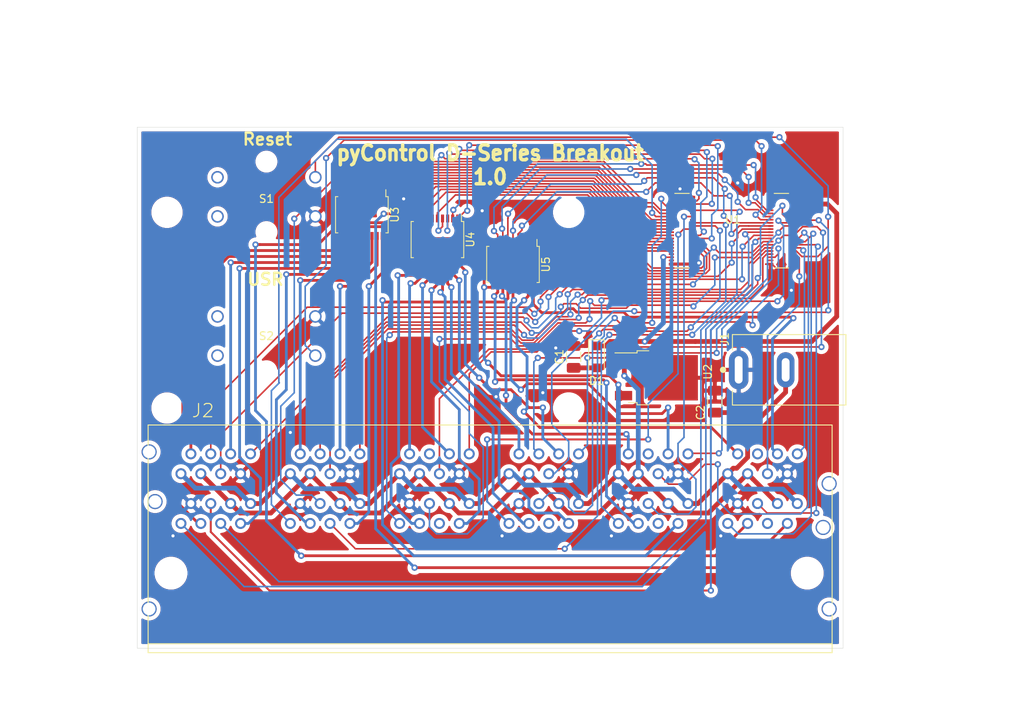
<source format=kicad_pcb>
(kicad_pcb (version 20171130) (host pcbnew "(5.1.0-0)")
  (layers (0 F.Cu signal) (31 B.Cu signal) (34 B.Paste user) (35 F.Paste user) (36 B.SilkS user) (37 F.SilkS user) (38 B.Mask user) (39 F.Mask user) (44 Edge.Cuts user))
  (net 0 "")
  (net 1 /VIN)
  (net 2 /GND)
  (net 3 /5VDC)
  (net 4 /12VDC)
  (net 5 /B2_DAC)
  (net 6 /B1_DAC)
  (net 7 /B2_DA)
  (net 8 /B1_DA)
  (net 9 /B2_DB)
  (net 10 /B1_DB)
  (net 11 /B6_DA)
  (net 12 /B5_DA)
  (net 13 /B4_DA)
  (net 14 /B6_DB)
  (net 15 /B5_DB)
  (net 16 /B4_DB)
  (net 17 /RST)
  (net 18 /USR)
  (net 19 /T3_PA)
  (net 20 /T2_PA)
  (net 21 /T1_PA)
  (net 22 /T1_COMA)
  (net 23 /T3_COMA)
  (net 24 /T2_COMA)
  (net 25 /T1_COMB)
  (net 26 /B1_COMA)
  (net 27 /B2_COMB)
  (net 28 /T2_COMB)
  (net 29 /B2_COMA)
  (net 30 /B1_COMB)
  (net 31 /B2_PB)
  (net 32 /T2_PB)
  (net 33 /B2_PA)
  (net 34 /B1_PB)
  (net 35 /T1_PB)
  (net 36 /B1_PA)
  (net 37 /B3_PA)
  (net 38 /T3_PB)
  (net 39 /B3_PB)
  (net 40 /B3_COMB)
  (net 41 /T3_COMB)
  (net 42 /B3_COMA)
  (net 43 /T6_PA)
  (net 44 /T5_PA)
  (net 45 /T4_PA)
  (net 46 /B4_PA)
  (net 47 /T4_PB)
  (net 48 /B4_PB)
  (net 49 /B4_COMB)
  (net 50 /B4_COMA)
  (net 51 /T4_COMA)
  (net 52 /T4_COMB)
  (net 53 /B5_PB)
  (net 54 /T5_PB)
  (net 55 /B5_PA)
  (net 56 /T6_PB)
  (net 57 /B6_PB)
  (net 58 /B6_PA)
  (net 59 /T6_COMA)
  (net 60 /T6_COMB)
  (net 61 /B6_COMB)
  (net 62 /B5_COMB)
  (net 63 /T5_COMA)
  (net 64 /B6_COMA)
  (net 65 /B5_COMA)
  (net 66 /T5_COMB)
  (net 67 /T6_DA)
  (net 68 /T5_DA)
  (net 69 /T4_DA)
  (net 70 /T3_DA)
  (net 71 /T2_DA)
  (net 72 /T1_DA)
  (net 73 /T6_DB)
  (net 74 /T5_DB)
  (net 75 /T4_DB)
  (net 76 /T3_DB)
  (net 77 /T2_DB)
  (net 78 /T1_DB)
  (net 79 /T1_DC)
  (net 80 /T2_DC)
  (net 81 /B3_DA)
  (net 82 /B3_DB)
  (net 83 /T4_DC)
  (module Andy_footprints:12mm_tactile_SPST (layer F.Cu) (at 68.58 94.742)
    (fp_text reference S1 (at 0 0.254) (layer F.SilkS))
    (fp_text value B3F-4000)
    (pad "" np_thru_hole circle (at 0 4.5) (size 1.8 1.8) (drill 1.8) (layers *.Cu *.Mask))
    (pad "" np_thru_hole circle (at 0 -4.5) (size 1.8 1.8) (drill 1.8) (layers *.Cu *.Mask))
    (pad 2 thru_hole circle (at -6.25 2.5) (size 1.6 1.6) (drill 1.2) (layers *.Cu *.Mask))
    (pad 1 thru_hole circle (at 6.25 2.5) (size 1.6 1.6) (drill 1.2) (layers *.Cu *.Mask) (net 2 /GND))
    (pad 3 thru_hole circle (at 6.25 -2.5) (size 1.6 1.6) (drill 1.2) (layers *.Cu *.Mask) (net 17 /RST))
    (pad 4 thru_hole circle (at -6.25 -2.5) (size 1.6 1.6) (drill 1.2) (layers *.Cu *.Mask))
  )
  (module Andy_footprints:PyBoard_D-Series (layer F.Cu) (at 128.016 99.06)
    (fp_text reference U1 (at 0.142 -1.382) (layer F.SilkS))
    (fp_text value PyBoard-D-Series)
    (pad 13 smd rect (at -4.995 -1.4 90) (size 0.23 0.66) (layers F.Cu F.Paste F.Mask))
    (pad 12 smd rect (at -7.705 -1.8 270) (size 0.23 0.66) (layers F.Cu F.Paste F.Mask) (net 7 /B2_DA))
    (pad 11 smd rect (at -4.995 -1.8 90) (size 0.23 0.66) (layers F.Cu F.Paste F.Mask) (net 15 /B5_DB))
    (pad 10 smd rect (at -7.705 -2.2 270) (size 0.23 0.66) (layers F.Cu F.Paste F.Mask) (net 26 /B1_COMA))
    (pad S3 smd rect (at -4.995 4.275 90) (size 0.35 0.66) (layers F.Cu F.Paste F.Mask) (net 2 /GND))
    (pad S4 smd rect (at -7.705 4.275 270) (size 0.35 0.66) (layers F.Cu F.Paste F.Mask) (net 2 /GND))
    (pad S1 smd rect (at -4.995 -4.275 90) (size 0.35 0.66) (layers F.Cu F.Paste F.Mask) (net 2 /GND))
    (pad S2 smd rect (at -7.705 -4.275 270) (size 0.35 0.66) (layers F.Cu F.Paste F.Mask) (net 2 /GND))
    (pad 40 smd rect (at -7.705 3.8 270) (size 0.23 0.66) (layers F.Cu F.Paste F.Mask) (net 1 /VIN))
    (pad 39 smd rect (at -4.995 3.8 90) (size 0.23 0.66) (layers F.Cu F.Paste F.Mask) (net 2 /GND))
    (pad 38 smd rect (at -7.705 3.4 270) (size 0.23 0.66) (layers F.Cu F.Paste F.Mask) (net 1 /VIN))
    (pad 37 smd rect (at -4.995 3.4 90) (size 0.23 0.66) (layers F.Cu F.Paste F.Mask) (net 2 /GND))
    (pad 36 smd rect (at -7.705 3 270) (size 0.23 0.66) (layers F.Cu F.Paste F.Mask) (net 1 /VIN))
    (pad 35 smd rect (at -4.995 3 90) (size 0.23 0.66) (layers F.Cu F.Paste F.Mask) (net 2 /GND))
    (pad 34 smd rect (at -7.705 2.6 270) (size 0.23 0.66) (layers F.Cu F.Paste F.Mask) (net 40 /B3_COMB))
    (pad 33 smd rect (at -4.995 2.6 90) (size 0.23 0.66) (layers F.Cu F.Paste F.Mask) (net 61 /B6_COMB))
    (pad 32 smd rect (at -7.705 2.2 270) (size 0.23 0.66) (layers F.Cu F.Paste F.Mask) (net 23 /T3_COMA))
    (pad 31 smd rect (at -4.995 2.2 90) (size 0.23 0.66) (layers F.Cu F.Paste F.Mask))
    (pad 30 smd rect (at -7.705 1.8 270) (size 0.23 0.66) (layers F.Cu F.Paste F.Mask) (net 41 /T3_COMB))
    (pad 29 smd rect (at -4.995 1.8 90) (size 0.23 0.66) (layers F.Cu F.Paste F.Mask) (net 60 /T6_COMB))
    (pad 28 smd rect (at -7.705 1.4 270) (size 0.23 0.66) (layers F.Cu F.Paste F.Mask) (net 42 /B3_COMA))
    (pad 27 smd rect (at -4.995 1.4 90) (size 0.23 0.66) (layers F.Cu F.Paste F.Mask) (net 59 /T6_COMA))
    (pad 26 smd rect (at -7.705 1 270) (size 0.23 0.66) (layers F.Cu F.Paste F.Mask) (net 27 /B2_COMB))
    (pad 25 smd rect (at -4.995 1 90) (size 0.23 0.66) (layers F.Cu F.Paste F.Mask) (net 51 /T4_COMA))
    (pad 24 smd rect (at -7.705 0.6 270) (size 0.23 0.66) (layers F.Cu F.Paste F.Mask) (net 24 /T2_COMA))
    (pad 23 smd rect (at -4.995 0.6 90) (size 0.23 0.66) (layers F.Cu F.Paste F.Mask) (net 52 /T4_COMB))
    (pad 22 smd rect (at -7.705 0.2 270) (size 0.23 0.66) (layers F.Cu F.Paste F.Mask) (net 28 /T2_COMB))
    (pad 21 smd rect (at -4.995 0.2 90) (size 0.23 0.66) (layers F.Cu F.Paste F.Mask))
    (pad 20 smd rect (at -7.705 -0.2 270) (size 0.23 0.66) (layers F.Cu F.Paste F.Mask) (net 29 /B2_COMA))
    (pad 19 smd rect (at -4.995 -0.2 90) (size 0.23 0.66) (layers F.Cu F.Paste F.Mask) (net 13 /B4_DA))
    (pad 18 smd rect (at -7.705 -0.6 270) (size 0.23 0.66) (layers F.Cu F.Paste F.Mask) (net 30 /B1_COMB))
    (pad 17 smd rect (at -4.995 -0.6 90) (size 0.23 0.66) (layers F.Cu F.Paste F.Mask) (net 16 /B4_DB))
    (pad 16 smd rect (at -7.705 -1 270) (size 0.23 0.66) (layers F.Cu F.Paste F.Mask) (net 22 /T1_COMA))
    (pad 15 smd rect (at -4.995 -1 90) (size 0.23 0.66) (layers F.Cu F.Paste F.Mask) (net 12 /B5_DA))
    (pad 14 smd rect (at -7.705 -1.4 270) (size 0.23 0.66) (layers F.Cu F.Paste F.Mask) (net 25 /T1_COMB))
    (pad 9 smd rect (at -4.995 -2.2 90) (size 0.23 0.66) (layers F.Cu F.Paste F.Mask))
    (pad 8 smd rect (at -7.705 -2.6 270) (size 0.23 0.66) (layers F.Cu F.Paste F.Mask) (net 9 /B2_DB))
    (pad 7 smd rect (at -4.995 -2.6 90) (size 0.23 0.66) (layers F.Cu F.Paste F.Mask) (net 6 /B1_DAC))
    (pad 6 smd rect (at -7.705 -3 270) (size 0.23 0.66) (layers F.Cu F.Paste F.Mask) (net 5 /B2_DAC))
    (pad 5 smd rect (at -4.995 -3 90) (size 0.23 0.66) (layers F.Cu F.Paste F.Mask))
    (pad 4 smd rect (at -7.705 -3.4 270) (size 0.23 0.66) (layers F.Cu F.Paste F.Mask))
    (pad 3 smd rect (at -4.995 -3.4 90) (size 0.23 0.66) (layers F.Cu F.Paste F.Mask) (net 49 /B4_COMB))
    (pad 2 smd rect (at -7.705 -3.8 270) (size 0.23 0.66) (layers F.Cu F.Paste F.Mask))
    (pad 1 smd rect (at -4.995 -3.8 90) (size 0.23 0.66) (layers F.Cu F.Paste F.Mask) (net 50 /B4_COMA))
    (pad 80 smd rect (at 7.705 -3.8 90) (size 0.23 0.66) (layers F.Cu F.Paste F.Mask) (net 1 /VIN))
    (pad 53 smd rect (at 4.995 1.4 270) (size 0.23 0.66) (layers F.Cu F.Paste F.Mask) (net 72 /T1_DA))
    (pad 52 smd rect (at 7.705 1.8 90) (size 0.23 0.66) (layers F.Cu F.Paste F.Mask) (net 14 /B6_DB))
    (pad 51 smd rect (at 4.995 1.8 270) (size 0.23 0.66) (layers F.Cu F.Paste F.Mask) (net 80 /T2_DC))
    (pad 50 smd rect (at 7.705 2.2 90) (size 0.23 0.66) (layers F.Cu F.Paste F.Mask) (net 67 /T6_DA))
    (pad 49 smd rect (at 4.995 2.2 270) (size 0.23 0.66) (layers F.Cu F.Paste F.Mask) (net 77 /T2_DB))
    (pad 48 smd rect (at 7.705 2.6 90) (size 0.23 0.66) (layers F.Cu F.Paste F.Mask) (net 17 /RST))
    (pad 47 smd rect (at 4.995 2.6 270) (size 0.23 0.66) (layers F.Cu F.Paste F.Mask) (net 71 /T2_DA))
    (pad 46 smd rect (at 7.705 3 90) (size 0.23 0.66) (layers F.Cu F.Paste F.Mask) (net 73 /T6_DB))
    (pad 45 smd rect (at 4.995 3 270) (size 0.23 0.66) (layers F.Cu F.Paste F.Mask) (net 70 /T3_DA))
    (pad 44 smd rect (at 7.705 3.4 90) (size 0.23 0.66) (layers F.Cu F.Paste F.Mask))
    (pad 43 smd rect (at 4.995 3.4 270) (size 0.23 0.66) (layers F.Cu F.Paste F.Mask) (net 76 /T3_DB))
    (pad 42 smd rect (at 7.705 3.8 90) (size 0.23 0.66) (layers F.Cu F.Paste F.Mask))
    (pad 41 smd rect (at 4.995 3.8 270) (size 0.23 0.66) (layers F.Cu F.Paste F.Mask))
    (pad S7 smd rect (at 4.995 -4.275 270) (size 0.35 0.66) (layers F.Cu F.Paste F.Mask) (net 2 /GND))
    (pad S8 smd rect (at 7.705 -4.275 90) (size 0.35 0.66) (layers F.Cu F.Paste F.Mask) (net 2 /GND))
    (pad 69 smd rect (at 4.995 -1.8 270) (size 0.23 0.66) (layers F.Cu F.Paste F.Mask) (net 62 /B5_COMB))
    (pad 68 smd rect (at 7.705 -1.4 90) (size 0.23 0.66) (layers F.Cu F.Paste F.Mask) (net 81 /B3_DA))
    (pad 72 smd rect (at 7.705 -2.2 90) (size 0.23 0.66) (layers F.Cu F.Paste F.Mask))
    (pad 67 smd rect (at 4.995 -1.4 270) (size 0.23 0.66) (layers F.Cu F.Paste F.Mask) (net 18 /USR))
    (pad 66 smd rect (at 7.705 -1 90) (size 0.23 0.66) (layers F.Cu F.Paste F.Mask) (net 82 /B3_DB))
    (pad 65 smd rect (at 4.995 -1 270) (size 0.23 0.66) (layers F.Cu F.Paste F.Mask) (net 63 /T5_COMA))
    (pad 64 smd rect (at 7.705 -0.6 90) (size 0.23 0.66) (layers F.Cu F.Paste F.Mask) (net 69 /T4_DA))
    (pad 63 smd rect (at 4.995 -0.6 270) (size 0.23 0.66) (layers F.Cu F.Paste F.Mask) (net 64 /B6_COMA))
    (pad 62 smd rect (at 7.705 -0.2 90) (size 0.23 0.66) (layers F.Cu F.Paste F.Mask) (net 75 /T4_DB))
    (pad 61 smd rect (at 4.995 -0.2 270) (size 0.23 0.66) (layers F.Cu F.Paste F.Mask) (net 79 /T1_DC))
    (pad 60 smd rect (at 7.705 0.2 90) (size 0.23 0.66) (layers F.Cu F.Paste F.Mask) (net 83 /T4_DC))
    (pad 59 smd rect (at 4.995 0.2 270) (size 0.23 0.66) (layers F.Cu F.Paste F.Mask) (net 8 /B1_DA))
    (pad 58 smd rect (at 7.705 0.6 90) (size 0.23 0.66) (layers F.Cu F.Paste F.Mask) (net 68 /T5_DA))
    (pad 57 smd rect (at 4.995 0.6 270) (size 0.23 0.66) (layers F.Cu F.Paste F.Mask) (net 78 /T1_DB))
    (pad 56 smd rect (at 7.705 1 90) (size 0.23 0.66) (layers F.Cu F.Paste F.Mask) (net 74 /T5_DB))
    (pad 55 smd rect (at 4.995 1 270) (size 0.23 0.66) (layers F.Cu F.Paste F.Mask) (net 10 /B1_DB))
    (pad 54 smd rect (at 7.705 1.4 90) (size 0.23 0.66) (layers F.Cu F.Paste F.Mask) (net 11 /B6_DA))
    (pad 79 smd rect (at 4.995 -3.8 270) (size 0.23 0.66) (layers F.Cu F.Paste F.Mask) (net 2 /GND))
    (pad 78 smd rect (at 7.705 -3.4 90) (size 0.23 0.66) (layers F.Cu F.Paste F.Mask) (net 1 /VIN))
    (pad 77 smd rect (at 4.995 -3.4 270) (size 0.23 0.66) (layers F.Cu F.Paste F.Mask) (net 2 /GND))
    (pad 76 smd rect (at 7.705 -3 90) (size 0.23 0.66) (layers F.Cu F.Paste F.Mask) (net 1 /VIN))
    (pad 75 smd rect (at 4.995 -3 270) (size 0.23 0.66) (layers F.Cu F.Paste F.Mask) (net 2 /GND))
    (pad 74 smd rect (at 7.705 -2.6 90) (size 0.23 0.66) (layers F.Cu F.Paste F.Mask))
    (pad 73 smd rect (at 4.995 -2.6 270) (size 0.23 0.66) (layers F.Cu F.Paste F.Mask) (net 65 /B5_COMA))
    (pad S5 smd rect (at 4.995 4.275 270) (size 0.35 0.66) (layers F.Cu F.Paste F.Mask) (net 2 /GND))
    (pad S6 smd rect (at 7.705 4.275 90) (size 0.35 0.66) (layers F.Cu F.Paste F.Mask) (net 2 /GND))
    (pad 71 smd rect (at 4.995 -2.2 270) (size 0.23 0.66) (layers F.Cu F.Paste F.Mask) (net 66 /T5_COMB))
    (pad 70 smd rect (at 7.705 -1.8 90) (size 0.23 0.66) (layers F.Cu F.Paste F.Mask))
  )
  (module Andy_footprints:DC_Jack (layer F.Cu) (at 128.905 116.84)
    (fp_text reference J1 (at -1.778 -3.937 90) (layer F.SilkS))
    (fp_text value Barrel_Jack hide)
    (pad 1 thru_hole oval (at 0 0 90) (size 5 2.5) (drill oval 3.5 1) (layers *.Cu *.Mask) (net 2 /GND))
    (pad 2 thru_hole oval (at 6 0 90) (size 4.5 2.25) (drill oval 3 1) (layers *.Cu *.Mask) (net 4 /12VDC))
  )
  (module Capacitor_SMD:C_1206_3216Metric (layer F.Cu) (at 125.857 120.901 90)
    (fp_text reference C2 (at -1.4 -1.82 90) (layer F.SilkS))
    (fp_text value 1µF)
    (pad 2 smd roundrect (at 1.4 0 90) (size 1.25 1.75) (layers F.Cu F.Paste F.Mask) (roundrect_rratio 0.2) (net 2 /GND))
    (pad 1 smd roundrect (at -1.4 0 90) (size 1.25 1.75) (layers F.Cu F.Paste F.Mask) (roundrect_rratio 0.2) (net 4 /12VDC))
  )
  (module Capacitor_SMD:C_1206_3216Metric (layer F.Cu) (at 107.823 115.189 90)
    (fp_text reference C1 (at 0 -1.82 90) (layer F.SilkS))
    (fp_text value 1µF)
    (pad 2 smd roundrect (at 1.4 0 90) (size 1.25 1.75) (layers F.Cu F.Paste F.Mask) (roundrect_rratio 0.2) (net 2 /GND))
    (pad 1 smd roundrect (at -1.4 0 90) (size 1.25 1.75) (layers F.Cu F.Paste F.Mask) (roundrect_rratio 0.2) (net 3 /5VDC))
  )
  (module Andy_footprints:RJ45_12Port (layer F.Cu) (at 97.155 138.43)
    (fp_text reference J2 (at -38.227 -15.39) (layer F.SilkS) (effects (font (size 1.6891 1.6891) (thickness 0.14224)) (justify left bottom)))
    (fp_text value RJ45-12PORT hide)
    (pad "" np_thru_hole circle (at 40.513 4.3816) (size 3.2 3.2) (drill 3.2) (layers *.Cu *.Mask))
    (pad "" np_thru_hole circle (at -40.767 4.3816) (size 3.2 3.2) (drill 3.2) (layers *.Cu *.Mask))
    (pad T6-5 thru_hole circle (at 34.163 -10.8584 180) (size 1.4 1.4) (drill 0.9) (layers *.Cu *.Mask))
    (pad B6-5 thru_hole circle (at 35.433 -1.9684) (size 1.4 1.4) (drill 0.9) (layers *.Cu *.Mask))
    (pad T5-5 thru_hole circle (at 20.193 -10.8584 180) (size 1.4 1.4) (drill 0.9) (layers *.Cu *.Mask))
    (pad B5-5 thru_hole circle (at 21.463 -1.9684) (size 1.4 1.4) (drill 0.9) (layers *.Cu *.Mask))
    (pad T4-5 thru_hole circle (at 6.223 -10.8584 180) (size 1.4 1.4) (drill 0.9) (layers *.Cu *.Mask) (net 83 /T4_DC))
    (pad B4-5 thru_hole circle (at 7.493 -1.9684) (size 1.4 1.4) (drill 0.9) (layers *.Cu *.Mask))
    (pad T3-5 thru_hole circle (at -7.747 -10.8584 180) (size 1.4 1.4) (drill 0.9) (layers *.Cu *.Mask))
    (pad B3-5 thru_hole circle (at -6.477 -1.9684) (size 1.4 1.4) (drill 0.9) (layers *.Cu *.Mask))
    (pad T2-5 thru_hole circle (at -21.717 -10.8584 180) (size 1.4 1.4) (drill 0.9) (layers *.Cu *.Mask) (net 80 /T2_DC))
    (pad B2-5 thru_hole circle (at -20.447 -1.9684) (size 1.4 1.4) (drill 0.9) (layers *.Cu *.Mask) (net 5 /B2_DAC))
    (pad T1-5 thru_hole circle (at -35.687 -10.8584 180) (size 1.4 1.4) (drill 0.9) (layers *.Cu *.Mask) (net 79 /T1_DC))
    (pad B1-5 thru_hole circle (at -34.417 -1.9684) (size 1.4 1.4) (drill 0.9) (layers *.Cu *.Mask) (net 6 /B1_DAC))
    (pad S6 thru_hole circle (at 43.307 8.9566) (size 1.9304 1.9304) (drill 1.6) (layers *.Cu *.Mask))
    (pad S5 thru_hole circle (at 42.545 -1.4574) (size 1.9304 1.9304) (drill 1.6) (layers *.Cu *.Mask))
    (pad S4 thru_hole circle (at 43.307 -7.0454) (size 1.9304 1.9304) (drill 1.6) (layers *.Cu *.Mask))
    (pad S1 thru_hole circle (at -43.561 -11.1094) (size 1.9304 1.9304) (drill 1.6) (layers *.Cu *.Mask))
    (pad S2 thru_hole circle (at -42.799 -4.7594) (size 1.9304 1.9304) (drill 1.6) (layers *.Cu *.Mask))
    (pad S3 thru_hole circle (at -43.561 8.9566) (size 1.9304 1.9304) (drill 1.6) (layers *.Cu *.Mask))
    (pad T6-8 thru_hole circle (at 30.353 -8.3184 180) (size 1.4 1.4) (drill 0.9) (layers *.Cu *.Mask) (net 4 /12VDC))
    (pad B6-8 thru_hole circle (at 39.243 -4.5084) (size 1.4 1.4) (drill 0.9) (layers *.Cu *.Mask) (net 4 /12VDC))
    (pad T5-8 thru_hole circle (at 16.383 -8.3184 180) (size 1.4 1.4) (drill 0.9) (layers *.Cu *.Mask) (net 4 /12VDC))
    (pad B5-8 thru_hole circle (at 25.273 -4.5084) (size 1.4 1.4) (drill 0.9) (layers *.Cu *.Mask) (net 4 /12VDC))
    (pad T4-8 thru_hole circle (at 2.413 -8.3184 180) (size 1.4 1.4) (drill 0.9) (layers *.Cu *.Mask) (net 4 /12VDC))
    (pad B4-8 thru_hole circle (at 11.303 -4.5084) (size 1.4 1.4) (drill 0.9) (layers *.Cu *.Mask) (net 4 /12VDC))
    (pad T3-8 thru_hole circle (at -11.557 -8.3184 180) (size 1.4 1.4) (drill 0.9) (layers *.Cu *.Mask) (net 4 /12VDC))
    (pad B3-8 thru_hole circle (at -2.667 -4.5084) (size 1.4 1.4) (drill 0.9) (layers *.Cu *.Mask) (net 4 /12VDC))
    (pad T2-8 thru_hole circle (at -25.527 -8.3184 180) (size 1.4 1.4) (drill 0.9) (layers *.Cu *.Mask) (net 4 /12VDC))
    (pad B2-8 thru_hole circle (at -16.637 -4.5084) (size 1.4 1.4) (drill 0.9) (layers *.Cu *.Mask) (net 4 /12VDC))
    (pad T1-8 thru_hole circle (at -39.497 -8.3184 180) (size 1.4 1.4) (drill 0.9) (layers *.Cu *.Mask) (net 4 /12VDC))
    (pad B1-8 thru_hole circle (at -30.607 -4.5084) (size 1.4 1.4) (drill 0.9) (layers *.Cu *.Mask) (net 4 /12VDC))
    (pad T6-2 thru_hole circle (at 37.973 -8.3184 180) (size 1.4 1.4) (drill 0.9) (layers *.Cu *.Mask) (net 2 /GND))
    (pad B6-2 thru_hole circle (at 31.623 -4.5084) (size 1.4 1.4) (drill 0.9) (layers *.Cu *.Mask) (net 2 /GND))
    (pad T5-2 thru_hole circle (at 24.003 -8.3184 180) (size 1.4 1.4) (drill 0.9) (layers *.Cu *.Mask) (net 2 /GND))
    (pad B5-2 thru_hole circle (at 17.653 -4.5084) (size 1.4 1.4) (drill 0.9) (layers *.Cu *.Mask) (net 2 /GND))
    (pad T4-2 thru_hole circle (at 10.033 -8.3184 180) (size 1.4 1.4) (drill 0.9) (layers *.Cu *.Mask) (net 2 /GND))
    (pad B4-2 thru_hole circle (at 3.683 -4.5084) (size 1.4 1.4) (drill 0.9) (layers *.Cu *.Mask) (net 2 /GND))
    (pad T3-2 thru_hole circle (at -3.937 -8.3184 180) (size 1.4 1.4) (drill 0.9) (layers *.Cu *.Mask) (net 2 /GND))
    (pad B3-2 thru_hole circle (at -10.287 -4.5084) (size 1.4 1.4) (drill 0.9) (layers *.Cu *.Mask) (net 2 /GND))
    (pad T2-2 thru_hole circle (at -17.907 -8.3184 180) (size 1.4 1.4) (drill 0.9) (layers *.Cu *.Mask) (net 2 /GND))
    (pad B2-2 thru_hole circle (at -24.257 -4.5084) (size 1.4 1.4) (drill 0.9) (layers *.Cu *.Mask) (net 2 /GND))
    (pad T1-2 thru_hole circle (at -31.877 -8.3184 180) (size 1.4 1.4) (drill 0.9) (layers *.Cu *.Mask) (net 2 /GND))
    (pad B1-2 thru_hole circle (at -38.227 -4.5084) (size 1.4 1.4) (drill 0.9) (layers *.Cu *.Mask) (net 2 /GND))
    (pad T6-1 thru_hole circle (at 39.243 -10.8584 180) (size 1.4 1.4) (drill 0.9) (layers *.Cu *.Mask) (net 67 /T6_DA))
    (pad B6-1 thru_hole circle (at 30.353 -1.9684) (size 1.4 1.4) (drill 0.9) (layers *.Cu *.Mask) (net 11 /B6_DA))
    (pad T5-1 thru_hole circle (at 25.273 -10.8584 180) (size 1.4 1.4) (drill 0.9) (layers *.Cu *.Mask) (net 68 /T5_DA))
    (pad B5-1 thru_hole circle (at 16.383 -1.9684) (size 1.4 1.4) (drill 0.9) (layers *.Cu *.Mask) (net 12 /B5_DA))
    (pad T4-1 thru_hole circle (at 11.303 -10.8584 180) (size 1.4 1.4) (drill 0.9) (layers *.Cu *.Mask) (net 69 /T4_DA))
    (pad B4-1 thru_hole circle (at 2.413 -1.9684) (size 1.4 1.4) (drill 0.9) (layers *.Cu *.Mask) (net 13 /B4_DA))
    (pad T3-1 thru_hole circle (at -2.667 -10.8584 180) (size 1.4 1.4) (drill 0.9) (layers *.Cu *.Mask) (net 70 /T3_DA))
    (pad B3-1 thru_hole circle (at -11.557 -1.9684) (size 1.4 1.4) (drill 0.9) (layers *.Cu *.Mask) (net 81 /B3_DA))
    (pad T2-1 thru_hole circle (at -16.637 -10.8584 180) (size 1.4 1.4) (drill 0.9) (layers *.Cu *.Mask) (net 71 /T2_DA))
    (pad B2-1 thru_hole circle (at -25.527 -1.9684) (size 1.4 1.4) (drill 0.9) (layers *.Cu *.Mask) (net 7 /B2_DA))
    (pad T1-1 thru_hole circle (at -30.607 -10.8584 180) (size 1.4 1.4) (drill 0.9) (layers *.Cu *.Mask) (net 72 /T1_DA))
    (pad B1-1 thru_hole circle (at -39.497 -1.9684) (size 1.4 1.4) (drill 0.9) (layers *.Cu *.Mask) (net 8 /B1_DA))
    (pad T6-3 thru_hole circle (at 36.703 -10.8584 180) (size 1.4 1.4) (drill 0.9) (layers *.Cu *.Mask) (net 43 /T6_PA))
    (pad B6-3 thru_hole circle (at 32.893 -1.9684) (size 1.4 1.4) (drill 0.9) (layers *.Cu *.Mask) (net 58 /B6_PA))
    (pad T5-3 thru_hole circle (at 22.733 -10.8584 180) (size 1.4 1.4) (drill 0.9) (layers *.Cu *.Mask) (net 44 /T5_PA))
    (pad B5-3 thru_hole circle (at 18.923 -1.9684) (size 1.4 1.4) (drill 0.9) (layers *.Cu *.Mask) (net 55 /B5_PA))
    (pad T4-3 thru_hole circle (at 8.763 -10.8584 180) (size 1.4 1.4) (drill 0.9) (layers *.Cu *.Mask) (net 45 /T4_PA))
    (pad B4-3 thru_hole circle (at 4.953 -1.9684) (size 1.4 1.4) (drill 0.9) (layers *.Cu *.Mask) (net 46 /B4_PA))
    (pad T3-3 thru_hole circle (at -5.207 -10.8584 180) (size 1.4 1.4) (drill 0.9) (layers *.Cu *.Mask) (net 19 /T3_PA))
    (pad B3-3 thru_hole circle (at -9.017 -1.9684) (size 1.4 1.4) (drill 0.9) (layers *.Cu *.Mask) (net 37 /B3_PA))
    (pad T2-3 thru_hole circle (at -19.177 -10.8584 180) (size 1.4 1.4) (drill 0.9) (layers *.Cu *.Mask) (net 20 /T2_PA))
    (pad B2-3 thru_hole circle (at -22.987 -1.9684) (size 1.4 1.4) (drill 0.9) (layers *.Cu *.Mask) (net 33 /B2_PA))
    (pad T1-3 thru_hole circle (at -33.147 -10.8584 180) (size 1.4 1.4) (drill 0.9) (layers *.Cu *.Mask) (net 21 /T1_PA))
    (pad B1-3 thru_hole circle (at -36.957 -1.9684) (size 1.4 1.4) (drill 0.9) (layers *.Cu *.Mask) (net 36 /B1_PA))
    (pad T6-6 thru_hole circle (at 32.893 -8.3184 180) (size 1.4 1.4) (drill 0.9) (layers *.Cu *.Mask) (net 3 /5VDC))
    (pad B6-6 thru_hole circle (at 36.703 -4.5084) (size 1.4 1.4) (drill 0.9) (layers *.Cu *.Mask) (net 3 /5VDC))
    (pad T5-6 thru_hole circle (at 18.923 -8.3184 180) (size 1.4 1.4) (drill 0.9) (layers *.Cu *.Mask) (net 3 /5VDC))
    (pad B5-6 thru_hole circle (at 22.733 -4.5084) (size 1.4 1.4) (drill 0.9) (layers *.Cu *.Mask) (net 3 /5VDC))
    (pad T4-6 thru_hole circle (at 4.953 -8.3184 180) (size 1.4 1.4) (drill 0.9) (layers *.Cu *.Mask) (net 3 /5VDC))
    (pad B4-6 thru_hole circle (at 8.763 -4.5084) (size 1.4 1.4) (drill 0.9) (layers *.Cu *.Mask) (net 3 /5VDC))
    (pad T3-6 thru_hole circle (at -9.017 -8.3184 180) (size 1.4 1.4) (drill 0.9) (layers *.Cu *.Mask) (net 3 /5VDC))
    (pad B3-6 thru_hole circle (at -5.207 -4.5084) (size 1.4 1.4) (drill 0.9) (layers *.Cu *.Mask) (net 3 /5VDC))
    (pad T2-6 thru_hole circle (at -22.987 -8.3184 180) (size 1.4 1.4) (drill 0.9) (layers *.Cu *.Mask) (net 3 /5VDC))
    (pad B2-6 thru_hole circle (at -19.177 -4.5084) (size 1.4 1.4) (drill 0.9) (layers *.Cu *.Mask) (net 3 /5VDC))
    (pad T1-6 thru_hole circle (at -36.957 -8.3184 180) (size 1.4 1.4) (drill 0.9) (layers *.Cu *.Mask) (net 3 /5VDC))
    (pad B1-6 thru_hole circle (at -33.147 -4.5084) (size 1.4 1.4) (drill 0.9) (layers *.Cu *.Mask) (net 3 /5VDC))
    (pad T6-4 thru_hole circle (at 35.433 -8.3184 180) (size 1.4 1.4) (drill 0.9) (layers *.Cu *.Mask) (net 73 /T6_DB))
    (pad B6-4 thru_hole circle (at 34.163 -4.5084) (size 1.4 1.4) (drill 0.9) (layers *.Cu *.Mask) (net 14 /B6_DB))
    (pad T5-4 thru_hole circle (at 21.463 -8.3184 180) (size 1.4 1.4) (drill 0.9) (layers *.Cu *.Mask) (net 74 /T5_DB))
    (pad B5-4 thru_hole circle (at 20.193 -4.5084) (size 1.4 1.4) (drill 0.9) (layers *.Cu *.Mask) (net 15 /B5_DB))
    (pad T4-4 thru_hole circle (at 7.493 -8.3184 180) (size 1.4 1.4) (drill 0.9) (layers *.Cu *.Mask) (net 75 /T4_DB))
    (pad B4-4 thru_hole circle (at 6.223 -4.5084) (size 1.4 1.4) (drill 0.9) (layers *.Cu *.Mask) (net 16 /B4_DB))
    (pad T3-4 thru_hole circle (at -6.477 -8.3184 180) (size 1.4 1.4) (drill 0.9) (layers *.Cu *.Mask) (net 76 /T3_DB))
    (pad B3-4 thru_hole circle (at -7.747 -4.5084) (size 1.4 1.4) (drill 0.9) (layers *.Cu *.Mask) (net 82 /B3_DB))
    (pad T2-4 thru_hole circle (at -20.447 -8.3184 180) (size 1.4 1.4) (drill 0.9) (layers *.Cu *.Mask) (net 77 /T2_DB))
    (pad B2-4 thru_hole circle (at -21.717 -4.5084) (size 1.4 1.4) (drill 0.9) (layers *.Cu *.Mask) (net 9 /B2_DB))
    (pad T1-4 thru_hole circle (at -34.417 -8.3184 180) (size 1.4 1.4) (drill 0.9) (layers *.Cu *.Mask) (net 78 /T1_DB))
    (pad B1-4 thru_hole circle (at -35.687 -4.5084) (size 1.4 1.4) (drill 0.9) (layers *.Cu *.Mask) (net 10 /B1_DB))
    (pad T6-7 thru_hole circle (at 31.623 -10.8584 180) (size 1.4 1.4) (drill 0.9) (layers *.Cu *.Mask) (net 56 /T6_PB))
    (pad B6-7 thru_hole circle (at 37.973 -1.9684) (size 1.4 1.4) (drill 0.9) (layers *.Cu *.Mask) (net 57 /B6_PB))
    (pad T5-7 thru_hole circle (at 17.653 -10.8584 180) (size 1.4 1.4) (drill 0.9) (layers *.Cu *.Mask) (net 54 /T5_PB))
    (pad B5-7 thru_hole circle (at 24.003 -1.9684) (size 1.4 1.4) (drill 0.9) (layers *.Cu *.Mask) (net 53 /B5_PB))
    (pad T4-7 thru_hole circle (at 3.683 -10.8584 180) (size 1.4 1.4) (drill 0.9) (layers *.Cu *.Mask) (net 47 /T4_PB))
    (pad B4-7 thru_hole circle (at 10.033 -1.9684) (size 1.4 1.4) (drill 0.9) (layers *.Cu *.Mask) (net 48 /B4_PB))
    (pad T3-7 thru_hole circle (at -10.287 -10.8584 180) (size 1.4 1.4) (drill 0.9) (layers *.Cu *.Mask) (net 38 /T3_PB))
    (pad B3-7 thru_hole circle (at -3.937 -1.9684) (size 1.4 1.4) (drill 0.9) (layers *.Cu *.Mask) (net 39 /B3_PB))
    (pad T2-7 thru_hole circle (at -24.257 -10.8584 180) (size 1.4 1.4) (drill 0.9) (layers *.Cu *.Mask) (net 32 /T2_PB))
    (pad B2-7 thru_hole circle (at -17.907 -1.9684) (size 1.4 1.4) (drill 0.9) (layers *.Cu *.Mask) (net 31 /B2_PB))
    (pad T1-7 thru_hole circle (at -38.227 -10.8584 180) (size 1.4 1.4) (drill 0.9) (layers *.Cu *.Mask) (net 35 /T1_PB))
    (pad B1-7 thru_hole circle (at -31.877 -1.9684) (size 1.4 1.4) (drill 0.9) (layers *.Cu *.Mask) (net 34 /B1_PB))
  )
  (module Andy_footprints:SSOP-18_4.4x6.5mm_P0.65mm (layer F.Cu) (at 90.424 100.203 270)
    (fp_text reference U4 (at 0 -4.2 270) (layer F.SilkS))
    (fp_text value TBD62083APG)
    (pad 1 smd rect (at -2.7 -2.6 270) (size 1 0.4) (layers F.Cu F.Paste F.Mask) (net 51 /T4_COMA))
    (pad 2 smd rect (at -2.7 -1.95 270) (size 1 0.4) (layers F.Cu F.Paste F.Mask) (net 52 /T4_COMB))
    (pad 3 smd rect (at -2.7 -1.3 270) (size 1 0.4) (layers F.Cu F.Paste F.Mask) (net 49 /B4_COMB))
    (pad 4 smd rect (at -2.7 -0.65 270) (size 1 0.4) (layers F.Cu F.Paste F.Mask) (net 50 /B4_COMA))
    (pad 5 smd rect (at -2.7 0 270) (size 1 0.4) (layers F.Cu F.Paste F.Mask) (net 40 /B3_COMB))
    (pad 6 smd rect (at -2.7 0.65 270) (size 1 0.4) (layers F.Cu F.Paste F.Mask) (net 23 /T3_COMA))
    (pad 7 smd rect (at -2.7 1.3 270) (size 1 0.4) (layers F.Cu F.Paste F.Mask) (net 41 /T3_COMB))
    (pad 8 smd rect (at -2.7 1.95 270) (size 1 0.4) (layers F.Cu F.Paste F.Mask) (net 42 /B3_COMA))
    (pad 9 smd rect (at -2.7 2.6 270) (size 1 0.4) (layers F.Cu F.Paste F.Mask) (net 2 /GND))
    (pad 18 smd rect (at 2.7 -2.6 270) (size 1 0.4) (layers F.Cu F.Paste F.Mask) (net 45 /T4_PA))
    (pad 17 smd rect (at 2.7 -1.95 270) (size 1 0.4) (layers F.Cu F.Paste F.Mask) (net 47 /T4_PB))
    (pad 16 smd rect (at 2.7 -1.3 270) (size 1 0.4) (layers F.Cu F.Paste F.Mask) (net 48 /B4_PB))
    (pad 15 smd rect (at 2.7 -0.65 270) (size 1 0.4) (layers F.Cu F.Paste F.Mask) (net 46 /B4_PA))
    (pad 14 smd rect (at 2.7 0 270) (size 1 0.4) (layers F.Cu F.Paste F.Mask) (net 39 /B3_PB))
    (pad 13 smd rect (at 2.7 0.65 270) (size 1 0.4) (layers F.Cu F.Paste F.Mask) (net 19 /T3_PA))
    (pad 12 smd rect (at 2.7 1.3 270) (size 1 0.4) (layers F.Cu F.Paste F.Mask) (net 38 /T3_PB))
    (pad 11 smd rect (at 2.7 1.95 270) (size 1 0.4) (layers F.Cu F.Paste F.Mask) (net 37 /B3_PA))
    (pad 10 smd rect (at 2.7 2.6 270) (size 1 0.4) (layers F.Cu F.Paste F.Mask) (net 4 /12VDC))
  )
  (module Andy_footprints:SSOP-18_4.4x6.5mm_P0.65mm (layer F.Cu) (at 100.076 103.378 270)
    (fp_text reference U5 (at 0 -4.2 270) (layer F.SilkS))
    (fp_text value TBD62083APG)
    (pad 1 smd rect (at -2.7 -2.6 270) (size 1 0.4) (layers F.Cu F.Paste F.Mask) (net 59 /T6_COMA))
    (pad 2 smd rect (at -2.7 -1.95 270) (size 1 0.4) (layers F.Cu F.Paste F.Mask) (net 60 /T6_COMB))
    (pad 3 smd rect (at -2.7 -1.3 270) (size 1 0.4) (layers F.Cu F.Paste F.Mask) (net 61 /B6_COMB))
    (pad 4 smd rect (at -2.7 -0.65 270) (size 1 0.4) (layers F.Cu F.Paste F.Mask) (net 64 /B6_COMA))
    (pad 5 smd rect (at -2.7 0 270) (size 1 0.4) (layers F.Cu F.Paste F.Mask) (net 63 /T5_COMA))
    (pad 6 smd rect (at -2.7 0.65 270) (size 1 0.4) (layers F.Cu F.Paste F.Mask) (net 62 /B5_COMB))
    (pad 7 smd rect (at -2.7 1.3 270) (size 1 0.4) (layers F.Cu F.Paste F.Mask) (net 66 /T5_COMB))
    (pad 8 smd rect (at -2.7 1.95 270) (size 1 0.4) (layers F.Cu F.Paste F.Mask) (net 65 /B5_COMA))
    (pad 9 smd rect (at -2.7 2.6 270) (size 1 0.4) (layers F.Cu F.Paste F.Mask) (net 2 /GND))
    (pad 18 smd rect (at 2.7 -2.6 270) (size 1 0.4) (layers F.Cu F.Paste F.Mask) (net 43 /T6_PA))
    (pad 17 smd rect (at 2.7 -1.95 270) (size 1 0.4) (layers F.Cu F.Paste F.Mask) (net 56 /T6_PB))
    (pad 16 smd rect (at 2.7 -1.3 270) (size 1 0.4) (layers F.Cu F.Paste F.Mask) (net 57 /B6_PB))
    (pad 15 smd rect (at 2.7 -0.65 270) (size 1 0.4) (layers F.Cu F.Paste F.Mask) (net 58 /B6_PA))
    (pad 14 smd rect (at 2.7 0 270) (size 1 0.4) (layers F.Cu F.Paste F.Mask) (net 44 /T5_PA))
    (pad 13 smd rect (at 2.7 0.65 270) (size 1 0.4) (layers F.Cu F.Paste F.Mask) (net 53 /B5_PB))
    (pad 12 smd rect (at 2.7 1.3 270) (size 1 0.4) (layers F.Cu F.Paste F.Mask) (net 54 /T5_PB))
    (pad 11 smd rect (at 2.7 1.95 270) (size 1 0.4) (layers F.Cu F.Paste F.Mask) (net 55 /B5_PA))
    (pad 10 smd rect (at 2.7 2.6 270) (size 1 0.4) (layers F.Cu F.Paste F.Mask) (net 4 /12VDC))
  )
  (module Andy_footprints:DIN_Clip (layer F.Cu) (at 107.188 109.22)
    (fp_text reference DRA2 hide)
    (fp_text value DIN_Rail_Adapter hide)
    (pad "" np_thru_hole circle (at 0 12.5) (size 3 3) (drill 3) (layers *.Cu *.Mask))
    (pad "" np_thru_hole circle (at 0 -12.5) (size 3 3) (drill 3) (layers *.Cu *.Mask))
  )
  (module Andy_footprints:SSOP-18_4.4x6.5mm_P0.65mm (layer F.Cu) (at 80.772 97.028 270)
    (fp_text reference U3 (at 0 -4.2 270) (layer F.SilkS))
    (fp_text value TBD62083APG)
    (pad 1 smd rect (at -2.7 -2.6 270) (size 1 0.4) (layers F.Cu F.Paste F.Mask) (net 27 /B2_COMB))
    (pad 2 smd rect (at -2.7 -1.95 270) (size 1 0.4) (layers F.Cu F.Paste F.Mask) (net 24 /T2_COMA))
    (pad 3 smd rect (at -2.7 -1.3 270) (size 1 0.4) (layers F.Cu F.Paste F.Mask) (net 28 /T2_COMB))
    (pad 4 smd rect (at -2.7 -0.65 270) (size 1 0.4) (layers F.Cu F.Paste F.Mask) (net 29 /B2_COMA))
    (pad 5 smd rect (at -2.7 0 270) (size 1 0.4) (layers F.Cu F.Paste F.Mask) (net 30 /B1_COMB))
    (pad 6 smd rect (at -2.7 0.65 270) (size 1 0.4) (layers F.Cu F.Paste F.Mask) (net 22 /T1_COMA))
    (pad 7 smd rect (at -2.7 1.3 270) (size 1 0.4) (layers F.Cu F.Paste F.Mask) (net 25 /T1_COMB))
    (pad 8 smd rect (at -2.7 1.95 270) (size 1 0.4) (layers F.Cu F.Paste F.Mask) (net 26 /B1_COMA))
    (pad 9 smd rect (at -2.7 2.6 270) (size 1 0.4) (layers F.Cu F.Paste F.Mask) (net 2 /GND))
    (pad 18 smd rect (at 2.7 -2.6 270) (size 1 0.4) (layers F.Cu F.Paste F.Mask) (net 31 /B2_PB))
    (pad 17 smd rect (at 2.7 -1.95 270) (size 1 0.4) (layers F.Cu F.Paste F.Mask) (net 20 /T2_PA))
    (pad 16 smd rect (at 2.7 -1.3 270) (size 1 0.4) (layers F.Cu F.Paste F.Mask) (net 32 /T2_PB))
    (pad 15 smd rect (at 2.7 -0.65 270) (size 1 0.4) (layers F.Cu F.Paste F.Mask) (net 33 /B2_PA))
    (pad 14 smd rect (at 2.7 0 270) (size 1 0.4) (layers F.Cu F.Paste F.Mask) (net 34 /B1_PB))
    (pad 13 smd rect (at 2.7 0.65 270) (size 1 0.4) (layers F.Cu F.Paste F.Mask) (net 21 /T1_PA))
    (pad 12 smd rect (at 2.7 1.3 270) (size 1 0.4) (layers F.Cu F.Paste F.Mask) (net 35 /T1_PB))
    (pad 11 smd rect (at 2.7 1.95 270) (size 1 0.4) (layers F.Cu F.Paste F.Mask) (net 36 /B1_PA))
    (pad 10 smd rect (at 2.7 2.6 270) (size 1 0.4) (layers F.Cu F.Paste F.Mask) (net 4 /12VDC))
  )
  (module Andy_footprints:DIN_Clip (layer F.Cu) (at 55.88 109.22)
    (fp_text reference DRA1 hide)
    (fp_text value DIN_Rail_Adapter hide)
    (pad "" np_thru_hole circle (at 0 12.5) (size 3 3) (drill 3) (layers *.Cu *.Mask))
    (pad "" np_thru_hole circle (at 0 -12.5) (size 3 3) (drill 3) (layers *.Cu *.Mask))
  )
  (module Andy_footprints:12mm_tactile_SPST (layer F.Cu) (at 68.58 112.522)
    (fp_text reference S2 (at 0 0) (layer F.SilkS))
    (fp_text value B3F-4000)
    (pad "" np_thru_hole circle (at 0 4.5) (size 1.8 1.8) (drill 1.8) (layers *.Cu *.Mask))
    (pad "" np_thru_hole circle (at 0 -4.5) (size 1.8 1.8) (drill 1.8) (layers *.Cu *.Mask))
    (pad 2 thru_hole circle (at -6.25 2.5) (size 1.6 1.6) (drill 1.2) (layers *.Cu *.Mask))
    (pad 1 thru_hole circle (at 6.25 2.5) (size 1.6 1.6) (drill 1.2) (layers *.Cu *.Mask) (net 18 /USR))
    (pad 3 thru_hole circle (at 6.25 -2.5) (size 1.6 1.6) (drill 1.2) (layers *.Cu *.Mask) (net 2 /GND))
    (pad 4 thru_hole circle (at -6.25 -2.5) (size 1.6 1.6) (drill 1.2) (layers *.Cu *.Mask))
  )
  (module Andy_footprints:D_SOD-123F (layer F.Cu) (at 110.744 115.189 270)
    (fp_text reference D1 (at 3.048 0 180) (layer F.SilkS))
    (fp_text value Diode)
    (pad 2 smd rect (at 1.4 0 270) (size 1.1 1.1) (layers F.Cu F.Paste F.Mask) (net 3 /5VDC))
    (pad 1 smd rect (at -1.4 0 270) (size 1.1 1.1) (layers F.Cu F.Paste F.Mask) (net 1 /VIN))
  )
  (module Andy_footprints:TO-252-2 (layer F.Cu) (at 118.399 117.855)
    (fp_text reference U2 (at 6.569 -0.761 90) (layer F.SilkS))
    (fp_text value MC7805_DPAK)
    (pad 2 smd rect (at 2.1 0) (size 6.4 5.8) (layers F.Cu F.Mask) (net 2 /GND))
    (pad 3 smd rect (at -4.2 2.28) (size 2.2 1.2) (layers F.Cu F.Paste F.Mask) (net 4 /12VDC))
    (pad 1 smd rect (at -4.2 -2.28) (size 2.2 1.2) (layers F.Cu F.Paste F.Mask) (net 3 /5VDC))
  )
  (gr_text "pyControl D-Series Breakout\n1.0" (at 97.155 90.678) (layer F.SilkS) (effects (font (size 1.905 1.778) (thickness 0.4445))))
  (gr_text Reset (at 68.707 87.376) (layer F.SilkS) (effects (font (size 1.524 1.524) (thickness 0.3048))))
  (gr_text USR (at 68.453 105.283) (layer F.SilkS) (effects (font (size 1.524 1.524) (thickness 0.3048))))
  (gr_line (start 52.07 85.852) (end 52.07 152.4) (layer Edge.Cuts) (width 0.05))
  (gr_line (start 142.24 85.852) (end 52.07 85.852) (layer Edge.Cuts) (width 0.05))
  (gr_line (start 142.24 152.4) (end 142.24 85.852) (layer Edge.Cuts) (width 0.05))
  (gr_line (start 52.07 152.4) (end 142.24 152.4) (layer Edge.Cuts) (width 0.05))
  (segment (start 135.721 95.66) (end 135.721 95.34381) (width 0.4064) (layer F.Cu) (net 1))
  (segment (start 135.721 95.927) (end 135.721 95.989399) (width 0.4064) (layer F.Cu) (net 1))
  (segment (start 135.721 95.66) (end 135.721 95.927) (width 0.4064) (layer F.Cu) (net 1))
  (segment (start 120.311 102.46) (end 120.311 102.06) (width 0.2032) (layer F.Cu) (net 1))
  (segment (start 120.311 102.46) (end 120.311 102.86) (width 0.2032) (layer F.Cu) (net 1))
  (segment (start 120.311 102.46) (end 119.282 102.46) (width 0.2032) (layer F.Cu) (net 1))
  (via (at 119.282 102.46) (size 0.8) (drill 0.4) (layers F.Cu B.Cu) (net 1))
  (segment (start 111.9036 113.789) (end 110.744 113.789) (width 0.6096) (layer F.Cu) (net 1))
  (segment (start 112.4753 113.2173) (end 111.9036 113.789) (width 0.6096) (layer F.Cu) (net 1))
  (segment (start 116.9067 113.2173) (end 112.4753 113.2173) (width 0.6096) (layer F.Cu) (net 1))
  (via (at 116.9067 113.2173) (size 0.8) (drill 0.4) (layers F.Cu B.Cu) (net 1))
  (segment (start 119.282 110.842) (end 116.9067 113.2173) (width 0.6096) (layer B.Cu) (net 1))
  (segment (start 119.282 102.46) (end 119.282 110.842) (width 0.6096) (layer B.Cu) (net 1))
  (segment (start 117.472385 113.2173) (end 116.9067 113.2173) (width 0.6096) (layer F.Cu) (net 1))
  (segment (start 123.382358 113.2173) (end 123.377767 113.221891) (width 0.6096) (layer F.Cu) (net 1))
  (segment (start 117.476976 113.221891) (end 117.472385 113.2173) (width 0.6096) (layer F.Cu) (net 1))
  (segment (start 138.2427 113.2173) (end 123.382358 113.2173) (width 0.6096) (layer F.Cu) (net 1))
  (segment (start 141.430601 96.853601) (end 141.430601 110.029399) (width 0.6096) (layer F.Cu) (net 1))
  (segment (start 140.237 95.66) (end 141.430601 96.853601) (width 0.6096) (layer F.Cu) (net 1))
  (segment (start 123.377767 113.221891) (end 117.476976 113.221891) (width 0.6096) (layer F.Cu) (net 1))
  (segment (start 141.430601 110.029399) (end 138.2427 113.2173) (width 0.6096) (layer F.Cu) (net 1))
  (segment (start 135.721 95.66) (end 140.237 95.66) (width 0.6096) (layer F.Cu) (net 1))
  (via (at 98.679 138.049) (size 0.8) (drill 0.4) (layers F.Cu B.Cu) (net 2))
  (segment (start 123.021 103.335) (end 120.311 103.335) (width 0.4064) (layer F.Cu) (net 2))
  (segment (start 123.021 103.335) (end 123.021 102.86) (width 0.4064) (layer F.Cu) (net 2))
  (segment (start 123.021 102.86) (end 123.021 102.46) (width 0.4064) (layer F.Cu) (net 2))
  (segment (start 123.021 102.193) (end 123.021 102.130601) (width 0.4064) (layer F.Cu) (net 2))
  (segment (start 123.021 102.46) (end 123.021 102.193) (width 0.4064) (layer F.Cu) (net 2))
  (segment (start 133.011 95.927) (end 133.011 95.989399) (width 0.4064) (layer F.Cu) (net 2))
  (segment (start 133.011 95.66) (end 133.011 95.927) (width 0.4064) (layer F.Cu) (net 2))
  (segment (start 133.011 95.66) (end 133.011 95.26) (width 0.4064) (layer F.Cu) (net 2))
  (segment (start 133.011 95.26) (end 133.011 94.785) (width 0.4064) (layer F.Cu) (net 2))
  (segment (start 132.377 103.335) (end 132.356722 103.355278) (width 0.2032) (layer F.Cu) (net 2))
  (segment (start 133.011 103.335) (end 132.377 103.335) (width 0.2032) (layer F.Cu) (net 2))
  (via (at 128.778 92.964) (size 0.8) (drill 0.4) (layers F.Cu B.Cu) (net 2))
  (segment (start 120.311 94.785) (end 121.709 94.785) (width 0.4064) (layer F.Cu) (net 2))
  (segment (start 121.709 94.785) (end 123.021 94.785) (width 0.4064) (layer F.Cu) (net 2))
  (segment (start 134.323 94.785) (end 134.323 94.023) (width 0.2032) (layer F.Cu) (net 2))
  (segment (start 133.011 94.785) (end 134.323 94.785) (width 0.4064) (layer F.Cu) (net 2))
  (segment (start 134.323 94.785) (end 135.721 94.785) (width 0.4064) (layer F.Cu) (net 2))
  (via (at 121.412 93.726) (size 0.8) (drill 0.4) (layers F.Cu B.Cu) (net 2))
  (via (at 126.619 138.049) (size 0.8) (drill 0.4) (layers F.Cu B.Cu) (net 2))
  (via (at 105.537 114.046) (size 0.8) (drill 0.4) (layers F.Cu B.Cu) (net 2))
  (via (at 103.886 119.761) (size 0.8) (drill 0.4) (layers F.Cu B.Cu) (net 2))
  (via (at 56.642 138.049) (size 0.8) (drill 0.4) (layers F.Cu B.Cu) (net 2))
  (via (at 123.80599 103.181157) (size 0.8) (drill 0.4) (layers F.Cu B.Cu) (net 2))
  (segment (start 123.557157 103.181157) (end 123.80599 103.181157) (width 0.2032) (layer F.Cu) (net 2))
  (segment (start 123.652147 103.335) (end 123.80599 103.181157) (width 0.2032) (layer F.Cu) (net 2))
  (segment (start 123.021 103.335) (end 123.652147 103.335) (width 0.2032) (layer F.Cu) (net 2))
  (segment (start 133.166 103.335) (end 133.011 103.335) (width 0.2032) (layer F.Cu) (net 2))
  (segment (start 133.717 103.886) (end 133.166 103.335) (width 0.2032) (layer F.Cu) (net 2))
  (segment (start 135.17 103.886) (end 133.717 103.886) (width 0.2032) (layer F.Cu) (net 2))
  (segment (start 135.721 103.335) (end 135.17 103.886) (width 0.2032) (layer F.Cu) (net 2))
  (segment (start 121.709 94.023) (end 121.412 93.726) (width 0.2032) (layer F.Cu) (net 2))
  (segment (start 121.709 94.785) (end 121.709 94.023) (width 0.2032) (layer F.Cu) (net 2))
  (via (at 71.628 124.841) (size 0.8) (drill 0.4) (layers F.Cu B.Cu) (net 2))
  (via (at 112.649 138.049) (size 0.8) (drill 0.4) (layers F.Cu B.Cu) (net 2))
  (via (at 97.917 120.269) (size 0.8) (drill 0.4) (layers F.Cu B.Cu) (net 2))
  (via (at 135.636 106.68) (size 0.8) (drill 0.4) (layers F.Cu B.Cu) (net 2))
  (via (at 96.139 96.52) (size 0.8) (drill 0.4) (layers F.Cu B.Cu) (net 2))
  (via (at 86.106 94.996) (size 0.8) (drill 0.4) (layers F.Cu B.Cu) (net 2))
  (segment (start 60.897999 130.811599) (end 64.008 133.9216) (width 0.6096) (layer F.Cu) (net 3))
  (segment (start 60.198 130.1116) (end 60.897999 130.811599) (width 0.6096) (layer F.Cu) (net 3))
  (segment (start 74.168 130.1116) (end 77.978 133.9216) (width 0.6096) (layer F.Cu) (net 3))
  (segment (start 88.138 130.1116) (end 91.948 133.9216) (width 0.6096) (layer F.Cu) (net 3))
  (segment (start 101.408001 130.811599) (end 102.108 130.1116) (width 0.6096) (layer F.Cu) (net 3))
  (segment (start 102.108 130.1116) (end 105.918 133.9216) (width 0.6096) (layer F.Cu) (net 3))
  (segment (start 116.078 130.1116) (end 119.888 133.9216) (width 0.6096) (layer F.Cu) (net 3))
  (segment (start 130.747999 130.811599) (end 133.858 133.9216) (width 0.6096) (layer F.Cu) (net 3))
  (segment (start 130.048 130.1116) (end 130.747999 130.811599) (width 0.6096) (layer F.Cu) (net 3))
  (segment (start 91.948 133.9216) (end 93.1544 135.128) (width 0.6096) (layer F.Cu) (net 3))
  (segment (start 97.0916 135.128) (end 102.108 130.1116) (width 0.6096) (layer F.Cu) (net 3))
  (segment (start 93.1544 135.128) (end 97.0916 135.128) (width 0.6096) (layer F.Cu) (net 3))
  (segment (start 105.918 133.9216) (end 107.1244 135.128) (width 0.6096) (layer F.Cu) (net 3))
  (segment (start 111.0616 135.128) (end 116.078 130.1116) (width 0.6096) (layer F.Cu) (net 3))
  (segment (start 107.1244 135.128) (end 111.0616 135.128) (width 0.6096) (layer F.Cu) (net 3))
  (segment (start 119.888 133.9216) (end 121.0944 135.128) (width 0.6096) (layer F.Cu) (net 3))
  (segment (start 125.0316 135.128) (end 130.048 130.1116) (width 0.6096) (layer F.Cu) (net 3))
  (segment (start 121.0944 135.128) (end 125.0316 135.128) (width 0.6096) (layer F.Cu) (net 3))
  (segment (start 77.978 133.9216) (end 79.1844 135.128) (width 0.6096) (layer F.Cu) (net 3))
  (segment (start 83.1216 135.128) (end 88.138 130.1116) (width 0.6096) (layer F.Cu) (net 3))
  (segment (start 79.1844 135.128) (end 83.1216 135.128) (width 0.6096) (layer F.Cu) (net 3))
  (segment (start 64.008 133.9216) (end 65.2144 135.128) (width 0.6096) (layer F.Cu) (net 3))
  (segment (start 69.1516 135.128) (end 74.168 130.1116) (width 0.6096) (layer F.Cu) (net 3))
  (segment (start 65.2144 135.128) (end 69.1516 135.128) (width 0.6096) (layer F.Cu) (net 3))
  (via (at 114.3 117.602) (size 0.8) (drill 0.4) (layers F.Cu B.Cu) (net 3))
  (segment (start 116.078 119.38) (end 114.3 117.602) (width 0.6096) (layer B.Cu) (net 3))
  (segment (start 116.078 130.1116) (end 116.078 119.38) (width 0.6096) (layer B.Cu) (net 3))
  (segment (start 114.3 115.676) (end 114.199 115.575) (width 0.6096) (layer F.Cu) (net 3))
  (segment (start 114.3 117.602) (end 114.3 115.676) (width 0.6096) (layer F.Cu) (net 3))
  (segment (start 107.823 116.589) (end 110.744 116.589) (width 0.6096) (layer F.Cu) (net 3))
  (segment (start 112.4894 115.575) (end 111.4754 116.589) (width 0.6096) (layer F.Cu) (net 3))
  (segment (start 114.199 115.575) (end 112.4894 115.575) (width 0.6096) (layer F.Cu) (net 3))
  (segment (start 111.4754 116.589) (end 110.744 116.589) (width 0.6096) (layer F.Cu) (net 3))
  (segment (start 66.9924 133.9216) (end 66.548 133.9216) (width 0.6096) (layer B.Cu) (net 4))
  (segment (start 85.598 130.1116) (end 87.5664 132.08) (width 0.6096) (layer B.Cu) (net 4))
  (segment (start 92.6464 132.08) (end 94.488 133.9216) (width 0.6096) (layer B.Cu) (net 4))
  (segment (start 87.5664 132.08) (end 92.6464 132.08) (width 0.6096) (layer B.Cu) (net 4))
  (segment (start 113.538 130.1116) (end 115.5064 132.08) (width 0.6096) (layer B.Cu) (net 4))
  (segment (start 120.5864 132.08) (end 122.428 133.9216) (width 0.6096) (layer B.Cu) (net 4))
  (segment (start 115.5064 132.08) (end 120.5864 132.08) (width 0.6096) (layer B.Cu) (net 4))
  (segment (start 127.508 130.1116) (end 129.4764 132.08) (width 0.6096) (layer B.Cu) (net 4))
  (segment (start 134.5564 132.08) (end 136.398 133.9216) (width 0.6096) (layer B.Cu) (net 4))
  (segment (start 129.4764 132.08) (end 134.5564 132.08) (width 0.6096) (layer B.Cu) (net 4))
  (segment (start 95.758 133.9216) (end 99.568 130.1116) (width 0.6096) (layer F.Cu) (net 4))
  (segment (start 94.488 133.9216) (end 95.758 133.9216) (width 0.6096) (layer F.Cu) (net 4))
  (segment (start 123.698 133.9216) (end 127.508 130.1116) (width 0.6096) (layer F.Cu) (net 4))
  (segment (start 122.428 133.9216) (end 123.698 133.9216) (width 0.6096) (layer F.Cu) (net 4))
  (segment (start 109.728 133.9216) (end 113.538 130.1116) (width 0.6096) (layer F.Cu) (net 4))
  (segment (start 108.458 133.9216) (end 109.728 133.9216) (width 0.6096) (layer F.Cu) (net 4))
  (segment (start 81.788 133.9216) (end 85.598 130.1116) (width 0.6096) (layer F.Cu) (net 4))
  (segment (start 80.518 133.9216) (end 81.788 133.9216) (width 0.6096) (layer F.Cu) (net 4))
  (segment (start 67.818 133.9216) (end 71.628 130.1116) (width 0.6096) (layer F.Cu) (net 4))
  (segment (start 66.548 133.9216) (end 67.818 133.9216) (width 0.6096) (layer F.Cu) (net 4))
  (segment (start 106.934 131.572) (end 108.458 133.096) (width 0.6096) (layer B.Cu) (net 4))
  (segment (start 108.458 133.096) (end 108.458 133.9216) (width 0.6096) (layer B.Cu) (net 4))
  (segment (start 101.6 131.572) (end 106.934 131.572) (width 0.6096) (layer B.Cu) (net 4))
  (segment (start 100.1396 130.1116) (end 101.6 131.572) (width 0.6096) (layer B.Cu) (net 4))
  (segment (start 99.568 130.1116) (end 100.1396 130.1116) (width 0.6096) (layer B.Cu) (net 4))
  (segment (start 113.792 120.542) (end 114.199 120.135) (width 0.6096) (layer F.Cu) (net 4))
  (via (at 113.538 118.745) (size 0.8) (drill 0.4) (layers F.Cu B.Cu) (net 4))
  (segment (start 113.538 119.474) (end 114.199 120.135) (width 0.6096) (layer F.Cu) (net 4))
  (segment (start 113.538 118.745) (end 113.538 119.474) (width 0.6096) (layer F.Cu) (net 4))
  (segment (start 73.545589 132.029189) (end 78.625589 132.029189) (width 0.6096) (layer B.Cu) (net 4))
  (segment (start 79.818001 133.221601) (end 80.518 133.9216) (width 0.6096) (layer B.Cu) (net 4))
  (segment (start 78.625589 132.029189) (end 79.818001 133.221601) (width 0.6096) (layer B.Cu) (net 4))
  (segment (start 71.628 130.1116) (end 73.545589 132.029189) (width 0.6096) (layer B.Cu) (net 4))
  (segment (start 87.824 102.603) (end 87.824 102.903) (width 0.3556) (layer F.Cu) (net 4))
  (segment (start 87.824 102.0474) (end 87.824 102.903) (width 0.3556) (layer F.Cu) (net 4))
  (segment (start 78.172 98.8724) (end 78.172 99.728) (width 0.3556) (layer F.Cu) (net 4))
  (segment (start 78.4924 98.552) (end 78.172 98.8724) (width 0.3556) (layer F.Cu) (net 4))
  (segment (start 84.328 98.552) (end 78.4924 98.552) (width 0.3556) (layer F.Cu) (net 4))
  (segment (start 87.8234 102.0474) (end 84.328 98.552) (width 0.3556) (layer F.Cu) (net 4))
  (segment (start 87.824 102.0474) (end 87.8234 102.0474) (width 0.3556) (layer F.Cu) (net 4))
  (via (at 96.901 115.951) (size 0.8) (drill 0.4) (layers F.Cu B.Cu) (net 4))
  (segment (start 96.393 115.443) (end 96.393 106.299) (width 0.3556) (layer B.Cu) (net 4))
  (via (at 96.393 106.299) (size 0.8) (drill 0.4) (layers F.Cu B.Cu) (net 4))
  (segment (start 96.901 115.951) (end 96.393 115.443) (width 0.3556) (layer B.Cu) (net 4))
  (segment (start 97.255 106.299) (end 97.476 106.078) (width 0.3556) (layer F.Cu) (net 4))
  (segment (start 96.393 106.299) (end 97.255 106.299) (width 0.3556) (layer F.Cu) (net 4))
  (segment (start 92.828362 101.413) (end 96.393 104.977638) (width 0.3556) (layer F.Cu) (net 4))
  (segment (start 88.4584 101.413) (end 92.828362 101.413) (width 0.3556) (layer F.Cu) (net 4))
  (segment (start 96.393 104.977638) (end 96.393 106.299) (width 0.3556) (layer F.Cu) (net 4))
  (segment (start 87.824 102.0474) (end 88.4584 101.413) (width 0.3556) (layer F.Cu) (net 4))
  (segment (start 125.984 122.428) (end 125.857 122.301) (width 0.6096) (layer F.Cu) (net 4))
  (segment (start 134.905 116.84) (end 134.905 117.965) (width 0.6096) (layer F.Cu) (net 4))
  (segment (start 113.538 130.1116) (end 113.538 118.745) (width 0.6096) (layer B.Cu) (net 4))
  (segment (start 112.394979 117.601979) (end 98.551979 117.601979) (width 0.3556) (layer F.Cu) (net 4))
  (segment (start 98.551979 117.601979) (end 97.300999 116.350999) (width 0.3556) (layer F.Cu) (net 4))
  (segment (start 113.538 118.745) (end 112.394979 117.601979) (width 0.3556) (layer F.Cu) (net 4))
  (segment (start 97.300999 116.350999) (end 96.901 115.951) (width 0.3556) (layer F.Cu) (net 4))
  (segment (start 58.357999 130.811599) (end 57.658 130.1116) (width 0.6096) (layer B.Cu) (net 4))
  (segment (start 64.5794 131.953) (end 59.4994 131.953) (width 0.6096) (layer B.Cu) (net 4))
  (segment (start 59.4994 131.953) (end 58.357999 130.811599) (width 0.6096) (layer B.Cu) (net 4))
  (segment (start 66.548 133.9216) (end 64.5794 131.953) (width 0.6096) (layer B.Cu) (net 4))
  (segment (start 128.650657 129.411601) (end 130.048 128.014258) (width 0.6096) (layer F.Cu) (net 4))
  (segment (start 128.207999 129.411601) (end 128.650657 129.411601) (width 0.6096) (layer F.Cu) (net 4))
  (segment (start 127.508 130.1116) (end 128.207999 129.411601) (width 0.6096) (layer F.Cu) (net 4))
  (segment (start 134.905 119.6996) (end 134.905 116.84) (width 0.6096) (layer F.Cu) (net 4))
  (segment (start 130.048 124.5566) (end 134.905 119.6996) (width 0.6096) (layer F.Cu) (net 4))
  (segment (start 130.048 128.014258) (end 130.048 124.5566) (width 0.6096) (layer F.Cu) (net 4))
  (segment (start 127.7924 122.301) (end 130.048 124.5566) (width 0.6096) (layer F.Cu) (net 4))
  (segment (start 125.857 122.301) (end 127.7924 122.301) (width 0.6096) (layer F.Cu) (net 4))
  (via (at 113.06887 110.213804) (size 0.8) (drill 0.4) (layers F.Cu B.Cu) (net 5))
  (segment (start 117.290315 110.839221) (end 117.856 110.839221) (width 0.2032) (layer F.Cu) (net 5))
  (via (at 117.856 110.839221) (size 0.8) (drill 0.4) (layers F.Cu B.Cu) (net 5))
  (segment (start 113.694287 110.839221) (end 117.290315 110.839221) (width 0.2032) (layer F.Cu) (net 5))
  (segment (start 113.06887 110.213804) (end 113.694287 110.839221) (width 0.2032) (layer F.Cu) (net 5))
  (segment (start 107.079999 139.300001) (end 106.68 139.7) (width 0.2032) (layer B.Cu) (net 5))
  (segment (start 110.871 135.509) (end 107.079999 139.300001) (width 0.2032) (layer B.Cu) (net 5))
  (segment (start 110.871 113.379595) (end 110.871 135.509) (width 0.2032) (layer B.Cu) (net 5))
  (segment (start 111.732613 111.550061) (end 111.732613 112.517982) (width 0.2032) (layer B.Cu) (net 5))
  (segment (start 113.06887 110.213804) (end 111.732613 111.550061) (width 0.2032) (layer B.Cu) (net 5))
  (segment (start 79.9464 139.7) (end 106.114315 139.7) (width 0.2032) (layer F.Cu) (net 5))
  (segment (start 111.732613 112.517982) (end 110.871 113.379595) (width 0.2032) (layer B.Cu) (net 5))
  (segment (start 76.708 136.4616) (end 79.9464 139.7) (width 0.2032) (layer F.Cu) (net 5))
  (segment (start 106.114315 139.7) (end 106.68 139.7) (width 0.2032) (layer F.Cu) (net 5))
  (via (at 106.68 139.7) (size 0.8) (drill 0.4) (layers F.Cu B.Cu) (net 5))
  (via (at 119.01801 94.996) (size 0.8) (drill 0.4) (layers F.Cu B.Cu) (net 5))
  (segment (start 119.7778 96.06) (end 119.01801 95.30021) (width 0.2032) (layer F.Cu) (net 5))
  (segment (start 119.01801 95.30021) (end 119.01801 94.996) (width 0.2032) (layer F.Cu) (net 5))
  (segment (start 120.311 96.06) (end 119.7778 96.06) (width 0.2032) (layer F.Cu) (net 5))
  (segment (start 119.01801 99.80299) (end 119.01801 95.561685) (width 0.2032) (layer B.Cu) (net 5))
  (segment (start 119.01801 95.561685) (end 119.01801 94.996) (width 0.2032) (layer B.Cu) (net 5))
  (segment (start 117.856 100.965) (end 119.01801 99.80299) (width 0.2032) (layer B.Cu) (net 5))
  (segment (start 117.856 110.839221) (end 117.856 100.965) (width 0.2032) (layer B.Cu) (net 5))
  (via (at 129.032 96.647) (size 0.8) (drill 0.4) (layers F.Cu B.Cu) (net 6))
  (segment (start 128.845 96.46) (end 129.032 96.647) (width 0.2032) (layer F.Cu) (net 6))
  (segment (start 123.021 96.46) (end 128.845 96.46) (width 0.2032) (layer F.Cu) (net 6))
  (segment (start 70.1674 143.891) (end 63.437999 137.161599) (width 0.2032) (layer B.Cu) (net 6))
  (segment (start 115.824 143.891) (end 70.1674 143.891) (width 0.2032) (layer B.Cu) (net 6))
  (segment (start 129.032 96.647) (end 128.683553 96.995447) (width 0.2032) (layer B.Cu) (net 6))
  (segment (start 124.079 135.636) (end 115.824 143.891) (width 0.2032) (layer B.Cu) (net 6))
  (segment (start 124.079 111.75859) (end 124.079 135.636) (width 0.2032) (layer B.Cu) (net 6))
  (segment (start 63.437999 137.161599) (end 62.738 136.4616) (width 0.2032) (layer B.Cu) (net 6))
  (segment (start 128.683553 107.154037) (end 124.079 111.75859) (width 0.2032) (layer B.Cu) (net 6))
  (segment (start 128.683553 96.995447) (end 128.683553 107.154037) (width 0.2032) (layer B.Cu) (net 6))
  (segment (start 118.248498 97.181501) (end 117.848499 96.781502) (width 0.2032) (layer F.Cu) (net 7))
  (via (at 117.848499 96.781502) (size 0.8) (drill 0.4) (layers F.Cu B.Cu) (net 7))
  (segment (start 120.311 97.26) (end 118.326997 97.26) (width 0.2032) (layer F.Cu) (net 7))
  (segment (start 118.326997 97.26) (end 118.248498 97.181501) (width 0.2032) (layer F.Cu) (net 7))
  (segment (start 69.215 134.0486) (end 69.215 119.507) (width 0.2032) (layer B.Cu) (net 7))
  (segment (start 71.628 136.4616) (end 69.215 134.0486) (width 0.2032) (layer B.Cu) (net 7))
  (segment (start 69.215 119.507) (end 70.1675 118.5545) (width 0.2032) (layer B.Cu) (net 7))
  (segment (start 70.1675 118.5545) (end 70.231 118.491) (width 0.2032) (layer B.Cu) (net 7))
  (segment (start 117.848499 90.670499) (end 117.848499 96.781502) (width 0.2032) (layer B.Cu) (net 7))
  (segment (start 114.554 87.376) (end 117.848499 90.670499) (width 0.2032) (layer B.Cu) (net 7))
  (segment (start 70.1675 94.8055) (end 77.597 87.376) (width 0.2032) (layer B.Cu) (net 7))
  (segment (start 77.597 87.376) (end 114.554 87.376) (width 0.2032) (layer B.Cu) (net 7))
  (segment (start 70.1675 118.5545) (end 70.1675 94.8055) (width 0.2032) (layer B.Cu) (net 7))
  (segment (start 124.714 136.398) (end 116.586 144.526) (width 0.2032) (layer B.Cu) (net 8))
  (segment (start 65.7224 144.526) (end 57.658 136.4616) (width 0.2032) (layer B.Cu) (net 8))
  (segment (start 116.586 144.526) (end 65.7224 144.526) (width 0.2032) (layer B.Cu) (net 8))
  (segment (start 124.714 111.66242) (end 124.714 136.398) (width 0.2032) (layer B.Cu) (net 8))
  (segment (start 130.175 106.20142) (end 124.714 111.66242) (width 0.2032) (layer B.Cu) (net 8))
  (segment (start 133.011 99.26) (end 129.986043 99.26) (width 0.2032) (layer F.Cu) (net 8))
  (segment (start 130.175 106.172) (end 130.175 99.956977) (width 0.2032) (layer B.Cu) (net 8))
  (segment (start 129.986043 99.26) (end 129.732033 99.51401) (width 0.2032) (layer F.Cu) (net 8))
  (segment (start 130.175 99.956977) (end 130.132032 99.914009) (width 0.2032) (layer B.Cu) (net 8))
  (via (at 129.732033 99.51401) (size 0.8) (drill 0.4) (layers F.Cu B.Cu) (net 8))
  (segment (start 130.132032 99.914009) (end 129.732033 99.51401) (width 0.2032) (layer B.Cu) (net 8))
  (segment (start 111.696591 90.233591) (end 81.137795 90.233591) (width 0.2032) (layer F.Cu) (net 9))
  (segment (start 116.967 95.504) (end 111.696591 90.233591) (width 0.2032) (layer F.Cu) (net 9))
  (segment (start 118.937069 96.429001) (end 118.012068 95.504) (width 0.2032) (layer F.Cu) (net 9))
  (segment (start 118.012068 95.504) (end 116.967 95.504) (width 0.2032) (layer F.Cu) (net 9))
  (segment (start 120.280001 96.429001) (end 118.937069 96.429001) (width 0.2032) (layer F.Cu) (net 9))
  (segment (start 81.137795 90.233591) (end 79.438409 90.233591) (width 0.2032) (layer F.Cu) (net 9))
  (segment (start 79.438409 90.233591) (end 72.136 97.536) (width 0.2032) (layer F.Cu) (net 9))
  (segment (start 72.136 97.536) (end 72.136 97.536) (width 0.2032) (layer B.Cu) (net 9))
  (via (at 72.136 97.536) (size 0.8) (drill 0.4) (layers F.Cu B.Cu) (net 9))
  (segment (start 72.136 119.761) (end 72.136 97.536) (width 0.2032) (layer B.Cu) (net 9))
  (segment (start 70.408811 121.488189) (end 72.136 119.761) (width 0.2032) (layer B.Cu) (net 9))
  (segment (start 74.3584 132.842) (end 72.39 132.842) (width 0.2032) (layer B.Cu) (net 9))
  (segment (start 70.408811 130.860811) (end 70.408811 121.488189) (width 0.2032) (layer B.Cu) (net 9))
  (segment (start 72.39 132.842) (end 70.408811 130.860811) (width 0.2032) (layer B.Cu) (net 9))
  (segment (start 75.438 133.9216) (end 74.3584 132.842) (width 0.2032) (layer B.Cu) (net 9))
  (via (at 125.349 145.034) (size 0.8) (drill 0.4) (layers F.Cu B.Cu) (net 10))
  (segment (start 124.783315 145.034) (end 125.349 145.034) (width 0.254) (layer F.Cu) (net 10))
  (segment (start 68.961 145.034) (end 124.783315 145.034) (width 0.254) (layer F.Cu) (net 10))
  (segment (start 61.468 137.541) (end 68.961 145.034) (width 0.254) (layer F.Cu) (net 10))
  (segment (start 61.468 133.9216) (end 61.468 137.541) (width 0.254) (layer F.Cu) (net 10))
  (segment (start 133.011 100.06) (end 131.477028 100.06) (width 0.2032) (layer F.Cu) (net 10))
  (segment (start 130.64016 106.46884) (end 130.64016 100.896868) (width 0.254) (layer B.Cu) (net 10))
  (segment (start 131.440158 100.09687) (end 131.040159 100.496869) (width 0.2032) (layer F.Cu) (net 10))
  (segment (start 131.477028 100.06) (end 131.440158 100.09687) (width 0.2032) (layer F.Cu) (net 10))
  (via (at 131.040159 100.496869) (size 0.8) (drill 0.4) (layers F.Cu B.Cu) (net 10))
  (segment (start 130.64016 100.896868) (end 131.040159 100.496869) (width 0.254) (layer B.Cu) (net 10))
  (segment (start 125.349 145.034) (end 125.349 111.76) (width 0.254) (layer B.Cu) (net 10))
  (segment (start 125.349 111.76) (end 130.64016 106.46884) (width 0.254) (layer B.Cu) (net 10))
  (via (at 138.43 99.441) (size 0.8) (drill 0.4) (layers F.Cu B.Cu) (net 11))
  (segment (start 135.721 100.46) (end 136.2542 100.46) (width 0.2032) (layer F.Cu) (net 11))
  (segment (start 136.270201 100.476001) (end 137.394999 100.476001) (width 0.2032) (layer F.Cu) (net 11))
  (segment (start 136.2542 100.46) (end 136.270201 100.476001) (width 0.2032) (layer F.Cu) (net 11))
  (segment (start 138.030001 99.840999) (end 138.43 99.441) (width 0.2032) (layer F.Cu) (net 11))
  (segment (start 137.394999 100.476001) (end 138.030001 99.840999) (width 0.2032) (layer F.Cu) (net 11))
  (segment (start 128.207999 137.161599) (end 127.508 136.4616) (width 0.2032) (layer B.Cu) (net 11))
  (segment (start 135.89 137.795) (end 128.8414 137.795) (width 0.2032) (layer B.Cu) (net 11))
  (segment (start 128.8414 137.795) (end 128.207999 137.161599) (width 0.2032) (layer B.Cu) (net 11))
  (segment (start 138.169613 135.515387) (end 135.89 137.795) (width 0.2032) (layer B.Cu) (net 11))
  (segment (start 138.169613 99.701387) (end 138.169613 135.515387) (width 0.2032) (layer B.Cu) (net 11))
  (segment (start 138.43 99.441) (end 138.169613 99.701387) (width 0.2032) (layer B.Cu) (net 11))
  (segment (start 123.037 98.044) (end 123.021 98.06) (width 0.2032) (layer F.Cu) (net 12))
  (via (at 127.266 98.345911) (size 0.8) (drill 0.4) (layers F.Cu B.Cu) (net 12))
  (segment (start 123.021 98.06) (end 126.980089 98.06) (width 0.2032) (layer F.Cu) (net 12))
  (segment (start 126.980089 98.06) (end 127.266 98.345911) (width 0.2032) (layer F.Cu) (net 12))
  (via (at 112.386614 112.36469) (size 0.8) (drill 0.4) (layers F.Cu B.Cu) (net 12))
  (segment (start 112.386614 112.36469) (end 122.966308 112.36469) (width 0.2032) (layer F.Cu) (net 12))
  (segment (start 123.366307 111.964691) (end 122.966308 112.36469) (width 0.2032) (layer B.Cu) (net 12))
  (segment (start 127.266 108.064998) (end 123.366307 111.964691) (width 0.2032) (layer B.Cu) (net 12))
  (via (at 122.966308 112.36469) (size 0.8) (drill 0.4) (layers F.Cu B.Cu) (net 12))
  (segment (start 127.266 98.345911) (end 127.266 108.064998) (width 0.2032) (layer B.Cu) (net 12))
  (segment (start 112.386614 112.403386) (end 112.386614 112.36469) (width 0.2032) (layer B.Cu) (net 12))
  (segment (start 111.359998 113.430002) (end 112.386614 112.403386) (width 0.2032) (layer B.Cu) (net 12))
  (segment (start 111.359998 134.283598) (end 111.359998 113.430002) (width 0.2032) (layer B.Cu) (net 12))
  (segment (start 113.538 136.4616) (end 111.359998 134.283598) (width 0.2032) (layer B.Cu) (net 12))
  (segment (start 123.021 98.86) (end 121.866 98.86) (width 0.2032) (layer F.Cu) (net 13))
  (segment (start 121.193402 99.532598) (end 121.193402 99.568) (width 0.2032) (layer F.Cu) (net 13))
  (via (at 121.193402 99.568) (size 0.8) (drill 0.4) (layers F.Cu B.Cu) (net 13))
  (segment (start 121.866 98.86) (end 121.193402 99.532598) (width 0.2032) (layer F.Cu) (net 13))
  (via (at 117.348 125.73) (size 0.8) (drill 0.4) (layers F.Cu B.Cu) (net 13))
  (via (at 96.774 125.73) (size 0.8) (drill 0.4) (layers F.Cu B.Cu) (net 13))
  (segment (start 96.774 133.6676) (end 99.568 136.4616) (width 0.254) (layer B.Cu) (net 13))
  (segment (start 96.774 125.73) (end 96.774 133.6676) (width 0.254) (layer B.Cu) (net 13))
  (segment (start 117.348 125.164315) (end 117.348 125.73) (width 0.2032) (layer B.Cu) (net 13))
  (segment (start 121.158 117.348) (end 117.348 121.158) (width 0.2032) (layer B.Cu) (net 13))
  (segment (start 117.348 121.158) (end 117.348 125.164315) (width 0.2032) (layer B.Cu) (net 13))
  (segment (start 121.158 99.603402) (end 121.158 117.348) (width 0.2032) (layer B.Cu) (net 13))
  (segment (start 121.193402 99.568) (end 121.158 99.603402) (width 0.2032) (layer B.Cu) (net 13))
  (segment (start 96.811998 125.73) (end 96.774 125.73) (width 0.254) (layer F.Cu) (net 13))
  (segment (start 117.348 125.73) (end 96.811998 125.73) (width 0.254) (layer F.Cu) (net 13))
  (via (at 138.823623 135.128) (size 0.8) (drill 0.4) (layers F.Cu B.Cu) (net 14))
  (segment (start 131.318 133.9216) (end 132.5244 135.128) (width 0.2032) (layer F.Cu) (net 14))
  (segment (start 132.5244 135.128) (end 138.257938 135.128) (width 0.2032) (layer F.Cu) (net 14))
  (segment (start 138.257938 135.128) (end 138.823623 135.128) (width 0.2032) (layer F.Cu) (net 14))
  (segment (start 135.721 100.86) (end 138.794976 100.86) (width 0.2032) (layer F.Cu) (net 14))
  (via (at 139.02698 101.092004) (size 0.8) (drill 0.4) (layers F.Cu B.Cu) (net 14))
  (segment (start 138.794976 100.86) (end 139.02698 101.092004) (width 0.2032) (layer F.Cu) (net 14))
  (segment (start 138.823623 101.295361) (end 139.02698 101.092004) (width 0.2032) (layer B.Cu) (net 14))
  (segment (start 138.823623 135.128) (end 138.823623 101.295361) (width 0.2032) (layer B.Cu) (net 14))
  (via (at 121.919988 97.282) (size 0.8) (drill 0.4) (layers F.Cu B.Cu) (net 15))
  (segment (start 123.021 97.26) (end 121.941988 97.26) (width 0.2032) (layer F.Cu) (net 15))
  (segment (start 121.941988 97.26) (end 121.919988 97.282) (width 0.2032) (layer F.Cu) (net 15))
  (segment (start 118.047999 134.621599) (end 117.348 133.9216) (width 0.2032) (layer B.Cu) (net 15))
  (segment (start 118.6814 135.255) (end 118.047999 134.621599) (width 0.2032) (layer B.Cu) (net 15))
  (segment (start 122.555 135.255) (end 118.6814 135.255) (width 0.2032) (layer B.Cu) (net 15))
  (segment (start 123.444 134.366) (end 122.555 135.255) (width 0.2032) (layer B.Cu) (net 15))
  (segment (start 123.444 130.81) (end 123.444 134.366) (width 0.2032) (layer B.Cu) (net 15))
  (segment (start 121.158 128.524) (end 123.444 130.81) (width 0.2032) (layer B.Cu) (net 15))
  (segment (start 121.919988 125.476012) (end 121.158 126.238) (width 0.2032) (layer B.Cu) (net 15))
  (segment (start 121.158 126.238) (end 121.158 128.524) (width 0.2032) (layer B.Cu) (net 15))
  (segment (start 121.919988 97.282) (end 121.919988 125.476012) (width 0.2032) (layer B.Cu) (net 15))
  (segment (start 125.911014 98.46) (end 126.111015 98.660001) (width 0.2032) (layer F.Cu) (net 16))
  (via (at 126.511014 99.06) (size 0.8) (drill 0.4) (layers F.Cu B.Cu) (net 16))
  (segment (start 126.111015 98.660001) (end 126.511014 99.06) (width 0.2032) (layer F.Cu) (net 16))
  (segment (start 123.021 98.46) (end 125.911014 98.46) (width 0.2032) (layer F.Cu) (net 16))
  (segment (start 110.236 134.112) (end 110.236 113.024619) (width 0.2032) (layer B.Cu) (net 16))
  (segment (start 107.188 134.366) (end 107.95 135.128) (width 0.2032) (layer B.Cu) (net 16))
  (segment (start 107.188 133.35) (end 107.188 134.366) (width 0.2032) (layer B.Cu) (net 16))
  (segment (start 104.7116 132.588) (end 106.426 132.588) (width 0.2032) (layer B.Cu) (net 16))
  (segment (start 106.426 132.588) (end 107.188 133.35) (width 0.2032) (layer B.Cu) (net 16))
  (segment (start 103.378 133.9216) (end 104.7116 132.588) (width 0.2032) (layer B.Cu) (net 16))
  (via (at 111.078603 112.182016) (size 0.8) (drill 0.4) (layers F.Cu B.Cu) (net 16))
  (segment (start 109.22 135.128) (end 110.236 134.112) (width 0.2032) (layer B.Cu) (net 16))
  (segment (start 107.95 135.128) (end 109.22 135.128) (width 0.2032) (layer B.Cu) (net 16))
  (segment (start 110.236 113.024619) (end 110.678604 112.582015) (width 0.2032) (layer B.Cu) (net 16))
  (segment (start 110.678604 112.582015) (end 111.078603 112.182016) (width 0.2032) (layer B.Cu) (net 16))
  (segment (start 113.175997 111.905997) (end 122.301356 111.905997) (width 0.2032) (layer F.Cu) (net 16))
  (segment (start 122.393997 111.813356) (end 122.793996 111.413357) (width 0.2032) (layer F.Cu) (net 16))
  (segment (start 111.078603 112.182016) (end 111.573913 111.686706) (width 0.2032) (layer F.Cu) (net 16))
  (segment (start 111.573913 111.686706) (end 112.956706 111.686706) (width 0.2032) (layer F.Cu) (net 16))
  (segment (start 122.301356 111.905997) (end 122.393997 111.813356) (width 0.2032) (layer F.Cu) (net 16))
  (via (at 122.793996 111.413357) (size 0.8) (drill 0.4) (layers F.Cu B.Cu) (net 16))
  (segment (start 112.956706 111.686706) (end 113.175997 111.905997) (width 0.2032) (layer F.Cu) (net 16))
  (segment (start 123.193995 111.013358) (end 122.793996 111.413357) (width 0.2032) (layer B.Cu) (net 16))
  (segment (start 126.511014 107.696339) (end 123.193995 111.013358) (width 0.2032) (layer B.Cu) (net 16))
  (segment (start 126.511014 99.06) (end 126.511014 107.696339) (width 0.2032) (layer B.Cu) (net 16))
  (via (at 140.335 97.282) (size 0.8) (drill 0.4) (layers F.Cu B.Cu) (net 17))
  (segment (start 139.016924 102.362) (end 140.335 101.043924) (width 0.2032) (layer F.Cu) (net 17))
  (segment (start 136.968029 102.362) (end 139.016924 102.362) (width 0.2032) (layer F.Cu) (net 17))
  (segment (start 135.721 101.66) (end 136.266029 101.66) (width 0.2032) (layer F.Cu) (net 17))
  (segment (start 140.335 101.043924) (end 140.335 97.282) (width 0.2032) (layer F.Cu) (net 17))
  (segment (start 136.266029 101.66) (end 136.968029 102.362) (width 0.2032) (layer F.Cu) (net 17))
  (via (at 134.112 87.122) (size 0.8) (drill 0.4) (layers F.Cu B.Cu) (net 17))
  (segment (start 134.511999 87.521999) (end 134.112 87.122) (width 0.2032) (layer B.Cu) (net 17))
  (segment (start 140.335 97.282) (end 140.335 93.345) (width 0.2032) (layer B.Cu) (net 17))
  (segment (start 140.335 93.345) (end 134.511999 87.521999) (width 0.2032) (layer B.Cu) (net 17))
  (segment (start 74.83 90.143) (end 77.851 87.122) (width 0.2032) (layer F.Cu) (net 17))
  (segment (start 74.83 92.242) (end 74.83 90.143) (width 0.2032) (layer F.Cu) (net 17))
  (segment (start 77.851 87.122) (end 133.546315 87.122) (width 0.2032) (layer F.Cu) (net 17))
  (segment (start 133.546315 87.122) (end 134.112 87.122) (width 0.2032) (layer F.Cu) (net 17))
  (via (at 131.063992 97.028) (size 0.8) (drill 0.4) (layers F.Cu B.Cu) (net 18))
  (segment (start 133.011 97.66) (end 131.695992 97.66) (width 0.2032) (layer F.Cu) (net 18))
  (segment (start 131.695992 97.66) (end 131.463991 97.427999) (width 0.2032) (layer F.Cu) (net 18))
  (segment (start 131.463991 97.427999) (end 131.063992 97.028) (width 0.2032) (layer F.Cu) (net 18))
  (segment (start 74.83 115.022) (end 73.533 113.725) (width 0.2032) (layer B.Cu) (net 18))
  (segment (start 73.533 113.725) (end 73.533 106.172) (width 0.2032) (layer B.Cu) (net 18))
  (segment (start 76.2 103.505) (end 76.2 90.354685) (width 0.2032) (layer B.Cu) (net 18))
  (segment (start 76.2 90.354685) (end 76.2 89.789) (width 0.2032) (layer B.Cu) (net 18))
  (segment (start 73.533 106.172) (end 76.2 103.505) (width 0.2032) (layer B.Cu) (net 18))
  (via (at 131.826 88.265006) (size 0.8) (drill 0.4) (layers F.Cu B.Cu) (net 18))
  (segment (start 131.426001 87.865007) (end 131.826 88.265006) (width 0.2032) (layer F.Cu) (net 18))
  (segment (start 131.052868 87.491874) (end 131.426001 87.865007) (width 0.2032) (layer F.Cu) (net 18))
  (segment (start 78.497126 87.491874) (end 131.052868 87.491874) (width 0.2032) (layer F.Cu) (net 18))
  (segment (start 76.2 89.789) (end 78.497126 87.491874) (width 0.2032) (layer F.Cu) (net 18))
  (via (at 76.2 89.789) (size 0.8) (drill 0.4) (layers F.Cu B.Cu) (net 18))
  (segment (start 131.063992 97.028) (end 131.845001 96.246991) (width 0.2032) (layer B.Cu) (net 18))
  (segment (start 131.826 94.155078) (end 131.826 88.830691) (width 0.2032) (layer B.Cu) (net 18))
  (segment (start 131.845001 96.246991) (end 131.845001 94.174079) (width 0.2032) (layer B.Cu) (net 18))
  (segment (start 131.826 88.830691) (end 131.826 88.265006) (width 0.2032) (layer B.Cu) (net 18))
  (segment (start 131.845001 94.174079) (end 131.826 94.155078) (width 0.2032) (layer B.Cu) (net 18))
  (via (at 88.519 106.044996) (size 0.8) (drill 0.4) (layers F.Cu B.Cu) (net 19))
  (segment (start 88.918999 105.644997) (end 88.519 106.044996) (width 0.3556) (layer F.Cu) (net 19))
  (segment (start 89.774 102.903) (end 89.774 104.789996) (width 0.3556) (layer F.Cu) (net 19))
  (segment (start 89.774 104.789996) (end 88.918999 105.644997) (width 0.3556) (layer F.Cu) (net 19))
  (segment (start 88.519 124.1426) (end 91.948 127.5716) (width 0.3556) (layer B.Cu) (net 19))
  (segment (start 88.519 106.044996) (end 88.519 124.1426) (width 0.3556) (layer B.Cu) (net 19))
  (via (at 77.978 106.172) (size 0.8) (drill 0.4) (layers F.Cu B.Cu) (net 20))
  (segment (start 77.978 127.5716) (end 77.978 106.172) (width 0.3556) (layer B.Cu) (net 20))
  (segment (start 82.722 100.5836) (end 82.722 99.728) (width 0.3556) (layer F.Cu) (net 20))
  (segment (start 82.722 103.46) (end 82.722 100.5836) (width 0.3556) (layer F.Cu) (net 20))
  (segment (start 80.01 106.172) (end 82.722 103.46) (width 0.3556) (layer F.Cu) (net 20))
  (segment (start 77.978 106.172) (end 80.01 106.172) (width 0.3556) (layer F.Cu) (net 20))
  (via (at 64.016337 103.132337) (size 0.8) (drill 0.4) (layers F.Cu B.Cu) (net 21))
  (segment (start 80.122 99.728) (end 80.122 101.996) (width 0.3556) (layer F.Cu) (net 21))
  (segment (start 64.008 127.5716) (end 64.008 103.140674) (width 0.3556) (layer B.Cu) (net 21))
  (segment (start 78.985663 103.132337) (end 64.582022 103.132337) (width 0.3556) (layer F.Cu) (net 21))
  (segment (start 64.008 103.140674) (end 64.016337 103.132337) (width 0.3556) (layer B.Cu) (net 21))
  (segment (start 64.582022 103.132337) (end 64.016337 103.132337) (width 0.3556) (layer F.Cu) (net 21))
  (segment (start 80.122 101.996) (end 78.985663 103.132337) (width 0.3556) (layer F.Cu) (net 21))
  (segment (start 80.122 94.328) (end 80.122 93.6248) (width 0.2032) (layer F.Cu) (net 22))
  (segment (start 110.939602 91.300424) (end 117.699178 98.06) (width 0.2032) (layer F.Cu) (net 22))
  (segment (start 82.446376 91.300424) (end 110.939602 91.300424) (width 0.2032) (layer F.Cu) (net 22))
  (segment (start 80.122 93.6248) (end 82.446376 91.300424) (width 0.2032) (layer F.Cu) (net 22))
  (segment (start 119.7778 98.06) (end 120.311 98.06) (width 0.2032) (layer F.Cu) (net 22))
  (segment (start 117.699178 98.06) (end 119.7778 98.06) (width 0.2032) (layer F.Cu) (net 22))
  (segment (start 89.774 95.9) (end 89.774 96.7998) (width 0.2032) (layer F.Cu) (net 23))
  (segment (start 91.528688 94.145312) (end 89.774 95.9) (width 0.2032) (layer F.Cu) (net 23))
  (segment (start 120.311 101.26) (end 116.875908 101.26) (width 0.2032) (layer F.Cu) (net 23))
  (segment (start 116.875908 101.26) (end 109.76122 94.145312) (width 0.2032) (layer F.Cu) (net 23))
  (segment (start 109.76122 94.145312) (end 91.528688 94.145312) (width 0.2032) (layer F.Cu) (net 23))
  (segment (start 89.774 96.7998) (end 89.774 97.503) (width 0.2032) (layer F.Cu) (net 23))
  (segment (start 82.722 94.328) (end 82.722 93.6248) (width 0.2032) (layer F.Cu) (net 24))
  (segment (start 117.287542 99.66) (end 119.7778 99.66) (width 0.2032) (layer F.Cu) (net 24))
  (segment (start 83.623932 92.722868) (end 110.35041 92.722868) (width 0.2032) (layer F.Cu) (net 24))
  (segment (start 110.35041 92.722868) (end 117.287542 99.66) (width 0.2032) (layer F.Cu) (net 24))
  (segment (start 82.722 93.6248) (end 83.623932 92.722868) (width 0.2032) (layer F.Cu) (net 24))
  (segment (start 119.7778 99.66) (end 120.311 99.66) (width 0.2032) (layer F.Cu) (net 24))
  (segment (start 79.472 93.6248) (end 82.151987 90.944813) (width 0.2032) (layer F.Cu) (net 25))
  (segment (start 111.086899 90.944813) (end 117.802086 97.66) (width 0.2032) (layer F.Cu) (net 25))
  (segment (start 117.802086 97.66) (end 119.7778 97.66) (width 0.2032) (layer F.Cu) (net 25))
  (segment (start 79.472 94.328) (end 79.472 93.6248) (width 0.2032) (layer F.Cu) (net 25))
  (segment (start 82.151987 90.944813) (end 111.086899 90.944813) (width 0.2032) (layer F.Cu) (net 25))
  (segment (start 119.7778 97.66) (end 120.311 97.66) (width 0.2032) (layer F.Cu) (net 25))
  (segment (start 78.822 94.328) (end 78.822 93.6248) (width 0.2032) (layer F.Cu) (net 26))
  (segment (start 111.417202 90.589202) (end 116.84 96.012) (width 0.2032) (layer F.Cu) (net 26))
  (segment (start 81.857598 90.589202) (end 111.417202 90.589202) (width 0.2032) (layer F.Cu) (net 26))
  (segment (start 119.7778 96.86) (end 120.311 96.86) (width 0.2032) (layer F.Cu) (net 26))
  (segment (start 78.822 93.6248) (end 81.857598 90.589202) (width 0.2032) (layer F.Cu) (net 26))
  (segment (start 116.84 96.012) (end 118.017159 96.012) (width 0.2032) (layer F.Cu) (net 26))
  (segment (start 118.017159 96.012) (end 118.865159 96.86) (width 0.2032) (layer F.Cu) (net 26))
  (segment (start 118.865159 96.86) (end 119.7778 96.86) (width 0.2032) (layer F.Cu) (net 26))
  (segment (start 110.203112 93.078479) (end 117.184633 100.06) (width 0.2032) (layer F.Cu) (net 27))
  (segment (start 84.213521 93.078479) (end 110.203112 93.078479) (width 0.2032) (layer F.Cu) (net 27))
  (segment (start 119.7778 100.06) (end 120.311 100.06) (width 0.2032) (layer F.Cu) (net 27))
  (segment (start 83.372 93.92) (end 84.213521 93.078479) (width 0.2032) (layer F.Cu) (net 27))
  (segment (start 117.184633 100.06) (end 119.7778 100.06) (width 0.2032) (layer F.Cu) (net 27))
  (segment (start 83.372 94.328) (end 83.372 93.92) (width 0.2032) (layer F.Cu) (net 27))
  (segment (start 119.7778 99.26) (end 120.311 99.26) (width 0.2032) (layer F.Cu) (net 28))
  (segment (start 83.329543 92.367257) (end 110.497708 92.367257) (width 0.2032) (layer F.Cu) (net 28))
  (segment (start 82.072 94.328) (end 82.072 93.6248) (width 0.2032) (layer F.Cu) (net 28))
  (segment (start 82.072 93.6248) (end 83.329543 92.367257) (width 0.2032) (layer F.Cu) (net 28))
  (segment (start 117.390451 99.26) (end 119.7778 99.26) (width 0.2032) (layer F.Cu) (net 28))
  (segment (start 110.497708 92.367257) (end 117.390451 99.26) (width 0.2032) (layer F.Cu) (net 28))
  (segment (start 83.035154 92.011646) (end 110.645006 92.011646) (width 0.2032) (layer F.Cu) (net 29))
  (segment (start 110.645006 92.011646) (end 117.49336 98.86) (width 0.2032) (layer F.Cu) (net 29))
  (segment (start 119.7778 98.86) (end 120.311 98.86) (width 0.2032) (layer F.Cu) (net 29))
  (segment (start 81.422 93.6248) (end 83.035154 92.011646) (width 0.2032) (layer F.Cu) (net 29))
  (segment (start 81.422 94.328) (end 81.422 93.6248) (width 0.2032) (layer F.Cu) (net 29))
  (segment (start 117.49336 98.86) (end 119.7778 98.86) (width 0.2032) (layer F.Cu) (net 29))
  (segment (start 82.740765 91.656035) (end 110.792304 91.656035) (width 0.2032) (layer F.Cu) (net 30))
  (segment (start 110.792304 91.656035) (end 117.596269 98.46) (width 0.2032) (layer F.Cu) (net 30))
  (segment (start 117.596269 98.46) (end 119.7778 98.46) (width 0.2032) (layer F.Cu) (net 30))
  (segment (start 80.772 94.328) (end 80.772 93.6248) (width 0.2032) (layer F.Cu) (net 30))
  (segment (start 119.7778 98.46) (end 120.311 98.46) (width 0.2032) (layer F.Cu) (net 30))
  (segment (start 80.772 93.6248) (end 82.740765 91.656035) (width 0.2032) (layer F.Cu) (net 30))
  (via (at 81.660994 106.172) (size 0.8) (drill 0.4) (layers F.Cu B.Cu) (net 31))
  (segment (start 83.372 99.728) (end 83.372 104.460994) (width 0.3556) (layer F.Cu) (net 31))
  (segment (start 83.372 104.460994) (end 82.060993 105.772001) (width 0.3556) (layer F.Cu) (net 31))
  (segment (start 82.060993 105.772001) (end 81.660994 106.172) (width 0.3556) (layer F.Cu) (net 31))
  (segment (start 81.660994 135.038555) (end 81.660994 106.737685) (width 0.3556) (layer B.Cu) (net 31))
  (segment (start 79.248 136.4616) (end 80.237949 136.4616) (width 0.3556) (layer B.Cu) (net 31))
  (segment (start 80.237949 136.4616) (end 81.660994 135.038555) (width 0.3556) (layer B.Cu) (net 31))
  (segment (start 81.660994 106.737685) (end 81.660994 106.172) (width 0.3556) (layer B.Cu) (net 31))
  (segment (start 73.463685 105.41) (end 72.898 105.41) (width 0.3556) (layer F.Cu) (net 32))
  (segment (start 79.756 105.41) (end 73.463685 105.41) (width 0.3556) (layer F.Cu) (net 32))
  (via (at 72.898 105.41) (size 0.8) (drill 0.4) (layers F.Cu B.Cu) (net 32))
  (segment (start 82.072 103.094) (end 79.756 105.41) (width 0.3556) (layer F.Cu) (net 32))
  (segment (start 82.072 99.728) (end 82.072 103.094) (width 0.3556) (layer F.Cu) (net 32))
  (segment (start 72.898 127.5716) (end 72.898 105.41) (width 0.3556) (layer B.Cu) (net 32))
  (segment (start 79.502 104.648) (end 71.685685 104.648) (width 0.3556) (layer F.Cu) (net 33))
  (segment (start 81.422 99.728) (end 81.422 102.728) (width 0.3556) (layer F.Cu) (net 33))
  (segment (start 71.685685 104.648) (end 71.12 104.648) (width 0.3556) (layer F.Cu) (net 33))
  (segment (start 81.422 102.728) (end 79.502 104.648) (width 0.3556) (layer F.Cu) (net 33))
  (via (at 71.12 104.648) (size 0.8) (drill 0.4) (layers F.Cu B.Cu) (net 33))
  (segment (start 71.12 105.213685) (end 71.12 104.648) (width 0.3556) (layer B.Cu) (net 33))
  (segment (start 69.85 120.65) (end 71.12 119.38) (width 0.3556) (layer B.Cu) (net 33))
  (segment (start 69.85 132.588) (end 69.85 120.65) (width 0.3556) (layer B.Cu) (net 33))
  (segment (start 71.12 119.38) (end 71.12 105.213685) (width 0.3556) (layer B.Cu) (net 33))
  (segment (start 73.7236 136.4616) (end 69.85 132.588) (width 0.3556) (layer B.Cu) (net 33))
  (segment (start 74.168 136.4616) (end 73.7236 136.4616) (width 0.3556) (layer B.Cu) (net 33))
  (via (at 65.150996 103.885996) (size 0.8) (drill 0.4) (layers F.Cu B.Cu) (net 34))
  (segment (start 79.248004 103.885996) (end 65.150996 103.885996) (width 0.3556) (layer F.Cu) (net 34))
  (segment (start 80.772 102.362) (end 79.248004 103.885996) (width 0.3556) (layer F.Cu) (net 34))
  (segment (start 80.772 99.728) (end 80.772 102.362) (width 0.3556) (layer F.Cu) (net 34))
  (segment (start 67.818 134.911549) (end 67.818 130.683) (width 0.3556) (layer B.Cu) (net 34))
  (segment (start 66.267949 136.4616) (end 67.818 134.911549) (width 0.3556) (layer B.Cu) (net 34))
  (segment (start 65.150996 128.015996) (end 65.150996 103.885996) (width 0.3556) (layer B.Cu) (net 34))
  (segment (start 67.818 130.683) (end 65.150996 128.015996) (width 0.3556) (layer B.Cu) (net 34))
  (segment (start 65.278 136.4616) (end 66.267949 136.4616) (width 0.3556) (layer B.Cu) (net 34))
  (segment (start 58.928 107.188) (end 58.928 127.5716) (width 0.3556) (layer F.Cu) (net 35))
  (segment (start 79.472 101.376) (end 78.486 102.362) (width 0.3556) (layer F.Cu) (net 35))
  (segment (start 79.472 99.728) (end 79.472 101.376) (width 0.3556) (layer F.Cu) (net 35))
  (segment (start 63.754 102.362) (end 58.928 107.188) (width 0.3556) (layer F.Cu) (net 35))
  (segment (start 78.486 102.362) (end 63.754 102.362) (width 0.3556) (layer F.Cu) (net 35))
  (segment (start 59.8806 136.4616) (end 60.198 136.4616) (width 0.3556) (layer F.Cu) (net 36))
  (segment (start 56.007 132.588) (end 59.8806 136.4616) (width 0.3556) (layer F.Cu) (net 36))
  (segment (start 56.007 127.186012) (end 56.007 132.588) (width 0.3556) (layer F.Cu) (net 36))
  (segment (start 57.897799 107.075201) (end 57.897799 125.295213) (width 0.3556) (layer F.Cu) (net 36))
  (segment (start 77.8056 101.6) (end 63.373 101.6) (width 0.3556) (layer F.Cu) (net 36))
  (segment (start 57.897799 125.295213) (end 56.007 127.186012) (width 0.3556) (layer F.Cu) (net 36))
  (segment (start 78.822 100.5836) (end 77.8056 101.6) (width 0.3556) (layer F.Cu) (net 36))
  (segment (start 63.373 101.6) (end 57.897799 107.075201) (width 0.3556) (layer F.Cu) (net 36))
  (segment (start 78.822 99.728) (end 78.822 100.5836) (width 0.3556) (layer F.Cu) (net 36))
  (via (at 85.344 104.775) (size 0.8) (drill 0.4) (layers F.Cu B.Cu) (net 37))
  (segment (start 85.909685 104.775) (end 85.344 104.775) (width 0.3556) (layer F.Cu) (net 37))
  (segment (start 87.428679 104.775) (end 85.909685 104.775) (width 0.3556) (layer F.Cu) (net 37))
  (segment (start 88.474 103.729679) (end 87.428679 104.775) (width 0.3556) (layer F.Cu) (net 37))
  (segment (start 88.474 102.903) (end 88.474 103.729679) (width 0.3556) (layer F.Cu) (net 37))
  (segment (start 85.471 127.889) (end 85.471 104.902) (width 0.3556) (layer B.Cu) (net 37))
  (segment (start 85.471 104.902) (end 85.344 104.775) (width 0.3556) (layer B.Cu) (net 37))
  (segment (start 88.138 136.4616) (end 87.148051 136.4616) (width 0.3556) (layer B.Cu) (net 37))
  (segment (start 84.505811 133.81936) (end 84.505811 128.854189) (width 0.3556) (layer B.Cu) (net 37))
  (segment (start 84.505811 128.854189) (end 85.471 127.889) (width 0.3556) (layer B.Cu) (net 37))
  (segment (start 87.148051 136.4616) (end 84.505811 133.81936) (width 0.3556) (layer B.Cu) (net 37))
  (via (at 86.995 105.791006) (size 0.8) (drill 0.4) (layers F.Cu B.Cu) (net 38))
  (segment (start 86.868 127.5716) (end 86.868 105.918006) (width 0.3556) (layer B.Cu) (net 38))
  (segment (start 86.868 105.918006) (end 86.995 105.791006) (width 0.3556) (layer B.Cu) (net 38))
  (segment (start 89.124 104.227691) (end 87.560685 105.791006) (width 0.3556) (layer F.Cu) (net 38))
  (segment (start 89.124 102.903) (end 89.124 104.227691) (width 0.3556) (layer F.Cu) (net 38))
  (segment (start 87.560685 105.791006) (end 86.995 105.791006) (width 0.3556) (layer F.Cu) (net 38))
  (segment (start 90.061999 106.280001) (end 89.662 106.68) (width 0.3556) (layer F.Cu) (net 39))
  (segment (start 90.424 102.903) (end 90.424 105.918) (width 0.3556) (layer F.Cu) (net 39))
  (segment (start 89.662 107.245685) (end 89.662 106.68) (width 0.3556) (layer B.Cu) (net 39))
  (segment (start 89.662 118.364) (end 89.662 107.245685) (width 0.3556) (layer B.Cu) (net 39))
  (segment (start 90.424 105.918) (end 90.061999 106.280001) (width 0.3556) (layer F.Cu) (net 39))
  (segment (start 94.207949 136.4616) (end 95.758 134.911549) (width 0.3556) (layer B.Cu) (net 39))
  (segment (start 93.218 136.4616) (end 94.207949 136.4616) (width 0.3556) (layer B.Cu) (net 39))
  (via (at 89.662 106.68) (size 0.8) (drill 0.4) (layers F.Cu B.Cu) (net 39))
  (segment (start 95.758 134.911549) (end 95.758 130.81) (width 0.3556) (layer B.Cu) (net 39))
  (segment (start 95.758 130.81) (end 93.218 128.27) (width 0.3556) (layer B.Cu) (net 39))
  (segment (start 93.218 121.92) (end 89.662 118.364) (width 0.3556) (layer B.Cu) (net 39))
  (segment (start 93.218 128.27) (end 93.218 121.92) (width 0.3556) (layer B.Cu) (net 39))
  (segment (start 120.311 101.66) (end 116.773 101.66) (width 0.2032) (layer F.Cu) (net 40))
  (segment (start 109.613923 94.500923) (end 92.722877 94.500923) (width 0.2032) (layer F.Cu) (net 40))
  (segment (start 90.424 96.7998) (end 90.424 97.503) (width 0.2032) (layer F.Cu) (net 40))
  (segment (start 116.773 101.66) (end 109.613923 94.500923) (width 0.2032) (layer F.Cu) (net 40))
  (segment (start 92.722877 94.500923) (end 90.424 96.7998) (width 0.2032) (layer F.Cu) (net 40))
  (segment (start 89.124 97.503) (end 89.124 95.534) (width 0.2032) (layer F.Cu) (net 41))
  (segment (start 89.124 95.534) (end 90.868299 93.789701) (width 0.2032) (layer F.Cu) (net 41))
  (segment (start 90.868299 93.789701) (end 109.908519 93.789701) (width 0.2032) (layer F.Cu) (net 41))
  (segment (start 119.7778 100.86) (end 120.311 100.86) (width 0.2032) (layer F.Cu) (net 41))
  (segment (start 116.978818 100.86) (end 119.7778 100.86) (width 0.2032) (layer F.Cu) (net 41))
  (segment (start 109.908519 93.789701) (end 116.978818 100.86) (width 0.2032) (layer F.Cu) (net 41))
  (segment (start 117.081726 100.46) (end 110.055815 93.43409) (width 0.2032) (layer F.Cu) (net 42))
  (segment (start 120.311 100.46) (end 117.081726 100.46) (width 0.2032) (layer F.Cu) (net 42))
  (segment (start 88.474 95.168) (end 88.474 96.7998) (width 0.2032) (layer F.Cu) (net 42))
  (segment (start 88.474 96.7998) (end 88.474 97.503) (width 0.2032) (layer F.Cu) (net 42))
  (segment (start 90.20791 93.43409) (end 88.474 95.168) (width 0.2032) (layer F.Cu) (net 42))
  (segment (start 110.055815 93.43409) (end 90.20791 93.43409) (width 0.2032) (layer F.Cu) (net 42))
  (via (at 135.89 110.236) (size 0.8) (drill 0.4) (layers F.Cu B.Cu) (net 43))
  (segment (start 135.763011 110.109011) (end 135.89 110.236) (width 0.3556) (layer F.Cu) (net 43))
  (segment (start 107.767715 109.029567) (end 108.208465 109.470317) (width 0.3556) (layer F.Cu) (net 43))
  (segment (start 107.066721 109.029567) (end 107.767715 109.029567) (width 0.3556) (layer F.Cu) (net 43))
  (segment (start 108.208465 109.470317) (end 114.231616 109.470317) (width 0.3556) (layer F.Cu) (net 43))
  (segment (start 102.676 108.466089) (end 103.747478 109.537567) (width 0.3556) (layer F.Cu) (net 43))
  (segment (start 106.558721 109.537567) (end 107.066721 109.029567) (width 0.3556) (layer F.Cu) (net 43))
  (segment (start 114.87031 110.109011) (end 135.763011 110.109011) (width 0.3556) (layer F.Cu) (net 43))
  (segment (start 114.231616 109.470317) (end 114.87031 110.109011) (width 0.3556) (layer F.Cu) (net 43))
  (segment (start 103.747478 109.537567) (end 106.558721 109.537567) (width 0.3556) (layer F.Cu) (net 43))
  (segment (start 102.676 106.078) (end 102.676 108.466089) (width 0.3556) (layer F.Cu) (net 43))
  (segment (start 133.223 112.903) (end 135.490001 110.635999) (width 0.3556) (layer B.Cu) (net 43))
  (segment (start 135.490001 110.635999) (end 135.89 110.236) (width 0.3556) (layer B.Cu) (net 43))
  (segment (start 133.223 126.9366) (end 133.223 112.903) (width 0.3556) (layer B.Cu) (net 43))
  (segment (start 133.858 127.5716) (end 133.223 126.9366) (width 0.3556) (layer B.Cu) (net 43))
  (via (at 119.888 121.666) (size 0.8) (drill 0.4) (layers F.Cu B.Cu) (net 44))
  (segment (start 119.888 127.5716) (end 119.888 121.666) (width 0.3556) (layer B.Cu) (net 44))
  (via (at 101.092 119.38) (size 0.8) (drill 0.4) (layers F.Cu B.Cu) (net 44))
  (segment (start 101.092 119.38) (end 99.803001 118.091001) (width 0.3556) (layer B.Cu) (net 44))
  (segment (start 99.803001 118.091001) (end 99.803001 108.356378) (width 0.3556) (layer B.Cu) (net 44))
  (segment (start 100.076 107.829379) (end 100.203 107.956379) (width 0.3556) (layer F.Cu) (net 44))
  (via (at 100.203 107.956379) (size 0.8) (drill 0.4) (layers F.Cu B.Cu) (net 44))
  (segment (start 99.803001 108.356378) (end 100.203 107.956379) (width 0.3556) (layer B.Cu) (net 44))
  (segment (start 100.076 106.078) (end 100.076 107.829379) (width 0.3556) (layer F.Cu) (net 44))
  (segment (start 101.854 118.618) (end 101.092 119.38) (width 0.3556) (layer F.Cu) (net 44))
  (segment (start 109.728 118.618) (end 101.854 118.618) (width 0.3556) (layer F.Cu) (net 44))
  (segment (start 113.538 122.428) (end 109.728 118.618) (width 0.3556) (layer F.Cu) (net 44))
  (segment (start 119.126 122.428) (end 113.538 122.428) (width 0.3556) (layer F.Cu) (net 44))
  (segment (start 119.888 121.666) (end 119.126 122.428) (width 0.3556) (layer F.Cu) (net 44))
  (segment (start 93.024 103.203) (end 93.98 104.159) (width 0.3556) (layer F.Cu) (net 45))
  (segment (start 93.024 102.903) (end 93.024 103.203) (width 0.3556) (layer F.Cu) (net 45))
  (segment (start 93.98 104.159) (end 93.98 104.394) (width 0.3556) (layer F.Cu) (net 45))
  (via (at 93.98 104.394) (size 0.8) (drill 0.4) (layers F.Cu B.Cu) (net 45))
  (segment (start 93.98 104.959685) (end 93.98 104.394) (width 0.3556) (layer B.Cu) (net 45))
  (via (at 95.758 117.856) (size 0.8) (drill 0.4) (layers F.Cu B.Cu) (net 45))
  (segment (start 93.98 112.903) (end 93.98 104.959685) (width 0.3556) (layer B.Cu) (net 45))
  (segment (start 93.98 116.078) (end 93.98 112.903) (width 0.3556) (layer B.Cu) (net 45))
  (segment (start 95.758 117.856) (end 93.98 116.078) (width 0.3556) (layer B.Cu) (net 45))
  (via (at 103.886002 121.666) (size 0.8) (drill 0.4) (layers F.Cu B.Cu) (net 45))
  (segment (start 103.886002 125.539602) (end 103.886002 122.231685) (width 0.3556) (layer B.Cu) (net 45))
  (segment (start 105.918 127.5716) (end 103.886002 125.539602) (width 0.3556) (layer B.Cu) (net 45))
  (segment (start 103.886002 122.231685) (end 103.886002 121.666) (width 0.3556) (layer B.Cu) (net 45))
  (segment (start 103.320317 121.666) (end 103.886002 121.666) (width 0.3556) (layer F.Cu) (net 45))
  (segment (start 95.758 117.856) (end 97.282 119.38) (width 0.3556) (layer F.Cu) (net 45))
  (segment (start 97.282 119.38) (end 99.822 119.38) (width 0.3556) (layer F.Cu) (net 45))
  (segment (start 99.822 119.38) (end 102.108 121.666) (width 0.3556) (layer F.Cu) (net 45))
  (segment (start 102.108 121.666) (end 103.320317 121.666) (width 0.3556) (layer F.Cu) (net 45))
  (via (at 90.805 106.934) (size 0.8) (drill 0.4) (layers F.Cu B.Cu) (net 46))
  (segment (start 91.074 106.665) (end 90.805 106.934) (width 0.3556) (layer F.Cu) (net 46))
  (segment (start 91.074 102.903) (end 91.074 106.665) (width 0.3556) (layer F.Cu) (net 46))
  (segment (start 91.204999 107.333999) (end 90.805 106.934) (width 0.3556) (layer B.Cu) (net 46))
  (segment (start 97.536 132.588) (end 97.536 124.206) (width 0.3556) (layer B.Cu) (net 46))
  (segment (start 91.408202 118.078202) (end 91.408202 107.537202) (width 0.3556) (layer B.Cu) (net 46))
  (segment (start 91.408202 107.537202) (end 91.204999 107.333999) (width 0.3556) (layer B.Cu) (net 46))
  (segment (start 97.536 124.206) (end 91.408202 118.078202) (width 0.3556) (layer B.Cu) (net 46))
  (segment (start 101.4096 136.4616) (end 97.536 132.588) (width 0.3556) (layer B.Cu) (net 46))
  (segment (start 102.108 136.4616) (end 101.4096 136.4616) (width 0.3556) (layer B.Cu) (net 46))
  (via (at 93.218 105.410002) (size 0.8) (drill 0.4) (layers F.Cu B.Cu) (net 47))
  (segment (start 93.218 116.84) (end 93.218 105.975687) (width 0.3556) (layer B.Cu) (net 47))
  (segment (start 100.838 127.5716) (end 100.838 124.46) (width 0.3556) (layer B.Cu) (net 47))
  (segment (start 100.838 124.46) (end 93.218 116.84) (width 0.3556) (layer B.Cu) (net 47))
  (segment (start 93.218 105.975687) (end 93.218 105.410002) (width 0.3556) (layer B.Cu) (net 47))
  (segment (start 92.374 104.566002) (end 93.218 105.410002) (width 0.3556) (layer F.Cu) (net 47))
  (segment (start 92.374 102.903) (end 92.374 104.566002) (width 0.3556) (layer F.Cu) (net 47))
  (segment (start 91.802001 105.899001) (end 92.202 106.299) (width 0.3556) (layer F.Cu) (net 48))
  (segment (start 91.724 105.821) (end 91.802001 105.899001) (width 0.3556) (layer F.Cu) (net 48))
  (segment (start 92.202 106.864685) (end 92.202 106.299) (width 0.3556) (layer B.Cu) (net 48))
  (segment (start 98.298 123.444) (end 92.202 117.348) (width 0.3556) (layer B.Cu) (net 48))
  (segment (start 99.314 132.334) (end 98.298 131.318) (width 0.3556) (layer B.Cu) (net 48))
  (segment (start 98.298 131.318) (end 98.298 123.444) (width 0.3556) (layer B.Cu) (net 48))
  (segment (start 102.87 135.128) (end 102.108 134.366) (width 0.3556) (layer B.Cu) (net 48))
  (segment (start 105.8544 135.128) (end 102.87 135.128) (width 0.3556) (layer B.Cu) (net 48))
  (segment (start 102.108 133.35) (end 101.092 132.334) (width 0.3556) (layer B.Cu) (net 48))
  (segment (start 107.188 136.4616) (end 105.8544 135.128) (width 0.3556) (layer B.Cu) (net 48))
  (segment (start 92.202 117.348) (end 92.202 106.864685) (width 0.3556) (layer B.Cu) (net 48))
  (segment (start 101.092 132.334) (end 99.314 132.334) (width 0.3556) (layer B.Cu) (net 48))
  (segment (start 91.724 102.903) (end 91.724 105.821) (width 0.3556) (layer F.Cu) (net 48))
  (segment (start 102.108 134.366) (end 102.108 133.35) (width 0.3556) (layer B.Cu) (net 48))
  (via (at 92.202 106.299) (size 0.8) (drill 0.4) (layers F.Cu B.Cu) (net 48))
  (via (at 91.92899 89.154) (size 0.8) (drill 0.4) (layers F.Cu B.Cu) (net 49))
  (via (at 91.694 99.06) (size 0.8) (drill 0.4) (layers F.Cu B.Cu) (net 49))
  (segment (start 91.724 99.03) (end 91.694 99.06) (width 0.2032) (layer F.Cu) (net 49))
  (segment (start 91.724 97.503) (end 91.724 99.03) (width 0.2032) (layer F.Cu) (net 49))
  (segment (start 91.694 89.38899) (end 91.92899 89.154) (width 0.2032) (layer B.Cu) (net 49))
  (segment (start 91.694 99.06) (end 91.694 89.38899) (width 0.2032) (layer B.Cu) (net 49))
  (via (at 125.535486 89.87798) (size 0.8) (drill 0.4) (layers F.Cu B.Cu) (net 49))
  (segment (start 124.969801 89.87798) (end 125.535486 89.87798) (width 0.2032) (layer F.Cu) (net 49))
  (segment (start 124.54898 89.87798) (end 124.969801 89.87798) (width 0.2032) (layer F.Cu) (net 49))
  (segment (start 123.952 89.281) (end 124.54898 89.87798) (width 0.2032) (layer F.Cu) (net 49))
  (segment (start 92.05599 89.281) (end 123.952 89.281) (width 0.2032) (layer F.Cu) (net 49))
  (segment (start 91.92899 89.154) (end 92.05599 89.281) (width 0.2032) (layer F.Cu) (net 49))
  (segment (start 125.447 95.66) (end 125.476 95.631) (width 0.2032) (layer F.Cu) (net 49))
  (segment (start 125.535486 89.87798) (end 125.535486 95.571514) (width 0.2032) (layer B.Cu) (net 49))
  (segment (start 123.021 95.66) (end 125.447 95.66) (width 0.2032) (layer F.Cu) (net 49))
  (segment (start 125.535486 95.571514) (end 125.476 95.631) (width 0.2032) (layer B.Cu) (net 49))
  (via (at 125.476 95.631) (size 0.8) (drill 0.4) (layers F.Cu B.Cu) (net 49))
  (via (at 90.932 89.408) (size 0.8) (drill 0.4) (layers F.Cu B.Cu) (net 50))
  (via (at 90.551 99.06) (size 0.8) (drill 0.4) (layers F.Cu B.Cu) (net 50))
  (segment (start 91.074 98.537) (end 90.551 99.06) (width 0.2032) (layer F.Cu) (net 50))
  (segment (start 91.074 97.503) (end 91.074 98.537) (width 0.2032) (layer F.Cu) (net 50))
  (segment (start 90.551 89.789) (end 90.932 89.408) (width 0.2032) (layer B.Cu) (net 50))
  (segment (start 90.551 99.06) (end 90.551 89.789) (width 0.2032) (layer B.Cu) (net 50))
  (via (at 123.270958 89.93501) (size 0.8) (drill 0.4) (layers F.Cu B.Cu) (net 50))
  (segment (start 123.213928 89.87798) (end 123.270958 89.93501) (width 0.2032) (layer F.Cu) (net 50))
  (segment (start 91.40198 89.87798) (end 123.213928 89.87798) (width 0.2032) (layer F.Cu) (net 50))
  (segment (start 90.932 89.408) (end 91.40198 89.87798) (width 0.2032) (layer F.Cu) (net 50))
  (segment (start 123.5542 95.26) (end 123.021 95.26) (width 0.2032) (layer F.Cu) (net 50))
  (segment (start 123.33601 89.93501) (end 123.270958 89.93501) (width 0.2032) (layer B.Cu) (net 50))
  (segment (start 123.825 90.424) (end 123.33601 89.93501) (width 0.2032) (layer B.Cu) (net 50))
  (segment (start 123.5542 95.26) (end 123.825 94.9892) (width 0.2032) (layer F.Cu) (net 50))
  (segment (start 123.825 94.234) (end 123.825 90.424) (width 0.2032) (layer B.Cu) (net 50))
  (via (at 123.825 94.234) (size 0.8) (drill 0.4) (layers F.Cu B.Cu) (net 50))
  (segment (start 123.825 94.9892) (end 123.825 94.234) (width 0.2032) (layer F.Cu) (net 50))
  (via (at 94.234 96.52) (size 0.8) (drill 0.4) (layers F.Cu B.Cu) (net 51))
  (segment (start 94.007 96.52) (end 93.024 97.503) (width 0.2032) (layer F.Cu) (net 51))
  (segment (start 94.234 96.52) (end 94.007 96.52) (width 0.2032) (layer F.Cu) (net 51))
  (via (at 125.46 100.06) (size 0.8) (drill 0.4) (layers F.Cu B.Cu) (net 51))
  (segment (start 123.021 100.06) (end 123.5542 100.06) (width 0.2032) (layer F.Cu) (net 51))
  (segment (start 123.5542 100.06) (end 125.46 100.06) (width 0.2032) (layer F.Cu) (net 51))
  (via (at 94.488 88.145876) (size 0.8) (drill 0.4) (layers F.Cu B.Cu) (net 51))
  (segment (start 94.234 96.52) (end 94.234 88.399876) (width 0.2032) (layer B.Cu) (net 51))
  (segment (start 94.234 88.399876) (end 94.488 88.145876) (width 0.2032) (layer B.Cu) (net 51))
  (segment (start 94.488 88.145876) (end 126.118876 88.145876) (width 0.2032) (layer F.Cu) (net 51))
  (via (at 126.238 88.265) (size 0.8) (drill 0.4) (layers F.Cu B.Cu) (net 51))
  (segment (start 125.46 97.044) (end 126.238 96.266) (width 0.2032) (layer B.Cu) (net 51))
  (segment (start 125.46 100.06) (end 125.46 97.044) (width 0.2032) (layer B.Cu) (net 51))
  (segment (start 126.118876 88.145876) (end 126.238 88.265) (width 0.2032) (layer F.Cu) (net 51))
  (segment (start 126.238 88.830685) (end 126.238 88.265) (width 0.2032) (layer B.Cu) (net 51))
  (segment (start 126.238 96.266) (end 126.238 88.830685) (width 0.2032) (layer B.Cu) (net 51))
  (via (at 124.46 99.187006) (size 0.8) (drill 0.4) (layers F.Cu B.Cu) (net 52))
  (segment (start 124.060001 99.587005) (end 124.46 99.187006) (width 0.2032) (layer F.Cu) (net 52))
  (segment (start 123.021 99.66) (end 123.987006 99.66) (width 0.2032) (layer F.Cu) (net 52))
  (segment (start 123.987006 99.66) (end 124.060001 99.587005) (width 0.2032) (layer F.Cu) (net 52))
  (segment (start 92.374 96.494) (end 92.456 96.412) (width 0.2032) (layer F.Cu) (net 52))
  (via (at 92.456 96.412) (size 0.8) (drill 0.4) (layers F.Cu B.Cu) (net 52))
  (segment (start 92.374 97.503) (end 92.374 96.494) (width 0.2032) (layer F.Cu) (net 52))
  (via (at 124.841 89.026996) (size 0.8) (drill 0.4) (layers F.Cu B.Cu) (net 52))
  (segment (start 93.218003 89.192675) (end 93.218003 88.62699) (width 0.2032) (layer B.Cu) (net 52))
  (via (at 93.218003 88.62699) (size 0.8) (drill 0.4) (layers F.Cu B.Cu) (net 52))
  (segment (start 93.218003 95.649997) (end 93.218003 89.192675) (width 0.2032) (layer B.Cu) (net 52))
  (segment (start 92.456 96.412) (end 93.218003 95.649997) (width 0.2032) (layer B.Cu) (net 52))
  (segment (start 124.61389 88.799886) (end 93.390899 88.799886) (width 0.2032) (layer F.Cu) (net 52))
  (segment (start 93.390899 88.799886) (end 93.218003 88.62699) (width 0.2032) (layer F.Cu) (net 52))
  (segment (start 124.841 89.026996) (end 124.61389 88.799886) (width 0.2032) (layer F.Cu) (net 52))
  (segment (start 124.060001 95.522999) (end 124.841 94.742) (width 0.2032) (layer B.Cu) (net 52))
  (segment (start 124.060001 98.787007) (end 124.060001 95.522999) (width 0.2032) (layer B.Cu) (net 52))
  (segment (start 124.46 99.187006) (end 124.060001 98.787007) (width 0.2032) (layer B.Cu) (net 52))
  (segment (start 124.841 94.742) (end 124.841 89.026996) (width 0.2032) (layer B.Cu) (net 52))
  (via (at 83.40721 107.956379) (size 0.8) (drill 0.4) (layers F.Cu B.Cu) (net 53))
  (segment (start 99.426 107.711) (end 98.958422 108.178578) (width 0.3556) (layer F.Cu) (net 53))
  (segment (start 99.426 106.078) (end 99.426 107.711) (width 0.3556) (layer F.Cu) (net 53))
  (segment (start 98.958422 108.178578) (end 83.629409 108.178578) (width 0.3556) (layer F.Cu) (net 53))
  (segment (start 83.629409 108.178578) (end 83.40721 107.956379) (width 0.3556) (layer F.Cu) (net 53))
  (segment (start 83.40721 107.956379) (end 83.40721 136.62021) (width 0.3556) (layer B.Cu) (net 53))
  (segment (start 120.458001 137.161599) (end 121.158 136.4616) (width 0.3556) (layer B.Cu) (net 53))
  (segment (start 117.0306 140.589) (end 120.458001 137.161599) (width 0.3556) (layer B.Cu) (net 53))
  (segment (start 87.376 140.589) (end 117.0306 140.589) (width 0.3556) (layer B.Cu) (net 53))
  (segment (start 83.40721 136.62021) (end 87.376 140.589) (width 0.3556) (layer B.Cu) (net 53))
  (via (at 99.187 120.11021) (size 0.8) (drill 0.4) (layers F.Cu B.Cu) (net 54))
  (via (at 98.675874 107.428452) (size 0.8) (drill 0.4) (layers F.Cu B.Cu) (net 54))
  (segment (start 98.776 106.078) (end 98.776 107.328326) (width 0.3556) (layer F.Cu) (net 54))
  (segment (start 99.187 107.939578) (end 99.075873 107.828451) (width 0.3556) (layer B.Cu) (net 54))
  (segment (start 99.187 120.11021) (end 99.187 107.939578) (width 0.3556) (layer B.Cu) (net 54))
  (segment (start 98.776 107.328326) (end 98.675874 107.428452) (width 0.3556) (layer F.Cu) (net 54))
  (segment (start 99.075873 107.828451) (end 98.675874 107.428452) (width 0.3556) (layer B.Cu) (net 54))
  (via (at 114.554 125.05059) (size 0.8) (drill 0.4) (layers F.Cu B.Cu) (net 54))
  (segment (start 114.808 127.5716) (end 114.808 125.30459) (width 0.3556) (layer B.Cu) (net 54))
  (segment (start 114.808 125.30459) (end 114.554 125.05059) (width 0.3556) (layer B.Cu) (net 54))
  (segment (start 99.187 121.666) (end 102.57159 125.05059) (width 0.3556) (layer F.Cu) (net 54))
  (segment (start 102.57159 125.05059) (end 113.988315 125.05059) (width 0.3556) (layer F.Cu) (net 54))
  (segment (start 113.988315 125.05059) (end 114.554 125.05059) (width 0.3556) (layer F.Cu) (net 54))
  (segment (start 99.187 120.11021) (end 99.187 121.666) (width 0.3556) (layer F.Cu) (net 54))
  (via (at 112.014 118.491) (size 0.8) (drill 0.4) (layers F.Cu B.Cu) (net 55))
  (via (at 97.79 118.363992) (size 0.8) (drill 0.4) (layers F.Cu B.Cu) (net 55))
  (segment (start 97.79 118.363992) (end 97.79 107.575358) (width 0.3556) (layer B.Cu) (net 55))
  (via (at 97.66301 107.448368) (size 0.8) (drill 0.4) (layers F.Cu B.Cu) (net 55))
  (segment (start 97.79 107.575358) (end 97.66301 107.448368) (width 0.3556) (layer B.Cu) (net 55))
  (segment (start 97.66301 107.39659) (end 98.126 106.9336) (width 0.3556) (layer F.Cu) (net 55))
  (segment (start 98.126 106.9336) (end 98.126 106.078) (width 0.3556) (layer F.Cu) (net 55))
  (segment (start 97.66301 107.448368) (end 97.66301 107.39659) (width 0.3556) (layer F.Cu) (net 55))
  (segment (start 112.014 132.969) (end 115.5066 136.4616) (width 0.3556) (layer B.Cu) (net 55))
  (segment (start 115.5066 136.4616) (end 116.078 136.4616) (width 0.3556) (layer B.Cu) (net 55))
  (segment (start 112.014 118.491) (end 112.014 132.969) (width 0.3556) (layer B.Cu) (net 55))
  (segment (start 98.044002 118.10999) (end 97.79 118.363992) (width 0.3556) (layer F.Cu) (net 55))
  (segment (start 111.63299 118.10999) (end 98.044002 118.10999) (width 0.3556) (layer F.Cu) (net 55))
  (segment (start 112.014 118.491) (end 111.63299 118.10999) (width 0.3556) (layer F.Cu) (net 55))
  (via (at 101.473 122.174) (size 0.8) (drill 0.4) (layers F.Cu B.Cu) (net 56))
  (segment (start 102.026 106.078) (end 102.026 107.427682) (width 0.3556) (layer F.Cu) (net 56))
  (via (at 101.497303 107.956379) (size 0.8) (drill 0.4) (layers F.Cu B.Cu) (net 56))
  (segment (start 102.026 107.427682) (end 101.897302 107.55638) (width 0.3556) (layer F.Cu) (net 56))
  (segment (start 101.897302 107.55638) (end 101.497303 107.956379) (width 0.3556) (layer F.Cu) (net 56))
  (segment (start 103.505 124.206) (end 101.872999 122.573999) (width 0.3556) (layer F.Cu) (net 56))
  (segment (start 101.872999 122.573999) (end 101.473 122.174) (width 0.3556) (layer F.Cu) (net 56))
  (segment (start 125.4124 124.206) (end 103.505 124.206) (width 0.3556) (layer F.Cu) (net 56))
  (segment (start 128.778 127.5716) (end 125.4124 124.206) (width 0.3556) (layer F.Cu) (net 56))
  (segment (start 101.097304 108.356378) (end 101.497303 107.956379) (width 0.3556) (layer B.Cu) (net 56))
  (segment (start 100.584 113.856704) (end 100.584 108.869682) (width 0.3556) (layer B.Cu) (net 56))
  (segment (start 101.872999 115.145703) (end 100.584 113.856704) (width 0.3556) (layer B.Cu) (net 56))
  (segment (start 100.584 108.869682) (end 101.097304 108.356378) (width 0.3556) (layer B.Cu) (net 56))
  (segment (start 101.872999 121.774001) (end 101.872999 115.145703) (width 0.3556) (layer B.Cu) (net 56))
  (segment (start 101.473 122.174) (end 101.872999 121.774001) (width 0.3556) (layer B.Cu) (net 56))
  (via (at 83.566 96.901) (size 0.8) (drill 0.4) (layers F.Cu B.Cu) (net 57))
  (segment (start 83.566 96.901) (end 84.455 96.901) (width 0.3556) (layer F.Cu) (net 57))
  (segment (start 84.455 96.901) (end 87.63 100.076) (width 0.3556) (layer F.Cu) (net 57))
  (segment (start 87.63 100.076) (end 93.472 100.076) (width 0.3556) (layer F.Cu) (net 57))
  (segment (start 93.472 100.076) (end 97.663 104.267) (width 0.3556) (layer F.Cu) (net 57))
  (segment (start 97.663 104.267) (end 100.711 104.267) (width 0.3556) (layer F.Cu) (net 57))
  (segment (start 101.376 104.932) (end 101.376 106.078) (width 0.3556) (layer F.Cu) (net 57))
  (segment (start 100.711 104.267) (end 101.376 104.932) (width 0.3556) (layer F.Cu) (net 57))
  (segment (start 87.103001 141.713001) (end 87.503 142.113) (width 0.3556) (layer B.Cu) (net 57))
  (segment (start 82.531001 137.141001) (end 87.103001 141.713001) (width 0.3556) (layer B.Cu) (net 57))
  (segment (start 83.566 96.901) (end 82.531001 97.935999) (width 0.3556) (layer B.Cu) (net 57))
  (segment (start 88.068685 142.113) (end 87.503 142.113) (width 0.3556) (layer F.Cu) (net 57))
  (segment (start 129.4766 142.113) (end 88.068685 142.113) (width 0.3556) (layer F.Cu) (net 57))
  (segment (start 135.128 136.4616) (end 129.4766 142.113) (width 0.3556) (layer F.Cu) (net 57))
  (segment (start 82.531001 97.935999) (end 82.531001 137.141001) (width 0.3556) (layer B.Cu) (net 57))
  (via (at 87.503 142.113) (size 0.8) (drill 0.4) (layers F.Cu B.Cu) (net 57))
  (segment (start 93.218 100.838) (end 87.332436 100.838) (width 0.3556) (layer F.Cu) (net 58))
  (segment (start 100.726 105.2224) (end 100.4056 104.902) (width 0.3556) (layer F.Cu) (net 58))
  (segment (start 97.282 104.902) (end 93.218 100.838) (width 0.3556) (layer F.Cu) (net 58))
  (segment (start 75.184 100.838) (end 67.748685 100.838) (width 0.3556) (layer F.Cu) (net 58))
  (segment (start 77.978 98.044) (end 75.184 100.838) (width 0.3556) (layer F.Cu) (net 58))
  (via (at 67.183 100.838) (size 0.8) (drill 0.4) (layers F.Cu B.Cu) (net 58))
  (segment (start 87.332436 100.838) (end 84.538436 98.044) (width 0.3556) (layer F.Cu) (net 58))
  (segment (start 100.4056 104.902) (end 97.282 104.902) (width 0.3556) (layer F.Cu) (net 58))
  (segment (start 100.726 106.078) (end 100.726 105.2224) (width 0.3556) (layer F.Cu) (net 58))
  (segment (start 67.748685 100.838) (end 67.183 100.838) (width 0.3556) (layer F.Cu) (net 58))
  (segment (start 84.538436 98.044) (end 77.978 98.044) (width 0.3556) (layer F.Cu) (net 58))
  (via (at 73.025 140.589) (size 0.8) (drill 0.4) (layers F.Cu B.Cu) (net 58))
  (segment (start 130.048 136.4616) (end 125.9206 140.589) (width 0.3556) (layer F.Cu) (net 58))
  (segment (start 125.9206 140.589) (end 73.590685 140.589) (width 0.3556) (layer F.Cu) (net 58))
  (segment (start 67.183 100.838) (end 67.183 122.047) (width 0.3556) (layer B.Cu) (net 58))
  (segment (start 67.183 122.047) (end 68.579998 123.443998) (width 0.3556) (layer B.Cu) (net 58))
  (segment (start 68.579998 123.443998) (end 68.579998 136.143998) (width 0.3556) (layer B.Cu) (net 58))
  (segment (start 72.625001 140.189001) (end 73.025 140.589) (width 0.3556) (layer B.Cu) (net 58))
  (segment (start 68.579998 136.143998) (end 72.625001 140.189001) (width 0.3556) (layer B.Cu) (net 58))
  (segment (start 73.590685 140.589) (end 73.025 140.589) (width 0.3556) (layer F.Cu) (net 58))
  (segment (start 125.171222 104.053596) (end 124.678429 104.546389) (width 0.2032) (layer F.Cu) (net 59))
  (segment (start 123.021 100.46) (end 123.955 100.46) (width 0.2032) (layer F.Cu) (net 59))
  (segment (start 125.171222 101.676222) (end 125.171222 104.053596) (width 0.2032) (layer F.Cu) (net 59))
  (segment (start 117.373388 104.546389) (end 113.505 100.678) (width 0.2032) (layer F.Cu) (net 59))
  (segment (start 113.505 100.678) (end 103.0792 100.678) (width 0.2032) (layer F.Cu) (net 59))
  (segment (start 124.678429 104.546389) (end 117.373388 104.546389) (width 0.2032) (layer F.Cu) (net 59))
  (segment (start 103.0792 100.678) (end 102.676 100.678) (width 0.2032) (layer F.Cu) (net 59))
  (segment (start 123.955 100.46) (end 125.171222 101.676222) (width 0.2032) (layer F.Cu) (net 59))
  (segment (start 102.026 99.9748) (end 102.026 100.678) (width 0.2032) (layer F.Cu) (net 60))
  (segment (start 102.4328 99.568) (end 102.026 99.9748) (width 0.2032) (layer F.Cu) (net 60))
  (segment (start 112.897908 99.568) (end 102.4328 99.568) (width 0.2032) (layer F.Cu) (net 60))
  (segment (start 117.520686 104.190778) (end 112.897908 99.568) (width 0.2032) (layer F.Cu) (net 60))
  (segment (start 124.815611 103.868217) (end 124.49305 104.190778) (width 0.2032) (layer F.Cu) (net 60))
  (segment (start 123.72 100.86) (end 124.815611 101.955611) (width 0.2032) (layer F.Cu) (net 60))
  (segment (start 124.49305 104.190778) (end 117.520686 104.190778) (width 0.2032) (layer F.Cu) (net 60))
  (segment (start 124.815611 101.955611) (end 124.815611 103.868217) (width 0.2032) (layer F.Cu) (net 60))
  (segment (start 123.021 100.86) (end 123.72 100.86) (width 0.2032) (layer F.Cu) (net 60))
  (segment (start 124.155167 103.835167) (end 117.805167 103.835167) (width 0.2032) (layer F.Cu) (net 61))
  (segment (start 102.2908 99.06) (end 101.376 99.9748) (width 0.2032) (layer F.Cu) (net 61))
  (segment (start 123.758 101.66) (end 124.46 102.362) (width 0.2032) (layer F.Cu) (net 61))
  (segment (start 124.46 103.530334) (end 124.155167 103.835167) (width 0.2032) (layer F.Cu) (net 61))
  (segment (start 113.03 99.06) (end 102.2908 99.06) (width 0.2032) (layer F.Cu) (net 61))
  (segment (start 117.805167 103.835167) (end 113.03 99.06) (width 0.2032) (layer F.Cu) (net 61))
  (segment (start 124.46 102.362) (end 124.46 103.530334) (width 0.2032) (layer F.Cu) (net 61))
  (segment (start 101.376 99.9748) (end 101.376 100.678) (width 0.2032) (layer F.Cu) (net 61))
  (segment (start 123.021 101.66) (end 123.758 101.66) (width 0.2032) (layer F.Cu) (net 61))
  (via (at 128.778 95.377) (size 0.8) (drill 0.4) (layers F.Cu B.Cu) (net 62))
  (via (at 127.127 92.583) (size 0.8) (drill 0.4) (layers F.Cu B.Cu) (net 62))
  (segment (start 129.774999 96.373999) (end 129.177999 95.776999) (width 0.2032) (layer F.Cu) (net 62))
  (segment (start 129.177999 95.776999) (end 128.778 95.377) (width 0.2032) (layer F.Cu) (net 62))
  (segment (start 131.377921 96.373998) (end 129.774999 96.373999) (width 0.2032) (layer F.Cu) (net 62))
  (segment (start 133.011 97.26) (end 132.263923 97.26) (width 0.2032) (layer F.Cu) (net 62))
  (segment (start 132.263923 97.26) (end 131.377921 96.373998) (width 0.2032) (layer F.Cu) (net 62))
  (segment (start 128.778 95.377) (end 128.778 94.234) (width 0.2032) (layer B.Cu) (net 62))
  (segment (start 128.778 94.234) (end 127.526999 92.982999) (width 0.2032) (layer B.Cu) (net 62))
  (segment (start 127.526999 92.982999) (end 127.127 92.583) (width 0.2032) (layer B.Cu) (net 62))
  (via (at 99.441 96.901) (size 0.8) (drill 0.4) (layers F.Cu B.Cu) (net 62))
  (segment (start 99.426 100.678) (end 99.426 99.9748) (width 0.2032) (layer F.Cu) (net 62))
  (segment (start 99.426 99.9748) (end 99.421999 99.970799) (width 0.2032) (layer F.Cu) (net 62))
  (segment (start 99.421999 99.970799) (end 99.421999 97.485686) (width 0.2032) (layer F.Cu) (net 62))
  (segment (start 99.441 97.466685) (end 99.441 96.901) (width 0.2032) (layer F.Cu) (net 62))
  (segment (start 99.421999 97.485686) (end 99.441 97.466685) (width 0.2032) (layer F.Cu) (net 62))
  (segment (start 115.258315 91.948) (end 115.824 91.948) (width 0.2032) (layer B.Cu) (net 62))
  (segment (start 99.441 96.901) (end 104.394 91.948) (width 0.2032) (layer B.Cu) (net 62))
  (segment (start 104.394 91.948) (end 115.258315 91.948) (width 0.2032) (layer B.Cu) (net 62))
  (via (at 115.824 91.948) (size 0.8) (drill 0.4) (layers F.Cu B.Cu) (net 62))
  (segment (start 116.078 91.694) (end 115.824 91.948) (width 0.2032) (layer F.Cu) (net 62))
  (segment (start 126.238 91.694) (end 116.078 91.694) (width 0.2032) (layer F.Cu) (net 62))
  (segment (start 127.127 92.583) (end 126.238 91.694) (width 0.2032) (layer F.Cu) (net 62))
  (via (at 127 97.155) (size 0.8) (drill 0.4) (layers F.Cu B.Cu) (net 63))
  (via (at 100.076 99.06) (size 0.8) (drill 0.4) (layers F.Cu B.Cu) (net 63))
  (segment (start 100.076 99.06) (end 100.076 100.678) (width 0.2032) (layer F.Cu) (net 63))
  (via (at 116.84 92.71) (size 0.8) (drill 0.4) (layers F.Cu B.Cu) (net 63))
  (segment (start 116.440001 93.109999) (end 116.84 92.71) (width 0.2032) (layer B.Cu) (net 63))
  (segment (start 104.883001 93.109999) (end 116.440001 93.109999) (width 0.2032) (layer B.Cu) (net 63))
  (segment (start 100.076 97.917) (end 104.883001 93.109999) (width 0.2032) (layer B.Cu) (net 63))
  (segment (start 100.076 99.06) (end 100.076 97.917) (width 0.2032) (layer B.Cu) (net 63))
  (via (at 127.127008 93.726) (size 0.8) (drill 0.4) (layers F.Cu B.Cu) (net 63))
  (segment (start 127 97.155) (end 127 93.853008) (width 0.2032) (layer B.Cu) (net 63))
  (segment (start 116.84 92.71) (end 117.239999 92.310001) (width 0.2032) (layer F.Cu) (net 63))
  (segment (start 117.239999 92.310001) (end 125.711009 92.310001) (width 0.2032) (layer F.Cu) (net 63))
  (segment (start 127 93.853008) (end 127.127008 93.726) (width 0.2032) (layer B.Cu) (net 63))
  (segment (start 125.711009 92.310001) (end 126.727009 93.326001) (width 0.2032) (layer F.Cu) (net 63))
  (segment (start 126.727009 93.326001) (end 127.127008 93.726) (width 0.2032) (layer F.Cu) (net 63))
  (segment (start 127.905 98.06) (end 127 97.155) (width 0.2032) (layer F.Cu) (net 63))
  (segment (start 133.011 98.06) (end 127.905 98.06) (width 0.2032) (layer F.Cu) (net 63))
  (via (at 127.762 94.615) (size 0.8) (drill 0.4) (layers F.Cu B.Cu) (net 64))
  (via (at 117.094 94.107) (size 0.8) (drill 0.4) (layers F.Cu B.Cu) (net 64))
  (segment (start 118.237 92.964) (end 117.094 94.107) (width 0.2032) (layer F.Cu) (net 64))
  (segment (start 124.079 92.964) (end 118.237 92.964) (width 0.2032) (layer F.Cu) (net 64))
  (segment (start 125.73 94.615) (end 124.079 92.964) (width 0.2032) (layer F.Cu) (net 64))
  (segment (start 127.762 94.615) (end 125.73 94.615) (width 0.2032) (layer F.Cu) (net 64))
  (segment (start 117.094 94.107) (end 105.664 94.107) (width 0.2032) (layer B.Cu) (net 64))
  (via (at 101.219 98.425) (size 0.8) (drill 0.4) (layers F.Cu B.Cu) (net 64))
  (segment (start 101.346 98.425) (end 101.219 98.425) (width 0.2032) (layer B.Cu) (net 64))
  (segment (start 105.664 94.107) (end 101.346 98.425) (width 0.2032) (layer B.Cu) (net 64))
  (segment (start 100.726 99.9748) (end 100.726 100.678) (width 0.2032) (layer F.Cu) (net 64))
  (segment (start 100.726 99.483685) (end 100.726 99.9748) (width 0.2032) (layer F.Cu) (net 64))
  (segment (start 101.219 98.990685) (end 100.726 99.483685) (width 0.2032) (layer F.Cu) (net 64))
  (segment (start 101.219 98.425) (end 101.219 98.990685) (width 0.2032) (layer F.Cu) (net 64))
  (via (at 127.976317 99.47381) (size 0.8) (drill 0.4) (layers F.Cu B.Cu) (net 64))
  (segment (start 127.976317 98.908125) (end 127.976317 99.47381) (width 0.2032) (layer B.Cu) (net 64))
  (segment (start 127.976317 94.829317) (end 127.976317 98.908125) (width 0.2032) (layer B.Cu) (net 64))
  (segment (start 127.762 94.615) (end 127.976317 94.829317) (width 0.2032) (layer B.Cu) (net 64))
  (segment (start 130.193253 98.457444) (end 128.992683 98.457444) (width 0.2032) (layer F.Cu) (net 64))
  (segment (start 133.011 98.46) (end 130.195809 98.46) (width 0.2032) (layer F.Cu) (net 64))
  (segment (start 130.195809 98.46) (end 130.193253 98.457444) (width 0.2032) (layer F.Cu) (net 64))
  (segment (start 128.376316 99.073811) (end 127.976317 99.47381) (width 0.2032) (layer F.Cu) (net 64))
  (segment (start 128.992683 98.457444) (end 128.376316 99.073811) (width 0.2032) (layer F.Cu) (net 64))
  (via (at 97.648022 99.105853) (size 0.8) (drill 0.4) (layers F.Cu B.Cu) (net 65))
  (segment (start 98.126 99.583831) (end 98.048021 99.505852) (width 0.2032) (layer F.Cu) (net 65))
  (segment (start 98.048021 99.505852) (end 97.648022 99.105853) (width 0.2032) (layer F.Cu) (net 65))
  (segment (start 98.126 100.678) (end 98.126 99.583831) (width 0.2032) (layer F.Cu) (net 65))
  (segment (start 103.212325 90.53199) (end 115.893315 90.53199) (width 0.2032) (layer B.Cu) (net 65))
  (via (at 116.459 90.53199) (size 0.8) (drill 0.4) (layers F.Cu B.Cu) (net 65))
  (segment (start 97.648022 99.105853) (end 97.648022 96.096293) (width 0.2032) (layer B.Cu) (net 65))
  (segment (start 115.893315 90.53199) (end 116.459 90.53199) (width 0.2032) (layer B.Cu) (net 65))
  (segment (start 97.648022 96.096293) (end 103.212325 90.53199) (width 0.2032) (layer B.Cu) (net 65))
  (segment (start 117.170695 90.678) (end 130.244315 90.678) (width 0.2032) (layer F.Cu) (net 65))
  (segment (start 116.459 90.53199) (end 117.024685 90.53199) (width 0.2032) (layer F.Cu) (net 65))
  (segment (start 130.244315 90.678) (end 130.81 90.678) (width 0.2032) (layer F.Cu) (net 65))
  (segment (start 117.024685 90.53199) (end 117.170695 90.678) (width 0.2032) (layer F.Cu) (net 65))
  (via (at 130.81 90.678) (size 0.8) (drill 0.4) (layers F.Cu B.Cu) (net 65))
  (via (at 131.064 94.799705) (size 0.8) (drill 0.4) (layers F.Cu B.Cu) (net 65))
  (segment (start 133.011 96.46) (end 132.4778 96.46) (width 0.2032) (layer F.Cu) (net 65))
  (segment (start 132.4778 96.46) (end 131.064 95.0462) (width 0.2032) (layer F.Cu) (net 65))
  (segment (start 131.064 95.0462) (end 131.064 94.799705) (width 0.2032) (layer F.Cu) (net 65))
  (segment (start 131.064 90.932) (end 131.064 94.799705) (width 0.2032) (layer B.Cu) (net 65))
  (segment (start 130.81 90.678) (end 131.064 90.932) (width 0.2032) (layer B.Cu) (net 65))
  (via (at 130.175 95.504) (size 0.8) (drill 0.4) (layers F.Cu B.Cu) (net 66))
  (via (at 115.062 91.186) (size 0.8) (drill 0.4) (layers F.Cu B.Cu) (net 66))
  (segment (start 98.776 98.903) (end 98.679002 98.806002) (width 0.2032) (layer F.Cu) (net 66))
  (via (at 98.679002 98.806002) (size 0.8) (drill 0.4) (layers F.Cu B.Cu) (net 66))
  (segment (start 98.776 100.678) (end 98.776 98.903) (width 0.2032) (layer F.Cu) (net 66))
  (via (at 130.174996 92.202) (size 0.8) (drill 0.4) (layers F.Cu B.Cu) (net 66))
  (segment (start 130.175 92.202004) (end 130.174996 92.202) (width 0.2032) (layer B.Cu) (net 66))
  (segment (start 115.062 91.186) (end 129.158996 91.186) (width 0.2032) (layer F.Cu) (net 66))
  (segment (start 130.175 95.504) (end 130.175 92.202004) (width 0.2032) (layer B.Cu) (net 66))
  (segment (start 129.158996 91.186) (end 129.774997 91.802001) (width 0.2032) (layer F.Cu) (net 66))
  (segment (start 129.774997 91.802001) (end 130.174996 92.202) (width 0.2032) (layer F.Cu) (net 66))
  (segment (start 131.01083 95.504) (end 130.175 95.504) (width 0.2032) (layer F.Cu) (net 66))
  (segment (start 132.36683 96.86) (end 131.01083 95.504) (width 0.2032) (layer F.Cu) (net 66))
  (segment (start 133.011 96.86) (end 132.36683 96.86) (width 0.2032) (layer F.Cu) (net 66))
  (segment (start 98.679 98.806) (end 98.679002 98.806002) (width 0.2032) (layer B.Cu) (net 66))
  (segment (start 98.679 96.012) (end 98.679 98.806) (width 0.2032) (layer B.Cu) (net 66))
  (segment (start 103.505 91.186) (end 98.679 96.012) (width 0.2032) (layer B.Cu) (net 66))
  (segment (start 115.062 91.186) (end 103.505 91.186) (width 0.2032) (layer B.Cu) (net 66))
  (via (at 137.159992 101.586041) (size 0.8) (drill 0.4) (layers F.Cu B.Cu) (net 67))
  (segment (start 135.721 101.26) (end 136.833951 101.26) (width 0.2032) (layer F.Cu) (net 67))
  (segment (start 136.833951 101.26) (end 137.159992 101.586041) (width 0.2032) (layer F.Cu) (net 67))
  (segment (start 137.306001 101.73205) (end 137.159992 101.586041) (width 0.2032) (layer B.Cu) (net 67))
  (segment (start 137.306001 126.663599) (end 137.306001 101.73205) (width 0.2032) (layer B.Cu) (net 67))
  (segment (start 136.398 127.5716) (end 137.306001 126.663599) (width 0.2032) (layer B.Cu) (net 67))
  (via (at 126.365 127.508) (size 0.8) (drill 0.4) (layers F.Cu B.Cu) (net 68))
  (segment (start 122.4916 127.508) (end 122.428 127.5716) (width 0.2032) (layer F.Cu) (net 68))
  (segment (start 126.365 127.508) (end 122.4916 127.508) (width 0.2032) (layer F.Cu) (net 68))
  (via (at 133.985 100.33) (size 0.8) (drill 0.4) (layers F.Cu B.Cu) (net 68))
  (segment (start 133.585001 100.729999) (end 133.985 100.33) (width 0.2032) (layer B.Cu) (net 68))
  (segment (start 135.721 99.66) (end 134.655 99.66) (width 0.2032) (layer F.Cu) (net 68))
  (segment (start 134.655 99.66) (end 134.384999 99.930001) (width 0.2032) (layer F.Cu) (net 68))
  (segment (start 126.764999 127.108001) (end 126.764999 111.614001) (width 0.2032) (layer B.Cu) (net 68))
  (segment (start 133.127776 105.251224) (end 133.127776 101.187224) (width 0.2032) (layer B.Cu) (net 68))
  (segment (start 134.384999 99.930001) (end 133.985 100.33) (width 0.2032) (layer F.Cu) (net 68))
  (segment (start 126.764999 111.614001) (end 133.127776 105.251224) (width 0.2032) (layer B.Cu) (net 68))
  (segment (start 133.127776 101.187224) (end 133.585001 100.729999) (width 0.2032) (layer B.Cu) (net 68))
  (segment (start 126.365 127.508) (end 126.764999 127.108001) (width 0.2032) (layer B.Cu) (net 68))
  (segment (start 135.721 98.46) (end 134.712 98.46) (width 0.2032) (layer F.Cu) (net 69))
  (via (at 133.985 99.314) (size 0.8) (drill 0.4) (layers F.Cu B.Cu) (net 69))
  (segment (start 133.985 99.187) (end 133.985 99.314) (width 0.2032) (layer F.Cu) (net 69))
  (segment (start 134.712 98.46) (end 133.985 99.187) (width 0.2032) (layer F.Cu) (net 69))
  (via (at 126.09199 114.681) (size 0.8) (drill 0.4) (layers F.Cu B.Cu) (net 69))
  (segment (start 111.887 115.316) (end 110.147675 115.316) (width 0.2032) (layer F.Cu) (net 69))
  (segment (start 108.458 127.5716) (end 109.58199 126.44761) (width 0.2032) (layer B.Cu) (net 69))
  (via (at 109.58199 115.316) (size 0.8) (drill 0.4) (layers F.Cu B.Cu) (net 69))
  (segment (start 126.09199 114.681) (end 112.522 114.681) (width 0.2032) (layer F.Cu) (net 69))
  (segment (start 112.522 114.681) (end 111.887 115.316) (width 0.2032) (layer F.Cu) (net 69))
  (segment (start 109.58199 115.881685) (end 109.58199 115.316) (width 0.2032) (layer B.Cu) (net 69))
  (segment (start 109.58199 126.44761) (end 109.58199 115.881685) (width 0.2032) (layer B.Cu) (net 69))
  (segment (start 110.147675 115.316) (end 109.58199 115.316) (width 0.2032) (layer F.Cu) (net 69))
  (segment (start 126.09199 114.115315) (end 126.09199 114.681) (width 0.2032) (layer B.Cu) (net 69))
  (segment (start 126.09199 111.65201) (end 126.09199 114.115315) (width 0.2032) (layer B.Cu) (net 69))
  (segment (start 132.588 105.156) (end 126.09199 111.65201) (width 0.2032) (layer B.Cu) (net 69))
  (segment (start 132.588 100.711) (end 132.588 105.156) (width 0.2032) (layer B.Cu) (net 69))
  (segment (start 133.985 99.314) (end 132.588 100.711) (width 0.2032) (layer B.Cu) (net 69))
  (via (at 108.538261 111.879389) (size 0.8) (drill 0.4) (layers F.Cu B.Cu) (net 70))
  (segment (start 111.379 108.522064) (end 111.379 107.956379) (width 0.2032) (layer B.Cu) (net 70))
  (segment (start 108.538261 111.879389) (end 109.687533 111.879389) (width 0.2032) (layer B.Cu) (net 70))
  (via (at 111.379 107.956379) (size 0.8) (drill 0.4) (layers F.Cu B.Cu) (net 70))
  (segment (start 109.687533 111.879389) (end 111.379 110.187922) (width 0.2032) (layer B.Cu) (net 70))
  (segment (start 111.379 110.187922) (end 111.379 108.522064) (width 0.2032) (layer B.Cu) (net 70))
  (segment (start 107.972576 111.879389) (end 108.538261 111.879389) (width 0.2032) (layer F.Cu) (net 70))
  (segment (start 103.124 114.554) (end 105.798611 111.879389) (width 0.2032) (layer F.Cu) (net 70))
  (segment (start 105.798611 111.879389) (end 107.972576 111.879389) (width 0.2032) (layer F.Cu) (net 70))
  (segment (start 97.282 114.554) (end 103.124 114.554) (width 0.2032) (layer F.Cu) (net 70))
  (segment (start 94.488 117.348) (end 97.282 114.554) (width 0.2032) (layer F.Cu) (net 70))
  (segment (start 94.488 127.5716) (end 94.488 117.348) (width 0.2032) (layer F.Cu) (net 70))
  (segment (start 111.613235 107.722144) (end 111.379 107.956379) (width 0.2032) (layer F.Cu) (net 70))
  (segment (start 130.402856 107.722144) (end 111.613235 107.722144) (width 0.2032) (layer F.Cu) (net 70))
  (segment (start 131.991012 102.546788) (end 131.991012 106.133988) (width 0.2032) (layer F.Cu) (net 70))
  (segment (start 132.4778 102.06) (end 131.991012 102.546788) (width 0.2032) (layer F.Cu) (net 70))
  (segment (start 131.991012 106.133988) (end 130.402856 107.722144) (width 0.2032) (layer F.Cu) (net 70))
  (segment (start 133.011 102.06) (end 132.4778 102.06) (width 0.2032) (layer F.Cu) (net 70))
  (via (at 107.417218 109.759768) (size 0.8) (drill 0.4) (layers F.Cu B.Cu) (net 71))
  (segment (start 107.417218 108.146181) (end 107.931001 107.632398) (width 0.2032) (layer B.Cu) (net 71))
  (via (at 108.331 107.232399) (size 0.8) (drill 0.4) (layers F.Cu B.Cu) (net 71))
  (segment (start 107.417218 109.759768) (end 107.417218 108.146181) (width 0.2032) (layer B.Cu) (net 71))
  (segment (start 107.931001 107.632398) (end 108.331 107.232399) (width 0.2032) (layer B.Cu) (net 71))
  (segment (start 84.099089 111.614001) (end 84.096044 111.610956) (width 0.2032) (layer F.Cu) (net 71))
  (segment (start 99.797909 111.614001) (end 84.099089 111.614001) (width 0.2032) (layer F.Cu) (net 71))
  (segment (start 101.239297 113.055389) (end 99.797909 111.614001) (width 0.2032) (layer F.Cu) (net 71))
  (segment (start 102.605884 113.055389) (end 101.239297 113.055389) (width 0.2032) (layer F.Cu) (net 71))
  (segment (start 105.603106 110.058167) (end 102.605884 113.055389) (width 0.2032) (layer F.Cu) (net 71))
  (segment (start 107.118819 110.058167) (end 105.603106 110.058167) (width 0.2032) (layer F.Cu) (net 71))
  (segment (start 107.417218 109.759768) (end 107.118819 110.058167) (width 0.2032) (layer F.Cu) (net 71))
  (segment (start 80.518 126.581651) (end 80.518 127.5716) (width 0.2032) (layer F.Cu) (net 71))
  (segment (start 84.099089 111.614001) (end 80.518 115.19509) (width 0.2032) (layer F.Cu) (net 71))
  (segment (start 80.518 115.19509) (end 80.518 126.581651) (width 0.2032) (layer F.Cu) (net 71))
  (segment (start 130.683 105.791) (end 129.54 106.934) (width 0.2032) (layer F.Cu) (net 71))
  (segment (start 130.683 103.330678) (end 130.683 105.791) (width 0.2032) (layer F.Cu) (net 71))
  (segment (start 109.195084 106.934) (end 108.896685 107.232399) (width 0.2032) (layer F.Cu) (net 71))
  (segment (start 132.353678 101.66) (end 130.683 103.330678) (width 0.2032) (layer F.Cu) (net 71))
  (segment (start 129.54 106.934) (end 109.195084 106.934) (width 0.2032) (layer F.Cu) (net 71))
  (segment (start 108.896685 107.232399) (end 108.331 107.232399) (width 0.2032) (layer F.Cu) (net 71))
  (segment (start 133.011 101.66) (end 132.353678 101.66) (width 0.2032) (layer F.Cu) (net 71))
  (via (at 125.73 101.219) (size 0.8) (drill 0.4) (layers F.Cu B.Cu) (net 72))
  (via (at 106.045 107.188) (size 0.8) (drill 0.4) (layers F.Cu B.Cu) (net 72))
  (via (at 101.806696 110.533789) (size 0.8) (drill 0.4) (layers F.Cu B.Cu) (net 72))
  (segment (start 122.503703 105.924388) (end 123.069388 105.924388) (width 0.2032) (layer F.Cu) (net 72))
  (segment (start 106.045 107.188) (end 107.308612 105.924388) (width 0.2032) (layer F.Cu) (net 72))
  (segment (start 107.308612 105.924388) (end 122.503703 105.924388) (width 0.2032) (layer F.Cu) (net 72))
  (via (at 123.069388 105.924388) (size 0.8) (drill 0.4) (layers F.Cu B.Cu) (net 72))
  (segment (start 102.452043 111.469043) (end 101.806696 110.823696) (width 0.2032) (layer B.Cu) (net 72))
  (segment (start 101.806696 110.823696) (end 101.806696 110.533789) (width 0.2032) (layer B.Cu) (net 72))
  (segment (start 103.287957 111.469043) (end 102.452043 111.469043) (width 0.2032) (layer B.Cu) (net 72))
  (segment (start 106.045 107.188) (end 105.529218 107.703782) (width 0.2032) (layer B.Cu) (net 72))
  (segment (start 105.529218 109.227782) (end 103.287957 111.469043) (width 0.2032) (layer B.Cu) (net 72))
  (segment (start 105.529218 107.703782) (end 105.529218 109.227782) (width 0.2032) (layer B.Cu) (net 72))
  (segment (start 124.518647 102.430353) (end 124.518647 104.475129) (width 0.2032) (layer B.Cu) (net 72))
  (segment (start 125.73 101.219) (end 124.518647 102.430353) (width 0.2032) (layer B.Cu) (net 72))
  (segment (start 123.469387 105.524389) (end 123.069388 105.924388) (width 0.2032) (layer B.Cu) (net 72))
  (segment (start 124.518647 104.475129) (end 123.469387 105.524389) (width 0.2032) (layer B.Cu) (net 72))
  (segment (start 101.806696 110.533789) (end 101.381907 110.109) (width 0.2032) (layer F.Cu) (net 72))
  (segment (start 84.0106 110.109) (end 66.548 127.5716) (width 0.2032) (layer F.Cu) (net 72))
  (segment (start 101.381907 110.109) (end 84.0106 110.109) (width 0.2032) (layer F.Cu) (net 72))
  (segment (start 130.650952 101.854) (end 126.365 101.854) (width 0.2032) (layer F.Cu) (net 72))
  (segment (start 126.365 101.854) (end 126.129999 101.618999) (width 0.2032) (layer F.Cu) (net 72))
  (segment (start 132.044952 100.46) (end 130.650952 101.854) (width 0.2032) (layer F.Cu) (net 72))
  (segment (start 126.129999 101.618999) (end 125.73 101.219) (width 0.2032) (layer F.Cu) (net 72))
  (segment (start 133.011 100.46) (end 132.044952 100.46) (width 0.2032) (layer F.Cu) (net 72))
  (via (at 136.651998 104.902) (size 0.8) (drill 0.4) (layers F.Cu B.Cu) (net 73))
  (segment (start 136.651998 105.467685) (end 136.651998 104.902) (width 0.2032) (layer B.Cu) (net 73))
  (segment (start 136.651998 108.458002) (end 136.651998 105.467685) (width 0.2032) (layer B.Cu) (net 73))
  (segment (start 132.588 112.522) (end 136.651998 108.458002) (width 0.2032) (layer B.Cu) (net 73))
  (segment (start 132.588 130.1116) (end 132.588 112.522) (width 0.2032) (layer B.Cu) (net 73))
  (segment (start 136.16312 102.06) (end 136.651998 102.548878) (width 0.2032) (layer F.Cu) (net 73))
  (segment (start 136.651998 104.336315) (end 136.651998 104.902) (width 0.2032) (layer F.Cu) (net 73))
  (segment (start 136.651998 102.548878) (end 136.651998 104.336315) (width 0.2032) (layer F.Cu) (net 73))
  (segment (start 135.721 102.06) (end 136.16312 102.06) (width 0.2032) (layer F.Cu) (net 73))
  (segment (start 136.541 100.06) (end 136.887001 99.713999) (width 0.2032) (layer F.Cu) (net 74))
  (via (at 137.287 99.314) (size 0.8) (drill 0.4) (layers F.Cu B.Cu) (net 74))
  (segment (start 136.887001 99.713999) (end 137.287 99.314) (width 0.2032) (layer F.Cu) (net 74))
  (segment (start 135.721 100.06) (end 136.541 100.06) (width 0.2032) (layer F.Cu) (net 74))
  (via (at 126.238 128.905) (size 0.8) (drill 0.4) (layers F.Cu B.Cu) (net 74))
  (segment (start 124.587002 128.905) (end 126.238 128.905) (width 0.2032) (layer F.Cu) (net 74))
  (segment (start 122.047002 131.445) (end 124.587002 128.905) (width 0.2032) (layer F.Cu) (net 74))
  (segment (start 119.9514 131.445) (end 122.047002 131.445) (width 0.2032) (layer F.Cu) (net 74))
  (segment (start 118.618 130.1116) (end 119.9514 131.445) (width 0.2032) (layer F.Cu) (net 74))
  (segment (start 137.686999 99.713999) (end 137.287 99.314) (width 0.2032) (layer B.Cu) (net 74))
  (segment (start 137.814002 134.258002) (end 137.814002 99.841002) (width 0.2032) (layer B.Cu) (net 74))
  (segment (start 136.817004 135.255) (end 137.814002 134.258002) (width 0.2032) (layer B.Cu) (net 74))
  (segment (start 137.814002 99.841002) (end 137.686999 99.713999) (width 0.2032) (layer B.Cu) (net 74))
  (segment (start 126.238 128.905) (end 126.238 133.604) (width 0.2032) (layer B.Cu) (net 74))
  (segment (start 126.238 133.604) (end 127.889 135.255) (width 0.2032) (layer B.Cu) (net 74))
  (segment (start 127.889 135.255) (end 136.817004 135.255) (width 0.2032) (layer B.Cu) (net 74))
  (segment (start 125.838001 109.492999) (end 125.857 109.474) (width 0.2032) (layer F.Cu) (net 75))
  (via (at 140.35401 109.229071) (size 0.8) (drill 0.4) (layers F.Cu B.Cu) (net 75))
  (via (at 115.57 109.347) (size 0.8) (drill 0.4) (layers F.Cu B.Cu) (net 75))
  (segment (start 115.715999 109.492999) (end 115.57 109.347) (width 0.2032) (layer F.Cu) (net 75))
  (segment (start 125.838001 109.492999) (end 115.715999 109.492999) (width 0.2032) (layer F.Cu) (net 75))
  (via (at 139.1285 97.7265) (size 0.8) (drill 0.4) (layers F.Cu B.Cu) (net 75))
  (segment (start 139.528499 98.126499) (end 139.1285 97.7265) (width 0.2032) (layer B.Cu) (net 75))
  (segment (start 140.35401 109.229071) (end 140.35401 98.95201) (width 0.2032) (layer B.Cu) (net 75))
  (segment (start 140.35401 98.95201) (end 139.528499 98.126499) (width 0.2032) (layer B.Cu) (net 75))
  (segment (start 135.721 98.86) (end 136.2542 98.86) (width 0.2032) (layer F.Cu) (net 75))
  (segment (start 137.3877 97.7265) (end 138.562815 97.7265) (width 0.2032) (layer F.Cu) (net 75))
  (segment (start 136.2542 98.86) (end 137.3877 97.7265) (width 0.2032) (layer F.Cu) (net 75))
  (segment (start 138.562815 97.7265) (end 139.1285 97.7265) (width 0.2032) (layer F.Cu) (net 75))
  (segment (start 140.090082 109.492999) (end 140.35401 109.229071) (width 0.2032) (layer F.Cu) (net 75))
  (segment (start 125.838001 109.492999) (end 140.090082 109.492999) (width 0.2032) (layer F.Cu) (net 75))
  (segment (start 107.188 128.27) (end 105.3464 130.1116) (width 0.2032) (layer B.Cu) (net 75))
  (segment (start 105.029 123.825) (end 107.188 125.984) (width 0.2032) (layer B.Cu) (net 75))
  (segment (start 105.029 117.221) (end 105.029 123.825) (width 0.2032) (layer B.Cu) (net 75))
  (segment (start 112.903 109.347) (end 105.029 117.221) (width 0.2032) (layer B.Cu) (net 75))
  (segment (start 107.188 125.984) (end 107.188 128.27) (width 0.2032) (layer B.Cu) (net 75))
  (segment (start 105.3464 130.1116) (end 104.648 130.1116) (width 0.2032) (layer B.Cu) (net 75))
  (segment (start 115.57 109.347) (end 112.903 109.347) (width 0.2032) (layer B.Cu) (net 75))
  (via (at 130.683 111.125) (size 0.8) (drill 0.4) (layers F.Cu B.Cu) (net 76))
  (via (at 133.985 101.346) (size 0.8) (drill 0.4) (layers F.Cu B.Cu) (net 76))
  (segment (start 133.985 102.0192) (end 133.985 101.911685) (width 0.2032) (layer F.Cu) (net 76))
  (segment (start 133.011 102.46) (end 133.5442 102.46) (width 0.2032) (layer F.Cu) (net 76))
  (segment (start 133.5442 102.46) (end 133.985 102.0192) (width 0.2032) (layer F.Cu) (net 76))
  (segment (start 133.985 101.911685) (end 133.985 101.346) (width 0.2032) (layer F.Cu) (net 76))
  (segment (start 133.985 106.045) (end 133.985 101.346) (width 0.2032) (layer B.Cu) (net 76))
  (segment (start 130.683 109.347) (end 133.985 106.045) (width 0.2032) (layer B.Cu) (net 76))
  (segment (start 130.683 111.125) (end 130.683 109.347) (width 0.2032) (layer B.Cu) (net 76))
  (segment (start 90.678 120.523) (end 90.678 130.1116) (width 0.2032) (layer F.Cu) (net 76))
  (segment (start 97.009001 114.191999) (end 90.678 120.523) (width 0.2032) (layer F.Cu) (net 76))
  (segment (start 105.944612 111.225388) (end 102.978001 114.191999) (width 0.2032) (layer F.Cu) (net 76))
  (segment (start 118.630777 111.493223) (end 113.398223 111.493223) (width 0.2032) (layer F.Cu) (net 76))
  (segment (start 102.978001 114.191999) (end 97.009001 114.191999) (width 0.2032) (layer F.Cu) (net 76))
  (segment (start 130.683 111.125) (end 130.282993 110.724993) (width 0.2032) (layer F.Cu) (net 76))
  (segment (start 119.399007 110.724993) (end 118.630777 111.493223) (width 0.2032) (layer F.Cu) (net 76))
  (segment (start 113.398223 111.493223) (end 113.130388 111.225388) (width 0.2032) (layer F.Cu) (net 76))
  (segment (start 113.130388 111.225388) (end 105.944612 111.225388) (width 0.2032) (layer F.Cu) (net 76))
  (segment (start 130.282993 110.724993) (end 119.399007 110.724993) (width 0.2032) (layer F.Cu) (net 76))
  (via (at 107.061 107.188) (size 0.8) (drill 0.4) (layers F.Cu B.Cu) (net 77))
  (via (at 101.488409 112.37959) (size 0.8) (drill 0.4) (layers F.Cu B.Cu) (net 77))
  (segment (start 103.429473 112.779589) (end 101.888408 112.779589) (width 0.2032) (layer B.Cu) (net 77))
  (segment (start 107.061 107.188) (end 107.061 109.148062) (width 0.2032) (layer B.Cu) (net 77))
  (segment (start 101.888408 112.779589) (end 101.488409 112.37959) (width 0.2032) (layer B.Cu) (net 77))
  (segment (start 107.061 109.148062) (end 103.429473 112.779589) (width 0.2032) (layer B.Cu) (net 77))
  (segment (start 84.000416 111.125) (end 76.708 118.417416) (width 0.2032) (layer F.Cu) (net 77))
  (segment (start 101.488409 112.37959) (end 100.233819 111.125) (width 0.2032) (layer F.Cu) (net 77))
  (segment (start 100.233819 111.125) (end 84.000416 111.125) (width 0.2032) (layer F.Cu) (net 77))
  (segment (start 76.708 118.417416) (end 76.708 129.121651) (width 0.2032) (layer F.Cu) (net 77))
  (segment (start 76.708 129.121651) (end 76.708 130.1116) (width 0.2032) (layer F.Cu) (net 77))
  (segment (start 107.460999 106.788001) (end 107.061 107.188) (width 0.2032) (layer F.Cu) (net 77))
  (segment (start 130.213659 105.498341) (end 129.133611 106.578389) (width 0.2032) (layer F.Cu) (net 77))
  (segment (start 130.213659 103.297111) (end 130.213659 105.498341) (width 0.2032) (layer F.Cu) (net 77))
  (segment (start 129.133611 106.578389) (end 107.670611 106.578389) (width 0.2032) (layer F.Cu) (net 77))
  (segment (start 132.25077 101.26) (end 130.213659 103.297111) (width 0.2032) (layer F.Cu) (net 77))
  (segment (start 107.670611 106.578389) (end 107.460999 106.788001) (width 0.2032) (layer F.Cu) (net 77))
  (segment (start 133.011 101.26) (end 132.25077 101.26) (width 0.2032) (layer F.Cu) (net 77))
  (via (at 104.609541 107.530545) (size 0.8) (drill 0.4) (layers F.Cu B.Cu) (net 78))
  (segment (start 104.609541 109.029764) (end 103.31856 110.320745) (width 0.2032) (layer B.Cu) (net 78))
  (segment (start 104.609541 107.530545) (end 104.609541 109.029764) (width 0.2032) (layer B.Cu) (net 78))
  (via (at 102.918561 110.720744) (size 0.8) (drill 0.4) (layers F.Cu B.Cu) (net 78))
  (segment (start 103.31856 110.320745) (end 102.918561 110.720744) (width 0.2032) (layer B.Cu) (net 78))
  (segment (start 62.738 129.121651) (end 62.738 130.1116) (width 0.2032) (layer F.Cu) (net 78))
  (segment (start 62.738 125.095) (end 62.738 129.121651) (width 0.2032) (layer F.Cu) (net 78))
  (segment (start 101.798817 109.601) (end 78.232 109.601) (width 0.2032) (layer F.Cu) (net 78))
  (segment (start 78.232 109.601) (end 62.738 125.095) (width 0.2032) (layer F.Cu) (net 78))
  (segment (start 102.918561 110.720744) (end 101.798817 109.601) (width 0.2032) (layer F.Cu) (net 78))
  (segment (start 106.869709 105.270377) (end 128.771878 105.270377) (width 0.2032) (layer F.Cu) (net 78))
  (segment (start 128.771878 105.270377) (end 129.337563 105.270377) (width 0.2032) (layer F.Cu) (net 78))
  (via (at 129.337563 105.270377) (size 0.8) (drill 0.4) (layers F.Cu B.Cu) (net 78))
  (segment (start 104.609541 107.530545) (end 106.869709 105.270377) (width 0.2032) (layer F.Cu) (net 78))
  (segment (start 129.812999 100.692001) (end 129.413 101.092) (width 0.2032) (layer F.Cu) (net 78))
  (segment (start 133.011 99.66) (end 130.845 99.66) (width 0.2032) (layer F.Cu) (net 78))
  (via (at 129.413 101.092) (size 0.8) (drill 0.4) (layers F.Cu B.Cu) (net 78))
  (segment (start 129.337563 101.167437) (end 129.413 101.092) (width 0.2032) (layer B.Cu) (net 78))
  (segment (start 129.337563 105.270377) (end 129.337563 101.167437) (width 0.2032) (layer B.Cu) (net 78))
  (segment (start 130.845 99.66) (end 129.812999 100.692001) (width 0.2032) (layer F.Cu) (net 78))
  (via (at 128.016 100.711) (size 0.8) (drill 0.4) (layers F.Cu B.Cu) (net 79))
  (via (at 102.812394 109.683181) (size 0.8) (drill 0.4) (layers F.Cu B.Cu) (net 79))
  (via (at 103.593543 108.115457) (size 0.8) (drill 0.4) (layers F.Cu B.Cu) (net 79))
  (segment (start 103.593543 108.902032) (end 103.593543 108.115457) (width 0.2032) (layer B.Cu) (net 79))
  (segment (start 102.812394 109.683181) (end 103.593543 108.902032) (width 0.2032) (layer B.Cu) (net 79))
  (segment (start 61.468 126.581651) (end 61.468 127.5716) (width 0.2032) (layer F.Cu) (net 79))
  (segment (start 61.468 121.158) (end 61.468 126.581651) (width 0.2032) (layer F.Cu) (net 79))
  (segment (start 73.787 108.839) (end 61.468 121.158) (width 0.2032) (layer F.Cu) (net 79))
  (segment (start 101.968213 108.839) (end 73.787 108.839) (width 0.2032) (layer F.Cu) (net 79))
  (segment (start 102.812394 109.683181) (end 101.968213 108.839) (width 0.2032) (layer F.Cu) (net 79))
  (segment (start 128.415999 100.311001) (end 128.016 100.711) (width 0.2032) (layer F.Cu) (net 79))
  (segment (start 128.778 99.949) (end 128.415999 100.311001) (width 0.2032) (layer F.Cu) (net 79))
  (segment (start 133.011 98.86) (end 129.371166 98.86) (width 0.2032) (layer F.Cu) (net 79))
  (segment (start 128.778 99.453166) (end 128.778 99.949) (width 0.2032) (layer F.Cu) (net 79))
  (segment (start 129.371166 98.86) (end 128.778 99.453166) (width 0.2032) (layer F.Cu) (net 79))
  (segment (start 103.593543 107.549772) (end 106.241315 104.902) (width 0.2032) (layer F.Cu) (net 79))
  (via (at 128.016 103.14301) (size 0.8) (drill 0.4) (layers F.Cu B.Cu) (net 79))
  (segment (start 126.25701 104.902) (end 127.616001 103.543009) (width 0.2032) (layer F.Cu) (net 79))
  (segment (start 128.016 100.711) (end 128.016 103.14301) (width 0.2032) (layer B.Cu) (net 79))
  (segment (start 103.593543 108.115457) (end 103.593543 107.549772) (width 0.2032) (layer F.Cu) (net 79))
  (segment (start 106.241315 104.902) (end 126.25701 104.902) (width 0.2032) (layer F.Cu) (net 79))
  (segment (start 127.616001 103.543009) (end 128.016 103.14301) (width 0.2032) (layer F.Cu) (net 79))
  (via (at 102.471046 112.123044) (size 0.8) (drill 0.4) (layers F.Cu B.Cu) (net 80))
  (segment (start 106.18322 108.791869) (end 106.18322 109.357554) (width 0.2032) (layer B.Cu) (net 80))
  (segment (start 106.18322 109.357554) (end 103.41773 112.123044) (width 0.2032) (layer B.Cu) (net 80))
  (via (at 106.18322 108.791869) (size 0.8) (drill 0.4) (layers F.Cu B.Cu) (net 80))
  (segment (start 103.41773 112.123044) (end 103.036731 112.123044) (width 0.2032) (layer B.Cu) (net 80))
  (segment (start 103.036731 112.123044) (end 102.471046 112.123044) (width 0.2032) (layer B.Cu) (net 80))
  (via (at 123.128124 108.731765) (size 0.8) (drill 0.4) (layers F.Cu B.Cu) (net 80))
  (segment (start 122.981359 108.585) (end 123.128124 108.731765) (width 0.2032) (layer F.Cu) (net 80))
  (segment (start 114.935 108.585) (end 122.981359 108.585) (width 0.2032) (layer F.Cu) (net 80))
  (segment (start 108.712 108.966) (end 114.554 108.966) (width 0.2032) (layer F.Cu) (net 80))
  (segment (start 108.13787 108.39187) (end 108.712 108.966) (width 0.2032) (layer F.Cu) (net 80))
  (segment (start 106.583219 108.39187) (end 108.13787 108.39187) (width 0.2032) (layer F.Cu) (net 80))
  (segment (start 114.554 108.966) (end 114.935 108.585) (width 0.2032) (layer F.Cu) (net 80))
  (segment (start 106.18322 108.791869) (end 106.583219 108.39187) (width 0.2032) (layer F.Cu) (net 80))
  (via (at 125.857 102.489) (size 0.8) (drill 0.4) (layers F.Cu B.Cu) (net 80))
  (segment (start 83.878508 110.744) (end 75.438 119.184508) (width 0.2032) (layer F.Cu) (net 80))
  (segment (start 102.471046 112.123044) (end 101.092002 110.744) (width 0.2032) (layer F.Cu) (net 80))
  (segment (start 101.092002 110.744) (end 83.878508 110.744) (width 0.2032) (layer F.Cu) (net 80))
  (segment (start 75.438 126.581651) (end 75.438 127.5716) (width 0.2032) (layer F.Cu) (net 80))
  (segment (start 75.438 119.184508) (end 75.438 126.581651) (width 0.2032) (layer F.Cu) (net 80))
  (segment (start 125.857 106.002889) (end 123.528123 108.331766) (width 0.2032) (layer B.Cu) (net 80))
  (segment (start 123.528123 108.331766) (end 123.128124 108.731765) (width 0.2032) (layer B.Cu) (net 80))
  (segment (start 125.857 102.489) (end 125.857 106.002889) (width 0.2032) (layer B.Cu) (net 80))
  (segment (start 126.422685 102.489) (end 125.857 102.489) (width 0.2032) (layer F.Cu) (net 80))
  (segment (start 133.011 100.86) (end 132.147861 100.86) (width 0.2032) (layer F.Cu) (net 80))
  (segment (start 132.147861 100.86) (end 130.518861 102.489) (width 0.2032) (layer F.Cu) (net 80))
  (segment (start 130.518861 102.489) (end 126.422685 102.489) (width 0.2032) (layer F.Cu) (net 80))
  (via (at 84.328 112.395) (size 0.8) (drill 0.4) (layers F.Cu B.Cu) (net 81))
  (via (at 134.493 95.885) (size 0.8) (drill 0.4) (layers F.Cu B.Cu) (net 81))
  (segment (start 135.1878 97.66) (end 135.721 97.66) (width 0.2032) (layer F.Cu) (net 81))
  (segment (start 134.493 96.9652) (end 135.1878 97.66) (width 0.2032) (layer F.Cu) (net 81))
  (segment (start 134.493 95.885) (end 134.493 96.9652) (width 0.2032) (layer F.Cu) (net 81))
  (via (at 108.471914 110.200527) (size 0.8) (drill 0.4) (layers F.Cu B.Cu) (net 81))
  (segment (start 83.947 112.776) (end 84.328 112.395) (width 0.2032) (layer B.Cu) (net 81))
  (segment (start 83.947 134.8106) (end 83.947 112.776) (width 0.2032) (layer B.Cu) (net 81))
  (segment (start 85.598 136.4616) (end 83.947 134.8106) (width 0.2032) (layer B.Cu) (net 81))
  (segment (start 108.590879 108.319164) (end 108.990878 107.919165) (width 0.2032) (layer B.Cu) (net 81))
  (via (at 108.990878 107.919165) (size 0.8) (drill 0.4) (layers F.Cu B.Cu) (net 81))
  (segment (start 108.471914 108.438129) (end 108.590879 108.319164) (width 0.2032) (layer B.Cu) (net 81))
  (segment (start 108.471914 110.200527) (end 108.471914 108.438129) (width 0.2032) (layer B.Cu) (net 81))
  (segment (start 105.750404 110.413778) (end 108.258663 110.413778) (width 0.2032) (layer F.Cu) (net 81))
  (segment (start 102.753182 113.411) (end 105.750404 110.413778) (width 0.2032) (layer F.Cu) (net 81))
  (segment (start 101.092 113.411) (end 102.753182 113.411) (width 0.2032) (layer F.Cu) (net 81))
  (segment (start 108.258663 110.413778) (end 108.471914 110.200527) (width 0.2032) (layer F.Cu) (net 81))
  (segment (start 84.328 112.395) (end 84.727999 111.995001) (width 0.2032) (layer F.Cu) (net 81))
  (segment (start 99.676001 111.995001) (end 101.092 113.411) (width 0.2032) (layer F.Cu) (net 81))
  (segment (start 84.727999 111.995001) (end 99.676001 111.995001) (width 0.2032) (layer F.Cu) (net 81))
  (via (at 131.33701 105.110455) (size 0.8) (drill 0.4) (layers F.Cu B.Cu) (net 81))
  (segment (start 131.33701 105.89899) (end 131.33701 105.110455) (width 0.2032) (layer F.Cu) (net 81))
  (segment (start 129.946389 107.289611) (end 131.33701 105.89899) (width 0.2032) (layer F.Cu) (net 81))
  (segment (start 109.620432 107.289611) (end 129.946389 107.289611) (width 0.2032) (layer F.Cu) (net 81))
  (segment (start 108.990878 107.919165) (end 109.620432 107.289611) (width 0.2032) (layer F.Cu) (net 81))
  (segment (start 131.694161 104.753304) (end 131.33701 105.110455) (width 0.2032) (layer B.Cu) (net 81))
  (segment (start 131.694161 98.683839) (end 131.694161 104.753304) (width 0.2032) (layer B.Cu) (net 81))
  (segment (start 134.493 95.885) (end 131.694161 98.683839) (width 0.2032) (layer B.Cu) (net 81))
  (via (at 90.678 112.903) (size 0.8) (drill 0.4) (layers F.Cu B.Cu) (net 82))
  (via (at 133.985 97.79) (size 0.8) (drill 0.4) (layers F.Cu B.Cu) (net 82))
  (segment (start 134.255 98.06) (end 135.721 98.06) (width 0.2032) (layer F.Cu) (net 82))
  (segment (start 133.985 97.79) (end 134.255 98.06) (width 0.2032) (layer F.Cu) (net 82))
  (via (at 109.855 110.36301) (size 0.8) (drill 0.4) (layers F.Cu B.Cu) (net 82))
  (via (at 109.932802 108.060117) (size 0.8) (drill 0.4) (layers F.Cu B.Cu) (net 82))
  (segment (start 109.855 108.137919) (end 109.932802 108.060117) (width 0.2032) (layer B.Cu) (net 82))
  (segment (start 109.855 110.36301) (end 109.855 108.137919) (width 0.2032) (layer B.Cu) (net 82))
  (segment (start 109.455001 110.763009) (end 109.855 110.36301) (width 0.2032) (layer F.Cu) (net 82))
  (segment (start 109.363482 110.854528) (end 109.455001 110.763009) (width 0.2032) (layer F.Cu) (net 82))
  (segment (start 105.812563 110.854528) (end 109.363482 110.854528) (width 0.2032) (layer F.Cu) (net 82))
  (segment (start 100.711 113.792) (end 102.875091 113.792) (width 0.2032) (layer F.Cu) (net 82))
  (segment (start 99.822 112.903) (end 100.711 113.792) (width 0.2032) (layer F.Cu) (net 82))
  (segment (start 102.875091 113.792) (end 105.812563 110.854528) (width 0.2032) (layer F.Cu) (net 82))
  (segment (start 90.678 112.903) (end 99.822 112.903) (width 0.2032) (layer F.Cu) (net 82))
  (segment (start 90.678 118.364) (end 90.678 112.903) (width 0.2032) (layer B.Cu) (net 82))
  (segment (start 94.488 122.174) (end 90.678 118.364) (width 0.2032) (layer B.Cu) (net 82))
  (segment (start 96.266 126.746) (end 94.488 124.968) (width 0.2032) (layer B.Cu) (net 82))
  (segment (start 94.234 137.795) (end 96.266 135.763) (width 0.2032) (layer B.Cu) (net 82))
  (segment (start 96.266 135.763) (end 96.266 126.746) (width 0.2032) (layer B.Cu) (net 82))
  (segment (start 90.297 137.795) (end 94.234 137.795) (width 0.2032) (layer B.Cu) (net 82))
  (segment (start 94.488 124.968) (end 94.488 122.174) (width 0.2032) (layer B.Cu) (net 82))
  (segment (start 89.408 136.906) (end 90.297 137.795) (width 0.2032) (layer B.Cu) (net 82))
  (segment (start 89.408 133.9216) (end 89.408 136.906) (width 0.2032) (layer B.Cu) (net 82))
  (segment (start 134.639001 98.444001) (end 134.639001 107.296003) (width 0.2032) (layer B.Cu) (net 82))
  (segment (start 134.639001 107.296003) (end 134.258001 107.677003) (width 0.2032) (layer B.Cu) (net 82))
  (segment (start 133.985 97.79) (end 134.639001 98.444001) (width 0.2032) (layer B.Cu) (net 82))
  (via (at 133.858002 108.077002) (size 0.8) (drill 0.4) (layers F.Cu B.Cu) (net 82))
  (segment (start 134.258001 107.677003) (end 133.858002 108.077002) (width 0.2032) (layer B.Cu) (net 82))
  (segment (start 109.932802 108.060117) (end 110.483074 108.610389) (width 0.2032) (layer F.Cu) (net 82))
  (segment (start 114.274611 108.610389) (end 114.807245 108.077755) (width 0.2032) (layer F.Cu) (net 82))
  (segment (start 110.483074 108.610389) (end 114.274611 108.610389) (width 0.2032) (layer F.Cu) (net 82))
  (segment (start 133.291564 108.077755) (end 133.292317 108.077002) (width 0.2032) (layer F.Cu) (net 82))
  (segment (start 133.292317 108.077002) (end 133.858002 108.077002) (width 0.2032) (layer F.Cu) (net 82))
  (segment (start 114.807245 108.077755) (end 133.291564 108.077755) (width 0.2032) (layer F.Cu) (net 82))
  (via (at 103.251 115.316) (size 0.8) (drill 0.4) (layers F.Cu B.Cu) (net 83))
  (segment (start 102.743 126.9366) (end 102.743 115.824) (width 0.2032) (layer B.Cu) (net 83))
  (segment (start 102.743 115.824) (end 103.251 115.316) (width 0.2032) (layer B.Cu) (net 83))
  (segment (start 103.378 127.5716) (end 102.743 126.9366) (width 0.2032) (layer B.Cu) (net 83))
  (segment (start 135.721 99.26) (end 136.373078 99.26) (width 0.2032) (layer F.Cu) (net 83))
  (segment (start 136.373078 99.26) (end 137.081078 98.552) (width 0.2032) (layer F.Cu) (net 83))
  (segment (start 138.91899 98.552) (end 139.280991 98.914001) (width 0.2032) (layer F.Cu) (net 83))
  (segment (start 139.280991 98.914001) (end 139.68099 99.314) (width 0.2032) (layer F.Cu) (net 83))
  (via (at 139.68099 99.314) (size 0.8) (drill 0.4) (layers F.Cu B.Cu) (net 83))
  (segment (start 137.081078 98.552) (end 138.91899 98.552) (width 0.2032) (layer F.Cu) (net 83))
  (via (at 139.477633 113.919) (size 0.8) (drill 0.4) (layers F.Cu B.Cu) (net 83))
  (segment (start 108.633076 115.316) (end 109.287078 114.661998) (width 0.2032) (layer F.Cu) (net 83))
  (segment (start 139.477633 101.901289) (end 139.477633 113.353315) (width 0.2032) (layer B.Cu) (net 83))
  (segment (start 139.68099 99.314) (end 139.68099 101.697932) (width 0.2032) (layer B.Cu) (net 83))
  (segment (start 109.287078 114.661998) (end 112.033002 114.661998) (width 0.2032) (layer F.Cu) (net 83))
  (segment (start 103.251 115.316) (end 108.633076 115.316) (width 0.2032) (layer F.Cu) (net 83))
  (segment (start 112.776 113.919) (end 138.911948 113.919) (width 0.2032) (layer F.Cu) (net 83))
  (segment (start 112.033002 114.661998) (end 112.776 113.919) (width 0.2032) (layer F.Cu) (net 83))
  (segment (start 138.911948 113.919) (end 139.477633 113.919) (width 0.2032) (layer F.Cu) (net 83))
  (segment (start 139.68099 101.697932) (end 139.477633 101.901289) (width 0.2032) (layer B.Cu) (net 83))
  (segment (start 139.477633 113.353315) (end 139.477633 113.919) (width 0.2032) (layer B.Cu) (net 83))
  (zone (net 2) (net_name /GND) (layer F.Cu) (connect_pads (clearance 0.508)) (min_thickness 0.254) (fill yes (arc_segments 32) (thermal_gap 0.508) (thermal_bridge_width 0.508))
    (polygon (pts (xy 38.1 72.39) (xy 162.56 72.39) (xy 162.56 158.75) (xy 38.1 160.02)))
  )
  (zone (net 2) (net_name /GND) (layer B.Cu) (connect_pads (clearance 0.508)) (min_thickness 0.254) (fill yes (arc_segments 32) (thermal_gap 0.508) (thermal_bridge_width 0.508))
    (polygon (pts (xy 34.544 69.596) (xy 163.83 69.85) (xy 165.354 161.036) (xy 34.544 161.036)))
  )
)
</source>
